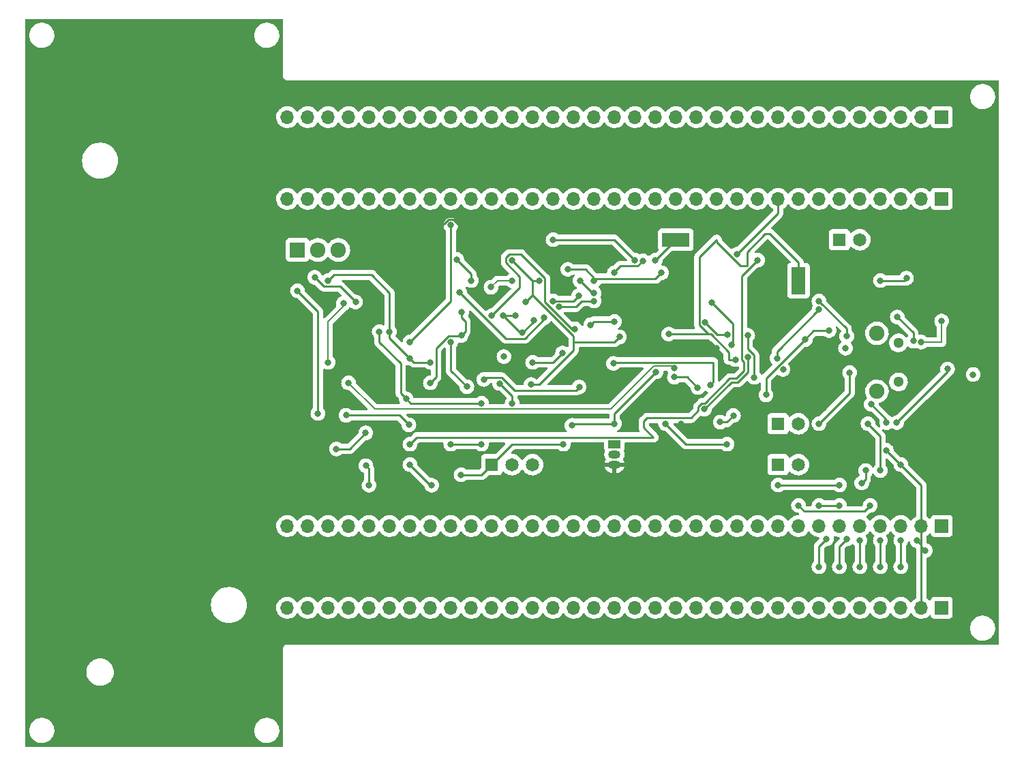
<source format=gbr>
%TF.GenerationSoftware,KiCad,Pcbnew,(6.0.1)*%
%TF.CreationDate,2022-04-08T17:51:27+02:00*%
%TF.ProjectId,main,6d61696e-2e6b-4696-9361-645f70636258,rev?*%
%TF.SameCoordinates,Original*%
%TF.FileFunction,Copper,L2,Bot*%
%TF.FilePolarity,Positive*%
%FSLAX46Y46*%
G04 Gerber Fmt 4.6, Leading zero omitted, Abs format (unit mm)*
G04 Created by KiCad (PCBNEW (6.0.1)) date 2022-04-08 17:51:27*
%MOMM*%
%LPD*%
G01*
G04 APERTURE LIST*
%TA.AperFunction,SMDPad,CuDef*%
%ADD10R,1.800000X3.400000*%
%TD*%
%TA.AperFunction,SMDPad,CuDef*%
%ADD11R,3.400000X1.800000*%
%TD*%
%TA.AperFunction,ComponentPad*%
%ADD12C,1.650000*%
%TD*%
%TA.AperFunction,ComponentPad*%
%ADD13R,1.650000X1.650000*%
%TD*%
%TA.AperFunction,ComponentPad*%
%ADD14C,1.920000*%
%TD*%
%TA.AperFunction,ComponentPad*%
%ADD15R,1.920000X1.920000*%
%TD*%
%TA.AperFunction,ComponentPad*%
%ADD16R,1.700000X1.700000*%
%TD*%
%TA.AperFunction,ComponentPad*%
%ADD17O,1.700000X1.700000*%
%TD*%
%TA.AperFunction,ComponentPad*%
%ADD18C,1.300000*%
%TD*%
%TA.AperFunction,ComponentPad*%
%ADD19C,1.900000*%
%TD*%
%TA.AperFunction,ComponentPad*%
%ADD20R,1.500000X1.050000*%
%TD*%
%TA.AperFunction,ComponentPad*%
%ADD21O,1.500000X1.050000*%
%TD*%
%TA.AperFunction,ViaPad*%
%ADD22C,0.800000*%
%TD*%
%TA.AperFunction,Conductor*%
%ADD23C,0.250000*%
%TD*%
%TA.AperFunction,Conductor*%
%ADD24C,0.200000*%
%TD*%
G04 APERTURE END LIST*
D10*
%TO.P,TP7,1,1*%
%TO.N,Vdiff*%
X162560000Y-86360000D03*
%TD*%
D11*
%TO.P,TP6,1,1*%
%TO.N,Vout2*%
X147320000Y-81280000D03*
%TD*%
D12*
%TO.P,J9,2,2*%
%TO.N,GND*%
X170180000Y-81280000D03*
D13*
%TO.P,J9,1,1*%
%TO.N,Net-(C13-Pad1)*%
X167640000Y-81280000D03*
%TD*%
%TO.P,J8,1,1*%
%TO.N,Net-(C7-Pad1)*%
X124460000Y-109220000D03*
D12*
%TO.P,J8,2,2*%
%TO.N,VCC*%
X127000000Y-109220000D03*
%TO.P,J8,3,3*%
%TO.N,Net-(D2-Pad1)*%
X129540000Y-109220000D03*
%TD*%
D14*
%TO.P,Q1,3,G*%
%TO.N,+5V*%
X105410000Y-82550000D03*
%TO.P,Q1,2,S*%
%TO.N,Net-(BT1-Pad1)*%
X102870000Y-82550000D03*
D15*
%TO.P,Q1,1,D*%
%TO.N,Net-(D2-Pad2)*%
X100330000Y-82550000D03*
%TD*%
D16*
%TO.P,J2,1,Pin_1*%
%TO.N,+3V0*%
X180340000Y-76200000D03*
D17*
%TO.P,J2,2,Pin_2*%
%TO.N,GND*%
X177800000Y-76200000D03*
%TO.P,J2,3,Pin_3*%
%TO.N,/VBAT*%
X175260000Y-76200000D03*
%TO.P,J2,4,Pin_4*%
%TO.N,/PC13*%
X172720000Y-76200000D03*
%TO.P,J2,5,Pin_5*%
%TO.N,/PC14*%
X170180000Y-76200000D03*
%TO.P,J2,6,Pin_6*%
%TO.N,/PC15*%
X167640000Y-76200000D03*
%TO.P,J2,7,Pin_7*%
%TO.N,/PF0*%
X165100000Y-76200000D03*
%TO.P,J2,8,Pin_8*%
%TO.N,/PF1*%
X162560000Y-76200000D03*
%TO.P,J2,9,Pin_9*%
%TO.N,GND*%
X160020000Y-76200000D03*
%TO.P,J2,10,Pin_10*%
%TO.N,/NRST*%
X157480000Y-76200000D03*
%TO.P,J2,11,Pin_11*%
%TO.N,/PC0*%
X154940000Y-76200000D03*
%TO.P,J2,12,Pin_12*%
%TO.N,/PC1*%
X152400000Y-76200000D03*
%TO.P,J2,13,Pin_13*%
%TO.N,/PC2*%
X149860000Y-76200000D03*
%TO.P,J2,14,Pin_14*%
%TO.N,/PC3*%
X147320000Y-76200000D03*
%TO.P,J2,15,Pin_15*%
%TO.N,/PA0*%
X144780000Y-76200000D03*
%TO.P,J2,16,Pin_16*%
%TO.N,/PA1*%
X142240000Y-76200000D03*
%TO.P,J2,17,Pin_17*%
%TO.N,/PA2*%
X139700000Y-76200000D03*
%TO.P,J2,18,Pin_18*%
%TO.N,/PA3*%
X137160000Y-76200000D03*
%TO.P,J2,19,Pin_19*%
%TO.N,/PF4*%
X134620000Y-76200000D03*
%TO.P,J2,20,Pin_20*%
%TO.N,/PF5*%
X132080000Y-76200000D03*
%TO.P,J2,21,Pin_21*%
%TO.N,/PA4*%
X129540000Y-76200000D03*
%TO.P,J2,22,Pin_22*%
%TO.N,/PA5*%
X127000000Y-76200000D03*
%TO.P,J2,23,Pin_23*%
%TO.N,/PA6*%
X124460000Y-76200000D03*
%TO.P,J2,24,Pin_24*%
%TO.N,/PA7*%
X121920000Y-76200000D03*
%TO.P,J2,25,Pin_25*%
%TO.N,/PC4*%
X119380000Y-76200000D03*
%TO.P,J2,26,Pin_26*%
%TO.N,/PC5*%
X116840000Y-76200000D03*
%TO.P,J2,27,Pin_27*%
%TO.N,/PB0*%
X114300000Y-76200000D03*
%TO.P,J2,28,Pin_28*%
%TO.N,/PB1*%
X111760000Y-76200000D03*
%TO.P,J2,29,Pin_29*%
%TO.N,/PB2*%
X109220000Y-76200000D03*
%TO.P,J2,30,Pin_30*%
%TO.N,/PB10*%
X106680000Y-76200000D03*
%TO.P,J2,31,Pin_31*%
%TO.N,/PB11*%
X104140000Y-76200000D03*
%TO.P,J2,32,Pin_32*%
%TO.N,/PB12*%
X101600000Y-76200000D03*
%TO.P,J2,33,Pin_33*%
%TO.N,GND*%
X99060000Y-76200000D03*
%TD*%
D18*
%TO.P,J5,MH1*%
%TO.N,N/C*%
X174972212Y-94095000D03*
%TO.P,J5,MH2*%
X174972212Y-98945000D03*
D19*
%TO.P,J5,MH3*%
X172302212Y-92920000D03*
%TO.P,J5,MH4*%
X172302212Y-100120000D03*
%TD*%
D13*
%TO.P,J7,1,1*%
%TO.N,USATR1_RX*%
X160020000Y-109220000D03*
D12*
%TO.P,J7,2,2*%
%TO.N,Net-(J7-Pad2)*%
X162560000Y-109220000D03*
%TD*%
D13*
%TO.P,J6,1,1*%
%TO.N,Net-(J6-Pad1)*%
X160020000Y-104140000D03*
D12*
%TO.P,J6,2,2*%
%TO.N,USART1_TX*%
X162560000Y-104140000D03*
%TD*%
D16*
%TO.P,J1,1,Pin_1*%
%TO.N,+3V0*%
X180340000Y-66040000D03*
D17*
%TO.P,J1,2,Pin_2*%
%TO.N,GND*%
X177800000Y-66040000D03*
%TO.P,J1,3,Pin_3*%
%TO.N,/VBAT*%
X175260000Y-66040000D03*
%TO.P,J1,4,Pin_4*%
%TO.N,/PC13*%
X172720000Y-66040000D03*
%TO.P,J1,5,Pin_5*%
%TO.N,/PC14*%
X170180000Y-66040000D03*
%TO.P,J1,6,Pin_6*%
%TO.N,/PC15*%
X167640000Y-66040000D03*
%TO.P,J1,7,Pin_7*%
%TO.N,/PF0*%
X165100000Y-66040000D03*
%TO.P,J1,8,Pin_8*%
%TO.N,/PF1*%
X162560000Y-66040000D03*
%TO.P,J1,9,Pin_9*%
%TO.N,GND*%
X160020000Y-66040000D03*
%TO.P,J1,10,Pin_10*%
%TO.N,/NRST*%
X157480000Y-66040000D03*
%TO.P,J1,11,Pin_11*%
%TO.N,/PC0*%
X154940000Y-66040000D03*
%TO.P,J1,12,Pin_12*%
%TO.N,/PC1*%
X152400000Y-66040000D03*
%TO.P,J1,13,Pin_13*%
%TO.N,/PC2*%
X149860000Y-66040000D03*
%TO.P,J1,14,Pin_14*%
%TO.N,/PC3*%
X147320000Y-66040000D03*
%TO.P,J1,15,Pin_15*%
%TO.N,/PA0*%
X144780000Y-66040000D03*
%TO.P,J1,16,Pin_16*%
%TO.N,/PA1*%
X142240000Y-66040000D03*
%TO.P,J1,17,Pin_17*%
%TO.N,/PA2*%
X139700000Y-66040000D03*
%TO.P,J1,18,Pin_18*%
%TO.N,/PA3*%
X137160000Y-66040000D03*
%TO.P,J1,19,Pin_19*%
%TO.N,/PF4*%
X134620000Y-66040000D03*
%TO.P,J1,20,Pin_20*%
%TO.N,/PF5*%
X132080000Y-66040000D03*
%TO.P,J1,21,Pin_21*%
%TO.N,/PA4*%
X129540000Y-66040000D03*
%TO.P,J1,22,Pin_22*%
%TO.N,/PA5*%
X127000000Y-66040000D03*
%TO.P,J1,23,Pin_23*%
%TO.N,/PA6*%
X124460000Y-66040000D03*
%TO.P,J1,24,Pin_24*%
%TO.N,/PA7*%
X121920000Y-66040000D03*
%TO.P,J1,25,Pin_25*%
%TO.N,/PC4*%
X119380000Y-66040000D03*
%TO.P,J1,26,Pin_26*%
%TO.N,/PC5*%
X116840000Y-66040000D03*
%TO.P,J1,27,Pin_27*%
%TO.N,/PB0*%
X114300000Y-66040000D03*
%TO.P,J1,28,Pin_28*%
%TO.N,/PB1*%
X111760000Y-66040000D03*
%TO.P,J1,29,Pin_29*%
%TO.N,/PB2*%
X109220000Y-66040000D03*
%TO.P,J1,30,Pin_30*%
%TO.N,/PB10*%
X106680000Y-66040000D03*
%TO.P,J1,31,Pin_31*%
%TO.N,/PB11*%
X104140000Y-66040000D03*
%TO.P,J1,32,Pin_32*%
%TO.N,/PB12*%
X101600000Y-66040000D03*
%TO.P,J1,33,Pin_33*%
%TO.N,GND*%
X99060000Y-66040000D03*
%TD*%
D16*
%TO.P,J4,1,Pin_1*%
%TO.N,+5V*%
X180340000Y-127000000D03*
D17*
%TO.P,J4,2,Pin_2*%
%TO.N,GND*%
X177800000Y-127000000D03*
%TO.P,J4,3,Pin_3*%
%TO.N,/PB9*%
X175260000Y-127000000D03*
%TO.P,J4,4,Pin_4*%
%TO.N,/PB8*%
X172720000Y-127000000D03*
%TO.P,J4,5,Pin_5*%
%TO.N,VDD*%
X170180000Y-127000000D03*
%TO.P,J4,6,Pin_6*%
%TO.N,/BOOT*%
X167640000Y-127000000D03*
%TO.P,J4,7,Pin_7*%
%TO.N,/PB7*%
X165100000Y-127000000D03*
%TO.P,J4,8,Pin_8*%
%TO.N,/PB6*%
X162560000Y-127000000D03*
%TO.P,J4,9,Pin_9*%
%TO.N,/PB5*%
X160020000Y-127000000D03*
%TO.P,J4,10,Pin_10*%
%TO.N,/PB4*%
X157480000Y-127000000D03*
%TO.P,J4,11,Pin_11*%
%TO.N,/PB3*%
X154940000Y-127000000D03*
%TO.P,J4,12,Pin_12*%
%TO.N,/PD2*%
X152400000Y-127000000D03*
%TO.P,J4,13,Pin_13*%
%TO.N,/PC12*%
X149860000Y-127000000D03*
%TO.P,J4,14,Pin_14*%
%TO.N,/PC11*%
X147320000Y-127000000D03*
%TO.P,J4,15,Pin_15*%
%TO.N,/PC10*%
X144780000Y-127000000D03*
%TO.P,J4,16,Pin_16*%
%TO.N,/PA15*%
X142240000Y-127000000D03*
%TO.P,J4,17,Pin_17*%
%TO.N,/PA14*%
X139700000Y-127000000D03*
%TO.P,J4,18,Pin_18*%
%TO.N,/PF7*%
X137160000Y-127000000D03*
%TO.P,J4,19,Pin_19*%
%TO.N,/PF6*%
X134620000Y-127000000D03*
%TO.P,J4,20,Pin_20*%
%TO.N,/PA13*%
X132080000Y-127000000D03*
%TO.P,J4,21,Pin_21*%
%TO.N,/PA12*%
X129540000Y-127000000D03*
%TO.P,J4,22,Pin_22*%
%TO.N,/PA11*%
X127000000Y-127000000D03*
%TO.P,J4,23,Pin_23*%
%TO.N,/PA10*%
X124460000Y-127000000D03*
%TO.P,J4,24,Pin_24*%
%TO.N,/PA9*%
X121920000Y-127000000D03*
%TO.P,J4,25,Pin_25*%
%TO.N,/PA8*%
X119380000Y-127000000D03*
%TO.P,J4,26,Pin_26*%
%TO.N,/PC9*%
X116840000Y-127000000D03*
%TO.P,J4,27,Pin_27*%
%TO.N,/PC8*%
X114300000Y-127000000D03*
%TO.P,J4,28,Pin_28*%
%TO.N,/PC7*%
X111760000Y-127000000D03*
%TO.P,J4,29,Pin_29*%
%TO.N,/PC6*%
X109220000Y-127000000D03*
%TO.P,J4,30,Pin_30*%
%TO.N,/PB15*%
X106680000Y-127000000D03*
%TO.P,J4,31,Pin_31*%
%TO.N,/PB14*%
X104140000Y-127000000D03*
%TO.P,J4,32,Pin_32*%
%TO.N,/PB13*%
X101600000Y-127000000D03*
%TO.P,J4,33,Pin_33*%
%TO.N,GND*%
X99060000Y-127000000D03*
%TD*%
D16*
%TO.P,J3,1,Pin_1*%
%TO.N,+5V*%
X180340000Y-116840000D03*
D17*
%TO.P,J3,2,Pin_2*%
%TO.N,GND*%
X177800000Y-116840000D03*
%TO.P,J3,3,Pin_3*%
%TO.N,/PB9*%
X175260000Y-116840000D03*
%TO.P,J3,4,Pin_4*%
%TO.N,/PB8*%
X172720000Y-116840000D03*
%TO.P,J3,5,Pin_5*%
%TO.N,VDD*%
X170180000Y-116840000D03*
%TO.P,J3,6,Pin_6*%
%TO.N,/BOOT*%
X167640000Y-116840000D03*
%TO.P,J3,7,Pin_7*%
%TO.N,/PB7*%
X165100000Y-116840000D03*
%TO.P,J3,8,Pin_8*%
%TO.N,/PB6*%
X162560000Y-116840000D03*
%TO.P,J3,9,Pin_9*%
%TO.N,/PB5*%
X160020000Y-116840000D03*
%TO.P,J3,10,Pin_10*%
%TO.N,/PB4*%
X157480000Y-116840000D03*
%TO.P,J3,11,Pin_11*%
%TO.N,/PB3*%
X154940000Y-116840000D03*
%TO.P,J3,12,Pin_12*%
%TO.N,/PD2*%
X152400000Y-116840000D03*
%TO.P,J3,13,Pin_13*%
%TO.N,/PC12*%
X149860000Y-116840000D03*
%TO.P,J3,14,Pin_14*%
%TO.N,/PC11*%
X147320000Y-116840000D03*
%TO.P,J3,15,Pin_15*%
%TO.N,/PC10*%
X144780000Y-116840000D03*
%TO.P,J3,16,Pin_16*%
%TO.N,/PA15*%
X142240000Y-116840000D03*
%TO.P,J3,17,Pin_17*%
%TO.N,/PA14*%
X139700000Y-116840000D03*
%TO.P,J3,18,Pin_18*%
%TO.N,/PF7*%
X137160000Y-116840000D03*
%TO.P,J3,19,Pin_19*%
%TO.N,/PF6*%
X134620000Y-116840000D03*
%TO.P,J3,20,Pin_20*%
%TO.N,/PA13*%
X132080000Y-116840000D03*
%TO.P,J3,21,Pin_21*%
%TO.N,/PA12*%
X129540000Y-116840000D03*
%TO.P,J3,22,Pin_22*%
%TO.N,/PA11*%
X127000000Y-116840000D03*
%TO.P,J3,23,Pin_23*%
%TO.N,/PA10*%
X124460000Y-116840000D03*
%TO.P,J3,24,Pin_24*%
%TO.N,/PA9*%
X121920000Y-116840000D03*
%TO.P,J3,25,Pin_25*%
%TO.N,/PA8*%
X119380000Y-116840000D03*
%TO.P,J3,26,Pin_26*%
%TO.N,/PC9*%
X116840000Y-116840000D03*
%TO.P,J3,27,Pin_27*%
%TO.N,/PC8*%
X114300000Y-116840000D03*
%TO.P,J3,28,Pin_28*%
%TO.N,/PC7*%
X111760000Y-116840000D03*
%TO.P,J3,29,Pin_29*%
%TO.N,/PC6*%
X109220000Y-116840000D03*
%TO.P,J3,30,Pin_30*%
%TO.N,/PB15*%
X106680000Y-116840000D03*
%TO.P,J3,31,Pin_31*%
%TO.N,/PB14*%
X104140000Y-116840000D03*
%TO.P,J3,32,Pin_32*%
%TO.N,/PB13*%
X101600000Y-116840000D03*
%TO.P,J3,33,Pin_33*%
%TO.N,GND*%
X99060000Y-116840000D03*
%TD*%
D20*
%TO.P,U3,1,GND*%
%TO.N,GND*%
X139700000Y-106680000D03*
D21*
%TO.P,U3,2,VI*%
%TO.N,Net-(C7-Pad1)*%
X139700000Y-107950000D03*
%TO.P,U3,3,VO*%
%TO.N,+3v3*%
X139700000Y-109220000D03*
%TD*%
D22*
%TO.N,+3v3*%
X165650000Y-102225000D03*
%TO.N,GND*%
X173444500Y-107425000D03*
X108835000Y-109350000D03*
X109220000Y-111773051D03*
%TO.N,+3v3*%
X114300000Y-92164500D03*
%TO.N,+5V*%
X175972299Y-86047701D03*
X172720000Y-86360000D03*
%TO.N,Net-(C13-Pad1)*%
X165100000Y-89932880D03*
%TO.N,Vout2*%
X139700000Y-85400500D03*
X144780000Y-83820000D03*
X143237047Y-83890011D03*
%TO.N,GND*%
X184250500Y-98025000D03*
X137160000Y-88900000D03*
X125425000Y-99125000D03*
X181074502Y-97344502D03*
X125975000Y-95795500D03*
X127376200Y-90715500D03*
X135420000Y-86360000D03*
X139700000Y-104140000D03*
X125850000Y-90715489D03*
X127000000Y-101600000D03*
X168400000Y-94750000D03*
X174755378Y-103994622D03*
X129651801Y-91273199D03*
X132786755Y-89624500D03*
X128245000Y-92850000D03*
X178312299Y-119892299D03*
X144858029Y-97700500D03*
X154940000Y-83079011D03*
X120750000Y-90275000D03*
X116840000Y-99060000D03*
X160637299Y-97387299D03*
X134415690Y-104344310D03*
X137160000Y-87928652D03*
X175260000Y-109220000D03*
X120675000Y-93175000D03*
X177287701Y-118655500D03*
%TO.N,+5V*%
X174830378Y-90880378D03*
X114300000Y-96005498D03*
X116840000Y-96520000D03*
X176807113Y-93872983D03*
X135325335Y-99575335D03*
X111760000Y-92710000D03*
X104140000Y-86360000D03*
X123490201Y-98640201D03*
%TO.N,/PB9*%
X175260000Y-118655500D03*
X175260000Y-121920000D03*
%TO.N,/PB8*%
X172720000Y-121920000D03*
X172720000Y-118655500D03*
%TO.N,VDD*%
X170180000Y-121920000D03*
X170180000Y-118655500D03*
%TO.N,/BOOT*%
X168591794Y-118428206D03*
X167640000Y-121920000D03*
%TO.N,/PB7*%
X166051794Y-118428206D03*
X165100000Y-121920000D03*
%TO.N,Vdiff*%
X146450000Y-93000000D03*
X139700000Y-91440000D03*
X139700000Y-91440000D03*
X154725511Y-96175000D03*
X136755690Y-91844310D03*
%TO.N,+3v3*%
X146650000Y-83775000D03*
X121920000Y-83820000D03*
X159925000Y-98850000D03*
X137160000Y-109220000D03*
X159200000Y-92950000D03*
X156210000Y-100330000D03*
X157480000Y-92710000D03*
X152394219Y-94758317D03*
X160020000Y-88900000D03*
X147975201Y-102075201D03*
X121920000Y-93980000D03*
X121920000Y-83820000D03*
X147955000Y-104139978D03*
%TO.N,Net-(C13-Pad1)*%
X159875000Y-96000000D03*
%TO.N,+3v3*%
X156210000Y-102870000D03*
X141550000Y-87600000D03*
%TO.N,Vout1*%
X140320288Y-93359712D03*
X128660498Y-88999989D03*
X126940498Y-83820000D03*
X129335690Y-99264310D03*
X130340000Y-86360000D03*
%TO.N,Vout2*%
X121920000Y-86360000D03*
X132080000Y-88900000D03*
X120104500Y-83725378D03*
X135240288Y-88279712D03*
%TO.N,Net-(BT1-Pad1)*%
X107559622Y-89009622D03*
X120500000Y-87825498D03*
X102475000Y-85950000D03*
X130975000Y-90975000D03*
%TO.N,Net-(C2-Pad2)*%
X160020000Y-111760000D03*
X114300000Y-109220000D03*
X167640000Y-111760000D03*
X117000000Y-111773051D03*
%TO.N,VCC*%
X171179503Y-104140000D03*
X171600000Y-101725000D03*
X173500000Y-103999989D03*
X170904500Y-109944500D03*
X172720000Y-109944500D03*
X170904500Y-109944500D03*
X121376279Y-99540878D03*
X119380000Y-106680000D03*
X123190000Y-106680000D03*
X114175000Y-104275000D03*
X119380000Y-93980000D03*
X106375000Y-103100000D03*
X168549650Y-93270046D03*
X170412165Y-111491559D03*
X165100000Y-88900000D03*
%TO.N,Net-(C7-Pad1)*%
X133350000Y-106680000D03*
X120650000Y-110490000D03*
%TO.N,/microcontroller_interfacing/OUT1*%
X150975000Y-91575000D03*
X156250000Y-93150000D03*
X153725000Y-93100000D03*
X157050000Y-98375000D03*
%TO.N,Net-(C11-Pad2)*%
X132080000Y-81280000D03*
X142240000Y-83820000D03*
%TO.N,Net-(C12-Pad2)*%
X137160000Y-86360000D03*
X133906848Y-84946447D03*
X145550000Y-85375000D03*
%TO.N,Net-(D2-Pad1)*%
X113837701Y-101037701D03*
X105175000Y-107275000D03*
X108800000Y-105275000D03*
X119380000Y-79464500D03*
X114300000Y-93980000D03*
X123190000Y-101600000D03*
X110490000Y-92710000D03*
%TO.N,Net-(D2-Pad2)*%
X157480000Y-83820000D03*
X100330000Y-87630000D03*
X114300000Y-106680000D03*
X102870000Y-102870000D03*
%TO.N,IN1-*%
X127000000Y-86360000D03*
X124369361Y-87179492D03*
%TO.N,IN1+*%
X147148000Y-97244500D03*
X106680000Y-99060000D03*
X106025000Y-89200000D03*
X104140000Y-96520000D03*
%TO.N,-3v3*%
X153670000Y-106680000D03*
X151765000Y-89072000D03*
X147148000Y-98350011D03*
X150049799Y-99649799D03*
X146050000Y-104140000D03*
X154225000Y-94325000D03*
%TO.N,IN2-*%
X151576215Y-99302250D03*
X124460000Y-90715500D03*
X134797056Y-92352944D03*
X139576439Y-96643562D03*
%TO.N,/microcontroller_interfacing/SDA_P43*%
X154475000Y-103125000D03*
X163387846Y-93694494D03*
X166350000Y-92570980D03*
X152835706Y-103939294D03*
X158525000Y-100550000D03*
%TO.N,/microcontroller_interfacing/SCL_P4*%
X150850000Y-102324500D03*
X156250000Y-95875000D03*
%TO.N,/Power/D-*%
X180332212Y-91370989D03*
X177800000Y-93987788D03*
%TO.N,USART1_TX*%
X168910000Y-97790000D03*
X165100000Y-104140000D03*
%TO.N,Net-(R1-Pad1)*%
X129540000Y-96520000D03*
X133251811Y-95348190D03*
%TO.N,Net-(J6-Pad1)*%
X165100000Y-114300000D03*
X167640000Y-114300000D03*
%TO.N,Net-(J7-Pad2)*%
X162560000Y-114300000D03*
X171450000Y-114300000D03*
%TD*%
D23*
%TO.N,Vout2*%
X144780000Y-83820000D02*
X147320000Y-81280000D01*
%TO.N,GND*%
X109220000Y-109735000D02*
X108835000Y-109350000D01*
X109220000Y-111773051D02*
X109220000Y-109735000D01*
%TO.N,Vdiff*%
X152400000Y-81563625D02*
X152400000Y-81280000D01*
X156166363Y-84497918D02*
X155334293Y-84497918D01*
X159020103Y-80555489D02*
X158419897Y-80555489D01*
X158419897Y-80555489D02*
X156166363Y-82809023D01*
X162560000Y-84095386D02*
X159020103Y-80555489D01*
X162560000Y-86360000D02*
X162560000Y-84095386D01*
X155334293Y-84497918D02*
X152400000Y-81563625D01*
X156166363Y-82809023D02*
X156166363Y-84497918D01*
X150250489Y-83429511D02*
X152400000Y-81280000D01*
%TO.N,GND*%
X127984511Y-92850000D02*
X128245000Y-92850000D01*
X125850000Y-90715489D02*
X127984511Y-92850000D01*
%TO.N,+3v3*%
X121920000Y-80979886D02*
X121920000Y-83820000D01*
X114300000Y-83519886D02*
X119079897Y-78739989D01*
X114300000Y-92164500D02*
X114300000Y-83519886D01*
X119079897Y-78739989D02*
X119680103Y-78739989D01*
X119680103Y-78739989D02*
X121920000Y-80979886D01*
%TO.N,+5V*%
X175660000Y-86360000D02*
X175972299Y-86047701D01*
X172720000Y-86360000D02*
X175660000Y-86360000D01*
%TO.N,Net-(C13-Pad1)*%
X159875000Y-95157880D02*
X159875000Y-96000000D01*
X165100000Y-89932880D02*
X159875000Y-95157880D01*
%TO.N,Vout2*%
X139700000Y-85269022D02*
X139700000Y-85400500D01*
X140424511Y-84544511D02*
X139700000Y-85269022D01*
X142582547Y-84544511D02*
X140424511Y-84544511D01*
X143237047Y-83890011D02*
X142582547Y-84544511D01*
%TO.N,Vdiff*%
X150250489Y-91875103D02*
X150250489Y-83429511D01*
X151375386Y-93000000D02*
X150250489Y-91875103D01*
X151660516Y-93000000D02*
X151375386Y-93000000D01*
%TO.N,GND*%
X125850000Y-90715489D02*
X125850011Y-90715500D01*
X126245500Y-95795500D02*
X125975000Y-95795500D01*
X132786755Y-89624500D02*
X134920114Y-89624500D01*
X177800000Y-119380000D02*
X177800000Y-116840000D01*
X177287701Y-118655500D02*
X177800000Y-119167799D01*
X120675000Y-93175000D02*
X120594511Y-93255489D01*
X173444500Y-107425000D02*
X175239500Y-109220000D01*
X144858029Y-97700500D02*
X139700000Y-102858529D01*
X127000000Y-100700000D02*
X127000000Y-101600000D01*
X177800000Y-119167799D02*
X177800000Y-127000000D01*
X120750000Y-90275000D02*
X120750000Y-90994522D01*
X117564511Y-98335489D02*
X116840000Y-99060000D01*
X121195489Y-92654511D02*
X120675000Y-93175000D01*
X154940000Y-83079011D02*
X160020000Y-77999011D01*
X139700000Y-102858529D02*
X139700000Y-104140000D01*
X181074502Y-97675498D02*
X181074502Y-97344502D01*
X117564511Y-94770875D02*
X117564511Y-98335489D01*
X177800000Y-111760000D02*
X177800000Y-116840000D01*
X125425000Y-99125000D02*
X127000000Y-100700000D01*
X134920114Y-89624500D02*
X135644614Y-88900000D01*
X120594511Y-93255489D02*
X119079897Y-93255489D01*
X175239500Y-109220000D02*
X175260000Y-109220000D01*
X175260000Y-109220000D02*
X177800000Y-111760000D01*
X121195489Y-91440011D02*
X121195489Y-92654511D01*
X137160000Y-87928652D02*
X136988652Y-87928652D01*
X160020000Y-77999011D02*
X160020000Y-76200000D01*
X174755378Y-103994622D02*
X181074502Y-97675498D01*
X136988652Y-87928652D02*
X135420000Y-86360000D01*
X134415690Y-104344310D02*
X134620000Y-104140000D01*
X119079897Y-93255489D02*
X117564511Y-94770875D01*
X129651801Y-91273199D02*
X129651801Y-91443199D01*
X129651801Y-91443199D02*
X128245000Y-92850000D01*
X125850011Y-90715500D02*
X127376200Y-90715500D01*
X120750000Y-90994522D02*
X121195489Y-91440011D01*
X134620000Y-104140000D02*
X139700000Y-104140000D01*
X135644614Y-88900000D02*
X137160000Y-88900000D01*
X178312299Y-119892299D02*
X177800000Y-119380000D01*
%TO.N,+5V*%
X104140000Y-86360000D02*
X104864511Y-85635489D01*
X123729913Y-98400489D02*
X125725103Y-98400489D01*
X114814502Y-96520000D02*
X116840000Y-96520000D01*
X114814502Y-96520000D02*
X111760000Y-93465498D01*
X111760000Y-87875386D02*
X111760000Y-92710000D01*
X174830378Y-90880378D02*
X176807113Y-92857113D01*
X104864511Y-85635489D02*
X109520103Y-85635489D01*
X176807113Y-92857113D02*
X176807113Y-93872983D01*
X114300000Y-96005498D02*
X114814502Y-96520000D01*
X127324614Y-100000000D02*
X134900670Y-100000000D01*
X111760000Y-93465498D02*
X111760000Y-90170000D01*
X125725103Y-98400489D02*
X127324614Y-100000000D01*
X109520103Y-85635489D02*
X111760000Y-87875386D01*
X134900670Y-100000000D02*
X135325335Y-99575335D01*
X123490201Y-98640201D02*
X123729913Y-98400489D01*
%TO.N,/PB9*%
X175260000Y-118655500D02*
X175260000Y-121920000D01*
%TO.N,/PB8*%
X172720000Y-118655500D02*
X172720000Y-121920000D01*
%TO.N,VDD*%
X170180000Y-118655500D02*
X170180000Y-121920000D01*
%TO.N,/BOOT*%
X167640000Y-119380000D02*
X167640000Y-121920000D01*
X168591794Y-118428206D02*
X167640000Y-119380000D01*
%TO.N,/PB7*%
X166051794Y-118428206D02*
X165100000Y-119380000D01*
X165100000Y-119380000D02*
X165100000Y-121920000D01*
%TO.N,Vdiff*%
X151660516Y-93000000D02*
X146450000Y-93000000D01*
X136755690Y-91844310D02*
X137160000Y-91440000D01*
X153900000Y-96175000D02*
X153900000Y-95239484D01*
X137160000Y-91440000D02*
X139700000Y-91440000D01*
X153900000Y-95239484D02*
X151660516Y-93000000D01*
X154725511Y-96175000D02*
X153900000Y-96175000D01*
%TO.N,+3v3*%
X149860000Y-93980000D02*
X149852758Y-93972758D01*
X122145000Y-93980000D02*
X121920000Y-93980000D01*
X156210000Y-102870000D02*
X156210000Y-100330000D01*
X160020000Y-88900000D02*
X160020000Y-90170000D01*
X160020000Y-90170000D02*
X157480000Y-92710000D01*
X152394219Y-94758317D02*
X151615902Y-93980000D01*
X151615902Y-93980000D02*
X149860000Y-93980000D01*
%TO.N,Vout1*%
X129335690Y-99264310D02*
X130360305Y-99264310D01*
X127000000Y-83820000D02*
X129540000Y-86360000D01*
X140320288Y-93359712D02*
X139700000Y-93980000D01*
X128660498Y-88999989D02*
X129540000Y-88120487D01*
X134620000Y-93200487D02*
X129540000Y-88120487D01*
X126940498Y-83820000D02*
X127000000Y-83820000D01*
X139700000Y-93980000D02*
X134620000Y-93980000D01*
X134620000Y-93980000D02*
X134620000Y-93200487D01*
X129540000Y-86360000D02*
X130340000Y-86360000D01*
X130360305Y-99264310D02*
X134620000Y-95004615D01*
X129540000Y-88120487D02*
X129540000Y-86360000D01*
X134620000Y-95004615D02*
X134620000Y-93980000D01*
%TO.N,Vout2*%
X134620000Y-88900000D02*
X132080000Y-88900000D01*
X121920000Y-85540878D02*
X121920000Y-86360000D01*
X120104500Y-83725378D02*
X121920000Y-85540878D01*
X135240288Y-88279712D02*
X134620000Y-88900000D01*
%TO.N,Net-(BT1-Pad1)*%
X130975000Y-91144614D02*
X128545103Y-93574511D01*
X105634511Y-87084511D02*
X103609511Y-87084511D01*
X128545103Y-93574511D02*
X126249013Y-93574511D01*
X130975000Y-90975000D02*
X130975000Y-91144614D01*
X107559622Y-89009622D02*
X105634511Y-87084511D01*
X103609511Y-87084511D02*
X102475000Y-85950000D01*
X126249013Y-93574511D02*
X120500000Y-87825498D01*
%TO.N,Net-(C2-Pad2)*%
X117000000Y-111773051D02*
X116853051Y-111773051D01*
X167640000Y-111760000D02*
X160020000Y-111760000D01*
X116853051Y-111773051D02*
X114300000Y-109220000D01*
%TO.N,VCC*%
X170904500Y-109944500D02*
X170904500Y-110999224D01*
X171179503Y-104140000D02*
X172720000Y-105680497D01*
X113000000Y-103100000D02*
X106375000Y-103100000D01*
X173500000Y-103625000D02*
X173500000Y-103999989D01*
X114175000Y-104275000D02*
X113000000Y-103100000D01*
X170904500Y-110999224D02*
X170412165Y-111491559D01*
X172720000Y-105680497D02*
X172720000Y-109944500D01*
X123190000Y-106680000D02*
X119380000Y-106680000D01*
X119380000Y-97544599D02*
X119380000Y-93980000D01*
X171600000Y-101725000D02*
X173500000Y-103625000D01*
X121376279Y-99540878D02*
X119380000Y-97544599D01*
X165100000Y-88900000D02*
X168549650Y-92349650D01*
X168549650Y-92349650D02*
X168549650Y-93270046D01*
%TO.N,Net-(C7-Pad1)*%
X123190000Y-110490000D02*
X120650000Y-110490000D01*
X127000000Y-106680000D02*
X123190000Y-110490000D01*
X133350000Y-106680000D02*
X127000000Y-106680000D01*
%TO.N,/microcontroller_interfacing/OUT1*%
X157050000Y-98375000D02*
X157050000Y-95625000D01*
X153725000Y-93100000D02*
X152500000Y-93100000D01*
X156250000Y-94825000D02*
X156250000Y-93150000D01*
X157050000Y-95625000D02*
X156250000Y-94825000D01*
X152500000Y-93100000D02*
X150975000Y-91575000D01*
%TO.N,Net-(C11-Pad2)*%
X132080000Y-81280000D02*
X139700000Y-81280000D01*
X139700000Y-81280000D02*
X142240000Y-83820000D01*
%TO.N,Net-(C12-Pad2)*%
X145550000Y-85375000D02*
X144800000Y-86125000D01*
X136096648Y-84946447D02*
X137160000Y-86009799D01*
X137160000Y-86009799D02*
X137160000Y-86360000D01*
X137395000Y-86125000D02*
X137160000Y-86360000D01*
X133906848Y-84946447D02*
X136096648Y-84946447D01*
X144800000Y-86125000D02*
X137395000Y-86125000D01*
%TO.N,Net-(D2-Pad1)*%
X114850000Y-101600000D02*
X114825000Y-101600000D01*
X113150000Y-96640000D02*
X113150000Y-100350000D01*
X106800000Y-107275000D02*
X105175000Y-107275000D01*
X114850000Y-101600000D02*
X114400000Y-101600000D01*
X110490000Y-92710000D02*
X110490000Y-93980000D01*
X113150000Y-100350000D02*
X113837701Y-101037701D01*
X119380000Y-88900000D02*
X114300000Y-93980000D01*
X108800000Y-105275000D02*
X106800000Y-107275000D01*
X123190000Y-101600000D02*
X114850000Y-101600000D01*
X110490000Y-93980000D02*
X113150000Y-96640000D01*
X114400000Y-101600000D02*
X113837701Y-101037701D01*
X119380000Y-79464500D02*
X119380000Y-88900000D01*
%TO.N,Net-(D2-Pad2)*%
X143755408Y-103415478D02*
X149209522Y-103415478D01*
X143330989Y-104616967D02*
X143330989Y-103839897D01*
X102870000Y-90170000D02*
X100330000Y-87630000D01*
X150549897Y-101599989D02*
X150938793Y-101599989D01*
X150125489Y-102024397D02*
X150549897Y-101599989D01*
X154013803Y-98524980D02*
X154839302Y-98524980D01*
X155800480Y-97563802D02*
X155800480Y-96450094D01*
X149209522Y-103415478D02*
X150125489Y-102499511D01*
X102870000Y-102870000D02*
X102870000Y-90170000D01*
X154839302Y-98524980D02*
X155800480Y-97563802D01*
X114300000Y-106680000D02*
X115149511Y-105830489D01*
X115149511Y-105830489D02*
X144544511Y-105830489D01*
X150125489Y-102499511D02*
X150125489Y-102024397D01*
X155525489Y-96175103D02*
X155525489Y-85774511D01*
X155800480Y-96450094D02*
X155525489Y-96175103D01*
X155525489Y-85774511D02*
X157480000Y-83820000D01*
X144544511Y-105830489D02*
X143330989Y-104616967D01*
X150938793Y-101599989D02*
X154013803Y-98524980D01*
X143330989Y-103839897D02*
X143755408Y-103415478D01*
D24*
%TO.N,IN1-*%
X127000000Y-86360000D02*
X125188853Y-86360000D01*
X125188853Y-86360000D02*
X124369361Y-87179492D01*
%TO.N,IN1+*%
X106680000Y-99060000D02*
X109919511Y-102299511D01*
X146848020Y-96944520D02*
X147148000Y-97244500D01*
X144568281Y-96944520D02*
X146848020Y-96944520D01*
X139213290Y-102299511D02*
X144568281Y-96944520D01*
X106025000Y-89555000D02*
X104140000Y-91440000D01*
X104140000Y-91440000D02*
X104140000Y-96520000D01*
X109919511Y-102299511D02*
X139213290Y-102299511D01*
X106025000Y-89200000D02*
X106025000Y-89555000D01*
D23*
%TO.N,-3v3*%
X148750011Y-98350011D02*
X147148000Y-98350011D01*
X154449511Y-94100489D02*
X154449511Y-91756511D01*
X148590000Y-106680000D02*
X146050000Y-104140000D01*
X150049799Y-99649799D02*
X148750011Y-98350011D01*
X154225000Y-94325000D02*
X154449511Y-94100489D01*
X153670000Y-106680000D02*
X148590000Y-106680000D01*
X154449511Y-91756511D02*
X151765000Y-89072000D01*
%TO.N,IN2-*%
X126215987Y-84120103D02*
X127935987Y-85840103D01*
X151944699Y-96520000D02*
X151944699Y-98933766D01*
X126215987Y-83519897D02*
X126215987Y-84120103D01*
X131064511Y-89009280D02*
X131064511Y-86059897D01*
X128100103Y-83095489D02*
X126640395Y-83095489D01*
X131064511Y-86059897D02*
X128100103Y-83095489D01*
X126640395Y-83095489D02*
X126215987Y-83519897D01*
X139576439Y-96643562D02*
X139700001Y-96520000D01*
X127935987Y-87239513D02*
X124460000Y-90715500D01*
X149860000Y-96520000D02*
X151944699Y-96520000D01*
X127935987Y-85840103D02*
X127935987Y-87239513D01*
X134408175Y-92352944D02*
X131064511Y-89009280D01*
X151944699Y-98933766D02*
X151576215Y-99302250D01*
X134797056Y-92352944D02*
X134408175Y-92352944D01*
X139700001Y-96520000D02*
X149860000Y-96520000D01*
%TO.N,/microcontroller_interfacing/SDA_P43*%
X158525000Y-98475000D02*
X163450000Y-93550000D01*
X164429020Y-92570980D02*
X166350000Y-92570980D01*
X153660706Y-103939294D02*
X154475000Y-103125000D01*
X152835706Y-103939294D02*
X153660706Y-103939294D01*
X163450000Y-93550000D02*
X164429020Y-92570980D01*
X158525000Y-100550000D02*
X158525000Y-98475000D01*
%TO.N,/microcontroller_interfacing/SCL_P4*%
X156250000Y-95875000D02*
X156250000Y-97750000D01*
X154200000Y-98974500D02*
X150850000Y-102324500D01*
X155025500Y-98974500D02*
X154200000Y-98974500D01*
X156250000Y-97750000D02*
X155025500Y-98974500D01*
D24*
%TO.N,/Power/D-*%
X180332212Y-93980000D02*
X180324424Y-93987788D01*
X180324424Y-93987788D02*
X177800000Y-93987788D01*
X180332212Y-91370989D02*
X180332212Y-93980000D01*
D23*
%TO.N,USART1_TX*%
X168910000Y-100330000D02*
X168910000Y-97790000D01*
X165100000Y-104140000D02*
X168910000Y-100330000D01*
%TO.N,Net-(R1-Pad1)*%
X132080001Y-96520000D02*
X129540000Y-96520000D01*
X133251811Y-95348190D02*
X132080001Y-96520000D01*
%TO.N,Net-(J6-Pad1)*%
X165100000Y-114300000D02*
X167640000Y-114300000D01*
%TO.N,Net-(J7-Pad2)*%
X162560000Y-114300000D02*
X163284511Y-115024511D01*
X163284511Y-115024511D02*
X170725489Y-115024511D01*
X170725489Y-115024511D02*
X171450000Y-114300000D01*
%TD*%
%TA.AperFunction,Conductor*%
%TO.N,+3v3*%
G36*
X98494121Y-53868002D02*
G01*
X98540614Y-53921658D01*
X98552000Y-53974000D01*
X98552000Y-60951298D01*
X98551998Y-60952068D01*
X98551524Y-61029652D01*
X98553990Y-61038281D01*
X98553991Y-61038286D01*
X98559639Y-61058048D01*
X98563217Y-61074809D01*
X98566130Y-61095152D01*
X98566133Y-61095162D01*
X98567405Y-61104045D01*
X98578021Y-61127395D01*
X98584464Y-61144907D01*
X98591512Y-61169565D01*
X98607274Y-61194548D01*
X98615404Y-61209614D01*
X98627633Y-61236510D01*
X98644374Y-61255939D01*
X98655479Y-61270947D01*
X98669160Y-61292631D01*
X98675888Y-61298573D01*
X98691296Y-61312181D01*
X98703340Y-61324373D01*
X98722619Y-61346747D01*
X98730147Y-61351626D01*
X98730150Y-61351629D01*
X98744139Y-61360696D01*
X98759013Y-61371986D01*
X98778228Y-61388956D01*
X98786354Y-61392771D01*
X98786355Y-61392772D01*
X98792021Y-61395432D01*
X98804966Y-61401510D01*
X98819935Y-61409824D01*
X98844727Y-61425893D01*
X98853327Y-61428465D01*
X98869290Y-61433239D01*
X98886736Y-61439901D01*
X98909948Y-61450799D01*
X98939130Y-61455343D01*
X98955849Y-61459126D01*
X98975536Y-61465014D01*
X98975539Y-61465015D01*
X98984141Y-61467587D01*
X98993116Y-61467642D01*
X98993117Y-61467642D01*
X98999810Y-61467683D01*
X99018556Y-61467797D01*
X99019328Y-61467830D01*
X99020423Y-61468000D01*
X99051298Y-61468000D01*
X99052068Y-61468002D01*
X99125716Y-61468452D01*
X99125717Y-61468452D01*
X99129652Y-61468476D01*
X99130996Y-61468092D01*
X99132341Y-61468000D01*
X187326000Y-61468000D01*
X187394121Y-61488002D01*
X187440614Y-61541658D01*
X187452000Y-61594000D01*
X187452000Y-131446000D01*
X187431998Y-131514121D01*
X187378342Y-131560614D01*
X187326000Y-131572000D01*
X99068702Y-131572000D01*
X99067932Y-131571998D01*
X99067078Y-131571993D01*
X98990348Y-131571524D01*
X98981719Y-131573990D01*
X98981714Y-131573991D01*
X98961952Y-131579639D01*
X98945191Y-131583217D01*
X98924848Y-131586130D01*
X98924838Y-131586133D01*
X98915955Y-131587405D01*
X98892605Y-131598021D01*
X98875093Y-131604464D01*
X98862200Y-131608149D01*
X98850435Y-131611512D01*
X98825452Y-131627274D01*
X98810386Y-131635404D01*
X98783490Y-131647633D01*
X98764061Y-131664374D01*
X98749053Y-131675479D01*
X98727369Y-131689160D01*
X98721427Y-131695888D01*
X98707819Y-131711296D01*
X98695627Y-131723340D01*
X98673253Y-131742619D01*
X98668374Y-131750147D01*
X98668371Y-131750150D01*
X98659304Y-131764139D01*
X98648014Y-131779013D01*
X98631044Y-131798228D01*
X98618490Y-131824966D01*
X98610176Y-131839935D01*
X98594107Y-131864727D01*
X98591535Y-131873327D01*
X98586761Y-131889290D01*
X98580099Y-131906736D01*
X98569201Y-131929948D01*
X98567820Y-131938821D01*
X98564658Y-131959128D01*
X98560874Y-131975849D01*
X98554986Y-131995536D01*
X98554985Y-131995539D01*
X98552413Y-132004141D01*
X98552358Y-132013116D01*
X98552358Y-132013117D01*
X98552203Y-132038546D01*
X98552170Y-132039328D01*
X98552000Y-132040423D01*
X98552000Y-132071298D01*
X98551998Y-132072068D01*
X98551524Y-132149652D01*
X98551908Y-132150996D01*
X98552000Y-132152341D01*
X98552000Y-144146000D01*
X98531998Y-144214121D01*
X98478342Y-144260614D01*
X98426000Y-144272000D01*
X66674000Y-144272000D01*
X66605879Y-144251998D01*
X66559386Y-144198342D01*
X66548000Y-144146000D01*
X66548000Y-142294568D01*
X67017382Y-142294568D01*
X67046208Y-142543699D01*
X67047587Y-142548573D01*
X67047588Y-142548577D01*
X67086526Y-142686181D01*
X67114494Y-142785017D01*
X67116628Y-142789592D01*
X67116630Y-142789599D01*
X67218347Y-143007731D01*
X67220484Y-143012313D01*
X67223326Y-143016494D01*
X67223326Y-143016495D01*
X67358605Y-143215552D01*
X67358608Y-143215556D01*
X67361451Y-143219739D01*
X67364928Y-143223416D01*
X67364929Y-143223417D01*
X67465238Y-143329491D01*
X67533767Y-143401959D01*
X67537793Y-143405037D01*
X67537794Y-143405038D01*
X67728981Y-143551212D01*
X67728985Y-143551215D01*
X67733001Y-143554285D01*
X67954026Y-143672797D01*
X67958807Y-143674443D01*
X67958811Y-143674445D01*
X68184538Y-143752169D01*
X68191156Y-143754448D01*
X68294689Y-143772331D01*
X68434380Y-143796460D01*
X68434386Y-143796461D01*
X68438290Y-143797135D01*
X68442251Y-143797315D01*
X68442252Y-143797315D01*
X68466931Y-143798436D01*
X68466950Y-143798436D01*
X68468350Y-143798500D01*
X68643015Y-143798500D01*
X68645523Y-143798298D01*
X68645528Y-143798298D01*
X68824944Y-143783863D01*
X68824949Y-143783862D01*
X68829985Y-143783457D01*
X68834893Y-143782252D01*
X68834896Y-143782251D01*
X69068625Y-143724841D01*
X69073539Y-143723634D01*
X69078191Y-143721659D01*
X69078195Y-143721658D01*
X69299741Y-143627617D01*
X69299742Y-143627617D01*
X69304396Y-143625641D01*
X69516615Y-143492000D01*
X69704738Y-143326147D01*
X69863924Y-143132351D01*
X69990078Y-142915596D01*
X70079955Y-142681461D01*
X70131241Y-142435967D01*
X70137662Y-142294568D01*
X94957382Y-142294568D01*
X94986208Y-142543699D01*
X94987587Y-142548573D01*
X94987588Y-142548577D01*
X95026526Y-142686181D01*
X95054494Y-142785017D01*
X95056628Y-142789592D01*
X95056630Y-142789599D01*
X95158347Y-143007731D01*
X95160484Y-143012313D01*
X95163326Y-143016494D01*
X95163326Y-143016495D01*
X95298605Y-143215552D01*
X95298608Y-143215556D01*
X95301451Y-143219739D01*
X95304928Y-143223416D01*
X95304929Y-143223417D01*
X95405238Y-143329491D01*
X95473767Y-143401959D01*
X95477793Y-143405037D01*
X95477794Y-143405038D01*
X95668981Y-143551212D01*
X95668985Y-143551215D01*
X95673001Y-143554285D01*
X95894026Y-143672797D01*
X95898807Y-143674443D01*
X95898811Y-143674445D01*
X96124538Y-143752169D01*
X96131156Y-143754448D01*
X96234689Y-143772331D01*
X96374380Y-143796460D01*
X96374386Y-143796461D01*
X96378290Y-143797135D01*
X96382251Y-143797315D01*
X96382252Y-143797315D01*
X96406931Y-143798436D01*
X96406950Y-143798436D01*
X96408350Y-143798500D01*
X96583015Y-143798500D01*
X96585523Y-143798298D01*
X96585528Y-143798298D01*
X96764944Y-143783863D01*
X96764949Y-143783862D01*
X96769985Y-143783457D01*
X96774893Y-143782252D01*
X96774896Y-143782251D01*
X97008625Y-143724841D01*
X97013539Y-143723634D01*
X97018191Y-143721659D01*
X97018195Y-143721658D01*
X97239741Y-143627617D01*
X97239742Y-143627617D01*
X97244396Y-143625641D01*
X97456615Y-143492000D01*
X97644738Y-143326147D01*
X97803924Y-143132351D01*
X97930078Y-142915596D01*
X98019955Y-142681461D01*
X98071241Y-142435967D01*
X98082618Y-142185432D01*
X98053792Y-141936301D01*
X98014810Y-141798539D01*
X97986884Y-141699852D01*
X97986883Y-141699850D01*
X97985506Y-141694983D01*
X97983372Y-141690408D01*
X97983370Y-141690401D01*
X97881653Y-141472269D01*
X97881651Y-141472265D01*
X97879516Y-141467687D01*
X97876674Y-141463505D01*
X97741395Y-141264448D01*
X97741392Y-141264444D01*
X97738549Y-141260261D01*
X97637925Y-141153853D01*
X97569713Y-141081721D01*
X97566233Y-141078041D01*
X97562206Y-141074962D01*
X97371019Y-140928788D01*
X97371015Y-140928785D01*
X97366999Y-140925715D01*
X97145974Y-140807203D01*
X97141193Y-140805557D01*
X97141189Y-140805555D01*
X96913633Y-140727201D01*
X96908844Y-140725552D01*
X96805311Y-140707669D01*
X96665620Y-140683540D01*
X96665614Y-140683539D01*
X96661710Y-140682865D01*
X96657749Y-140682685D01*
X96657748Y-140682685D01*
X96633069Y-140681564D01*
X96633050Y-140681564D01*
X96631650Y-140681500D01*
X96456985Y-140681500D01*
X96454477Y-140681702D01*
X96454472Y-140681702D01*
X96275056Y-140696137D01*
X96275051Y-140696138D01*
X96270015Y-140696543D01*
X96265107Y-140697748D01*
X96265104Y-140697749D01*
X96033326Y-140754680D01*
X96026461Y-140756366D01*
X96021809Y-140758341D01*
X96021805Y-140758342D01*
X95901061Y-140809595D01*
X95795604Y-140854359D01*
X95583385Y-140988000D01*
X95395262Y-141153853D01*
X95236076Y-141347649D01*
X95109922Y-141564404D01*
X95020045Y-141798539D01*
X94968759Y-142044033D01*
X94957382Y-142294568D01*
X70137662Y-142294568D01*
X70142618Y-142185432D01*
X70113792Y-141936301D01*
X70074810Y-141798539D01*
X70046884Y-141699852D01*
X70046883Y-141699850D01*
X70045506Y-141694983D01*
X70043372Y-141690408D01*
X70043370Y-141690401D01*
X69941653Y-141472269D01*
X69941651Y-141472265D01*
X69939516Y-141467687D01*
X69936674Y-141463505D01*
X69801395Y-141264448D01*
X69801392Y-141264444D01*
X69798549Y-141260261D01*
X69697925Y-141153853D01*
X69629713Y-141081721D01*
X69626233Y-141078041D01*
X69622206Y-141074962D01*
X69431019Y-140928788D01*
X69431015Y-140928785D01*
X69426999Y-140925715D01*
X69205974Y-140807203D01*
X69201193Y-140805557D01*
X69201189Y-140805555D01*
X68973633Y-140727201D01*
X68968844Y-140725552D01*
X68865311Y-140707669D01*
X68725620Y-140683540D01*
X68725614Y-140683539D01*
X68721710Y-140682865D01*
X68717749Y-140682685D01*
X68717748Y-140682685D01*
X68693069Y-140681564D01*
X68693050Y-140681564D01*
X68691650Y-140681500D01*
X68516985Y-140681500D01*
X68514477Y-140681702D01*
X68514472Y-140681702D01*
X68335056Y-140696137D01*
X68335051Y-140696138D01*
X68330015Y-140696543D01*
X68325107Y-140697748D01*
X68325104Y-140697749D01*
X68093326Y-140754680D01*
X68086461Y-140756366D01*
X68081809Y-140758341D01*
X68081805Y-140758342D01*
X67961061Y-140809595D01*
X67855604Y-140854359D01*
X67643385Y-140988000D01*
X67455262Y-141153853D01*
X67296076Y-141347649D01*
X67169922Y-141564404D01*
X67080045Y-141798539D01*
X67028759Y-142044033D01*
X67017382Y-142294568D01*
X66548000Y-142294568D01*
X66548000Y-134900583D01*
X74113828Y-134900583D01*
X74119935Y-135159689D01*
X74165163Y-135414890D01*
X74248473Y-135660313D01*
X74250674Y-135664549D01*
X74250676Y-135664555D01*
X74308210Y-135775312D01*
X74367947Y-135890311D01*
X74520837Y-136099590D01*
X74524209Y-136102980D01*
X74524211Y-136102982D01*
X74700248Y-136279945D01*
X74700253Y-136279949D01*
X74703622Y-136283336D01*
X74912099Y-136437319D01*
X74916337Y-136439549D01*
X74916339Y-136439550D01*
X75137232Y-136555768D01*
X75137239Y-136555771D01*
X75141468Y-136557996D01*
X75145984Y-136559555D01*
X75145990Y-136559558D01*
X75272565Y-136603264D01*
X75386451Y-136642590D01*
X75504193Y-136664093D01*
X75637441Y-136688429D01*
X75637445Y-136688429D01*
X75641412Y-136689154D01*
X75724342Y-136693500D01*
X75885903Y-136693500D01*
X75888282Y-136693319D01*
X75888283Y-136693319D01*
X76073664Y-136679218D01*
X76073669Y-136679217D01*
X76078431Y-136678855D01*
X76083084Y-136677776D01*
X76083087Y-136677776D01*
X76326251Y-136621413D01*
X76326250Y-136621413D01*
X76330915Y-136620332D01*
X76571642Y-136524292D01*
X76795072Y-136392944D01*
X76798783Y-136389923D01*
X76798787Y-136389920D01*
X76992351Y-136232334D01*
X76996063Y-136229312D01*
X76999272Y-136225767D01*
X76999277Y-136225762D01*
X77166774Y-136040713D01*
X77169990Y-136037160D01*
X77312851Y-135820910D01*
X77386888Y-135660313D01*
X77419352Y-135589892D01*
X77419353Y-135589889D01*
X77421358Y-135585540D01*
X77493015Y-135336465D01*
X77526172Y-135079417D01*
X77520065Y-134820311D01*
X77474837Y-134565110D01*
X77391527Y-134319687D01*
X77389326Y-134315451D01*
X77389324Y-134315445D01*
X77308104Y-134159090D01*
X77272053Y-134089689D01*
X77119163Y-133880410D01*
X76993651Y-133754238D01*
X76939752Y-133700055D01*
X76939747Y-133700051D01*
X76936378Y-133696664D01*
X76727901Y-133542681D01*
X76723661Y-133540450D01*
X76502768Y-133424232D01*
X76502761Y-133424229D01*
X76498532Y-133422004D01*
X76494016Y-133420445D01*
X76494010Y-133420442D01*
X76323148Y-133361443D01*
X76253549Y-133337410D01*
X76135807Y-133315907D01*
X76002559Y-133291571D01*
X76002555Y-133291571D01*
X75998588Y-133290846D01*
X75915658Y-133286500D01*
X75754097Y-133286500D01*
X75751718Y-133286681D01*
X75751717Y-133286681D01*
X75566336Y-133300782D01*
X75566331Y-133300783D01*
X75561569Y-133301145D01*
X75556916Y-133302224D01*
X75556913Y-133302224D01*
X75408822Y-133336550D01*
X75309085Y-133359668D01*
X75068358Y-133455708D01*
X74844928Y-133587056D01*
X74841217Y-133590077D01*
X74841213Y-133590080D01*
X74713791Y-133693818D01*
X74643937Y-133750688D01*
X74640728Y-133754233D01*
X74640723Y-133754238D01*
X74523021Y-133884274D01*
X74470010Y-133942840D01*
X74327149Y-134159090D01*
X74325148Y-134163430D01*
X74325146Y-134163434D01*
X74251025Y-134324215D01*
X74218642Y-134394460D01*
X74146985Y-134643535D01*
X74113828Y-134900583D01*
X66548000Y-134900583D01*
X66548000Y-129594568D01*
X183857382Y-129594568D01*
X183886208Y-129843699D01*
X183887587Y-129848573D01*
X183887588Y-129848577D01*
X183926526Y-129986181D01*
X183954494Y-130085017D01*
X183956628Y-130089592D01*
X183956630Y-130089599D01*
X184058347Y-130307731D01*
X184060484Y-130312313D01*
X184063326Y-130316494D01*
X184063326Y-130316495D01*
X184198605Y-130515552D01*
X184198608Y-130515556D01*
X184201451Y-130519739D01*
X184204928Y-130523416D01*
X184204929Y-130523417D01*
X184305238Y-130629491D01*
X184373767Y-130701959D01*
X184377793Y-130705037D01*
X184377794Y-130705038D01*
X184568981Y-130851212D01*
X184568985Y-130851215D01*
X184573001Y-130854285D01*
X184794026Y-130972797D01*
X184798807Y-130974443D01*
X184798811Y-130974445D01*
X185024538Y-131052169D01*
X185031156Y-131054448D01*
X185134689Y-131072331D01*
X185274380Y-131096460D01*
X185274386Y-131096461D01*
X185278290Y-131097135D01*
X185282251Y-131097315D01*
X185282252Y-131097315D01*
X185306931Y-131098436D01*
X185306950Y-131098436D01*
X185308350Y-131098500D01*
X185483015Y-131098500D01*
X185485523Y-131098298D01*
X185485528Y-131098298D01*
X185664944Y-131083863D01*
X185664949Y-131083862D01*
X185669985Y-131083457D01*
X185674893Y-131082252D01*
X185674896Y-131082251D01*
X185908625Y-131024841D01*
X185913539Y-131023634D01*
X185918191Y-131021659D01*
X185918195Y-131021658D01*
X186139741Y-130927617D01*
X186139742Y-130927617D01*
X186144396Y-130925641D01*
X186356615Y-130792000D01*
X186544738Y-130626147D01*
X186703924Y-130432351D01*
X186830078Y-130215596D01*
X186919955Y-129981461D01*
X186971241Y-129735967D01*
X186982618Y-129485432D01*
X186953792Y-129236301D01*
X186914810Y-129098539D01*
X186886884Y-128999852D01*
X186886883Y-128999850D01*
X186885506Y-128994983D01*
X186883372Y-128990408D01*
X186883370Y-128990401D01*
X186781653Y-128772269D01*
X186781651Y-128772265D01*
X186779516Y-128767687D01*
X186748273Y-128721714D01*
X186641395Y-128564448D01*
X186641392Y-128564444D01*
X186638549Y-128560261D01*
X186537925Y-128453853D01*
X186469713Y-128381721D01*
X186466233Y-128378041D01*
X186444071Y-128361097D01*
X186271019Y-128228788D01*
X186271015Y-128228785D01*
X186266999Y-128225715D01*
X186045974Y-128107203D01*
X186041193Y-128105557D01*
X186041189Y-128105555D01*
X185813633Y-128027201D01*
X185808844Y-128025552D01*
X185666204Y-128000914D01*
X185565620Y-127983540D01*
X185565614Y-127983539D01*
X185561710Y-127982865D01*
X185557749Y-127982685D01*
X185557748Y-127982685D01*
X185533069Y-127981564D01*
X185533050Y-127981564D01*
X185531650Y-127981500D01*
X185356985Y-127981500D01*
X185354477Y-127981702D01*
X185354472Y-127981702D01*
X185175056Y-127996137D01*
X185175051Y-127996138D01*
X185170015Y-127996543D01*
X185165107Y-127997748D01*
X185165104Y-127997749D01*
X185003151Y-128037529D01*
X184926461Y-128056366D01*
X184921809Y-128058341D01*
X184921805Y-128058342D01*
X184801061Y-128109595D01*
X184695604Y-128154359D01*
X184483385Y-128288000D01*
X184295262Y-128453853D01*
X184136076Y-128647649D01*
X184009922Y-128864404D01*
X184008109Y-128869127D01*
X184008108Y-128869129D01*
X183998753Y-128893500D01*
X183920045Y-129098539D01*
X183868759Y-129344033D01*
X183857382Y-129594568D01*
X66548000Y-129594568D01*
X66548000Y-126706880D01*
X89581992Y-126706880D01*
X89582355Y-126711028D01*
X89582355Y-126711032D01*
X89607487Y-126998293D01*
X89607488Y-126998301D01*
X89607852Y-127002459D01*
X89672577Y-127292021D01*
X89674019Y-127295941D01*
X89674021Y-127295947D01*
X89744619Y-127487827D01*
X89775029Y-127570480D01*
X89913410Y-127832942D01*
X90085288Y-128074797D01*
X90287642Y-128291796D01*
X90516918Y-128480125D01*
X90769088Y-128636477D01*
X91039722Y-128758105D01*
X91212390Y-128809580D01*
X91320065Y-128841679D01*
X91320067Y-128841679D01*
X91324064Y-128842871D01*
X91328184Y-128843524D01*
X91328186Y-128843524D01*
X91432402Y-128860030D01*
X91617119Y-128889286D01*
X91662146Y-128891331D01*
X91708497Y-128893436D01*
X91708516Y-128893436D01*
X91709916Y-128893500D01*
X91895264Y-128893500D01*
X92116056Y-128878835D01*
X92406910Y-128820188D01*
X92687453Y-128723590D01*
X92691196Y-128721716D01*
X92691200Y-128721714D01*
X92949012Y-128592611D01*
X92949014Y-128592610D01*
X92952756Y-128590736D01*
X93148423Y-128457761D01*
X93194699Y-128426312D01*
X93194702Y-128426310D01*
X93198158Y-128423961D01*
X93419346Y-128226196D01*
X93612436Y-128000914D01*
X93624274Y-127982685D01*
X93771763Y-127755572D01*
X93771765Y-127755569D01*
X93774035Y-127752073D01*
X93797324Y-127703028D01*
X93837213Y-127619020D01*
X93901304Y-127484046D01*
X93961696Y-127295947D01*
X93990726Y-127205530D01*
X93990727Y-127205524D01*
X93992006Y-127201542D01*
X94027091Y-127006548D01*
X94034262Y-126966695D01*
X97697251Y-126966695D01*
X97710110Y-127189715D01*
X97711247Y-127194761D01*
X97711248Y-127194767D01*
X97711847Y-127197423D01*
X97759222Y-127407639D01*
X97843266Y-127614616D01*
X97880685Y-127675678D01*
X97957291Y-127800688D01*
X97959987Y-127805088D01*
X98106250Y-127973938D01*
X98278126Y-128116632D01*
X98471000Y-128229338D01*
X98679692Y-128309030D01*
X98684760Y-128310061D01*
X98684763Y-128310062D01*
X98792017Y-128331883D01*
X98898597Y-128353567D01*
X98903772Y-128353757D01*
X98903774Y-128353757D01*
X99116673Y-128361564D01*
X99116677Y-128361564D01*
X99121837Y-128361753D01*
X99126957Y-128361097D01*
X99126959Y-128361097D01*
X99338288Y-128334025D01*
X99338289Y-128334025D01*
X99343416Y-128333368D01*
X99348366Y-128331883D01*
X99552429Y-128270661D01*
X99552434Y-128270659D01*
X99557384Y-128269174D01*
X99757994Y-128170896D01*
X99939860Y-128041173D01*
X100098096Y-127883489D01*
X100134418Y-127832942D01*
X100228453Y-127702077D01*
X100229776Y-127703028D01*
X100276645Y-127659857D01*
X100346580Y-127647625D01*
X100412026Y-127675144D01*
X100439875Y-127706994D01*
X100499987Y-127805088D01*
X100646250Y-127973938D01*
X100818126Y-128116632D01*
X101011000Y-128229338D01*
X101219692Y-128309030D01*
X101224760Y-128310061D01*
X101224763Y-128310062D01*
X101332017Y-128331883D01*
X101438597Y-128353567D01*
X101443772Y-128353757D01*
X101443774Y-128353757D01*
X101656673Y-128361564D01*
X101656677Y-128361564D01*
X101661837Y-128361753D01*
X101666957Y-128361097D01*
X101666959Y-128361097D01*
X101878288Y-128334025D01*
X101878289Y-128334025D01*
X101883416Y-128333368D01*
X101888366Y-128331883D01*
X102092429Y-128270661D01*
X102092434Y-128270659D01*
X102097384Y-128269174D01*
X102297994Y-128170896D01*
X102479860Y-128041173D01*
X102638096Y-127883489D01*
X102674418Y-127832942D01*
X102768453Y-127702077D01*
X102769776Y-127703028D01*
X102816645Y-127659857D01*
X102886580Y-127647625D01*
X102952026Y-127675144D01*
X102979875Y-127706994D01*
X103039987Y-127805088D01*
X103186250Y-127973938D01*
X103358126Y-128116632D01*
X103551000Y-128229338D01*
X103759692Y-128309030D01*
X103764760Y-128310061D01*
X103764763Y-128310062D01*
X103872017Y-128331883D01*
X103978597Y-128353567D01*
X103983772Y-128353757D01*
X103983774Y-128353757D01*
X104196673Y-128361564D01*
X104196677Y-128361564D01*
X104201837Y-128361753D01*
X104206957Y-128361097D01*
X104206959Y-128361097D01*
X104418288Y-128334025D01*
X104418289Y-128334025D01*
X104423416Y-128333368D01*
X104428366Y-128331883D01*
X104632429Y-128270661D01*
X104632434Y-128270659D01*
X104637384Y-128269174D01*
X104837994Y-128170896D01*
X105019860Y-128041173D01*
X105178096Y-127883489D01*
X105214418Y-127832942D01*
X105308453Y-127702077D01*
X105309776Y-127703028D01*
X105356645Y-127659857D01*
X105426580Y-127647625D01*
X105492026Y-127675144D01*
X105519875Y-127706994D01*
X105579987Y-127805088D01*
X105726250Y-127973938D01*
X105898126Y-128116632D01*
X106091000Y-128229338D01*
X106299692Y-128309030D01*
X106304760Y-128310061D01*
X106304763Y-128310062D01*
X106412017Y-128331883D01*
X106518597Y-128353567D01*
X106523772Y-128353757D01*
X106523774Y-128353757D01*
X106736673Y-128361564D01*
X106736677Y-128361564D01*
X106741837Y-128361753D01*
X106746957Y-128361097D01*
X106746959Y-128361097D01*
X106958288Y-128334025D01*
X106958289Y-128334025D01*
X106963416Y-128333368D01*
X106968366Y-128331883D01*
X107172429Y-128270661D01*
X107172434Y-128270659D01*
X107177384Y-128269174D01*
X107377994Y-128170896D01*
X107559860Y-128041173D01*
X107718096Y-127883489D01*
X107754418Y-127832942D01*
X107848453Y-127702077D01*
X107849776Y-127703028D01*
X107896645Y-127659857D01*
X107966580Y-127647625D01*
X108032026Y-127675144D01*
X108059875Y-127706994D01*
X108119987Y-127805088D01*
X108266250Y-127973938D01*
X108438126Y-128116632D01*
X108631000Y-128229338D01*
X108839692Y-128309030D01*
X108844760Y-128310061D01*
X108844763Y-128310062D01*
X108952017Y-128331883D01*
X109058597Y-128353567D01*
X109063772Y-128353757D01*
X109063774Y-128353757D01*
X109276673Y-128361564D01*
X109276677Y-128361564D01*
X109281837Y-128361753D01*
X109286957Y-128361097D01*
X109286959Y-128361097D01*
X109498288Y-128334025D01*
X109498289Y-128334025D01*
X109503416Y-128333368D01*
X109508366Y-128331883D01*
X109712429Y-128270661D01*
X109712434Y-128270659D01*
X109717384Y-128269174D01*
X109917994Y-128170896D01*
X110099860Y-128041173D01*
X110258096Y-127883489D01*
X110294418Y-127832942D01*
X110388453Y-127702077D01*
X110389776Y-127703028D01*
X110436645Y-127659857D01*
X110506580Y-127647625D01*
X110572026Y-127675144D01*
X110599875Y-127706994D01*
X110659987Y-127805088D01*
X110806250Y-127973938D01*
X110978126Y-128116632D01*
X111171000Y-128229338D01*
X111379692Y-128309030D01*
X111384760Y-128310061D01*
X111384763Y-128310062D01*
X111492017Y-128331883D01*
X111598597Y-128353567D01*
X111603772Y-128353757D01*
X111603774Y-128353757D01*
X111816673Y-128361564D01*
X111816677Y-128361564D01*
X111821837Y-128361753D01*
X111826957Y-128361097D01*
X111826959Y-128361097D01*
X112038288Y-128334025D01*
X112038289Y-128334025D01*
X112043416Y-128333368D01*
X112048366Y-128331883D01*
X112252429Y-128270661D01*
X112252434Y-128270659D01*
X112257384Y-128269174D01*
X112457994Y-128170896D01*
X112639860Y-128041173D01*
X112798096Y-127883489D01*
X112834418Y-127832942D01*
X112928453Y-127702077D01*
X112929776Y-127703028D01*
X112976645Y-127659857D01*
X113046580Y-127647625D01*
X113112026Y-127675144D01*
X113139875Y-127706994D01*
X113199987Y-127805088D01*
X113346250Y-127973938D01*
X113518126Y-128116632D01*
X113711000Y-128229338D01*
X113919692Y-128309030D01*
X113924760Y-128310061D01*
X113924763Y-128310062D01*
X114032017Y-128331883D01*
X114138597Y-128353567D01*
X114143772Y-128353757D01*
X114143774Y-128353757D01*
X114356673Y-128361564D01*
X114356677Y-128361564D01*
X114361837Y-128361753D01*
X114366957Y-128361097D01*
X114366959Y-128361097D01*
X114578288Y-128334025D01*
X114578289Y-128334025D01*
X114583416Y-128333368D01*
X114588366Y-128331883D01*
X114792429Y-128270661D01*
X114792434Y-128270659D01*
X114797384Y-128269174D01*
X114997994Y-128170896D01*
X115179860Y-128041173D01*
X115338096Y-127883489D01*
X115374418Y-127832942D01*
X115468453Y-127702077D01*
X115469776Y-127703028D01*
X115516645Y-127659857D01*
X115586580Y-127647625D01*
X115652026Y-127675144D01*
X115679875Y-127706994D01*
X115739987Y-127805088D01*
X115886250Y-127973938D01*
X116058126Y-128116632D01*
X116251000Y-128229338D01*
X116459692Y-128309030D01*
X116464760Y-128310061D01*
X116464763Y-128310062D01*
X116572017Y-128331883D01*
X116678597Y-128353567D01*
X116683772Y-128353757D01*
X116683774Y-128353757D01*
X116896673Y-128361564D01*
X116896677Y-128361564D01*
X116901837Y-128361753D01*
X116906957Y-128361097D01*
X116906959Y-128361097D01*
X117118288Y-128334025D01*
X117118289Y-128334025D01*
X117123416Y-128333368D01*
X117128366Y-128331883D01*
X117332429Y-128270661D01*
X117332434Y-128270659D01*
X117337384Y-128269174D01*
X117537994Y-128170896D01*
X117719860Y-128041173D01*
X117878096Y-127883489D01*
X117914418Y-127832942D01*
X118008453Y-127702077D01*
X118009776Y-127703028D01*
X118056645Y-127659857D01*
X118126580Y-127647625D01*
X118192026Y-127675144D01*
X118219875Y-127706994D01*
X118279987Y-127805088D01*
X118426250Y-127973938D01*
X118598126Y-128116632D01*
X118791000Y-128229338D01*
X118999692Y-128309030D01*
X119004760Y-128310061D01*
X119004763Y-128310062D01*
X119112017Y-128331883D01*
X119218597Y-128353567D01*
X119223772Y-128353757D01*
X119223774Y-128353757D01*
X119436673Y-128361564D01*
X119436677Y-128361564D01*
X119441837Y-128361753D01*
X119446957Y-128361097D01*
X119446959Y-128361097D01*
X119658288Y-128334025D01*
X119658289Y-128334025D01*
X119663416Y-128333368D01*
X119668366Y-128331883D01*
X119872429Y-128270661D01*
X119872434Y-128270659D01*
X119877384Y-128269174D01*
X120077994Y-128170896D01*
X120259860Y-128041173D01*
X120418096Y-127883489D01*
X120454418Y-127832942D01*
X120548453Y-127702077D01*
X120549776Y-127703028D01*
X120596645Y-127659857D01*
X120666580Y-127647625D01*
X120732026Y-127675144D01*
X120759875Y-127706994D01*
X120819987Y-127805088D01*
X120966250Y-127973938D01*
X121138126Y-128116632D01*
X121331000Y-128229338D01*
X121539692Y-128309030D01*
X121544760Y-128310061D01*
X121544763Y-128310062D01*
X121652017Y-128331883D01*
X121758597Y-128353567D01*
X121763772Y-128353757D01*
X121763774Y-128353757D01*
X121976673Y-128361564D01*
X121976677Y-128361564D01*
X121981837Y-128361753D01*
X121986957Y-128361097D01*
X121986959Y-128361097D01*
X122198288Y-128334025D01*
X122198289Y-128334025D01*
X122203416Y-128333368D01*
X122208366Y-128331883D01*
X122412429Y-128270661D01*
X122412434Y-128270659D01*
X122417384Y-128269174D01*
X122617994Y-128170896D01*
X122799860Y-128041173D01*
X122958096Y-127883489D01*
X122994418Y-127832942D01*
X123088453Y-127702077D01*
X123089776Y-127703028D01*
X123136645Y-127659857D01*
X123206580Y-127647625D01*
X123272026Y-127675144D01*
X123299875Y-127706994D01*
X123359987Y-127805088D01*
X123506250Y-127973938D01*
X123678126Y-128116632D01*
X123871000Y-128229338D01*
X124079692Y-128309030D01*
X124084760Y-128310061D01*
X124084763Y-128310062D01*
X124192017Y-128331883D01*
X124298597Y-128353567D01*
X124303772Y-128353757D01*
X124303774Y-128353757D01*
X124516673Y-128361564D01*
X124516677Y-128361564D01*
X124521837Y-128361753D01*
X124526957Y-128361097D01*
X124526959Y-128361097D01*
X124738288Y-128334025D01*
X124738289Y-128334025D01*
X124743416Y-128333368D01*
X124748366Y-128331883D01*
X124952429Y-128270661D01*
X124952434Y-128270659D01*
X124957384Y-128269174D01*
X125157994Y-128170896D01*
X125339860Y-128041173D01*
X125498096Y-127883489D01*
X125534418Y-127832942D01*
X125628453Y-127702077D01*
X125629776Y-127703028D01*
X125676645Y-127659857D01*
X125746580Y-127647625D01*
X125812026Y-127675144D01*
X125839875Y-127706994D01*
X125899987Y-127805088D01*
X126046250Y-127973938D01*
X126218126Y-128116632D01*
X126411000Y-128229338D01*
X126619692Y-128309030D01*
X126624760Y-128310061D01*
X126624763Y-128310062D01*
X126732017Y-128331883D01*
X126838597Y-128353567D01*
X126843772Y-128353757D01*
X126843774Y-128353757D01*
X127056673Y-128361564D01*
X127056677Y-128361564D01*
X127061837Y-128361753D01*
X127066957Y-128361097D01*
X127066959Y-128361097D01*
X127278288Y-128334025D01*
X127278289Y-128334025D01*
X127283416Y-128333368D01*
X127288366Y-128331883D01*
X127492429Y-128270661D01*
X127492434Y-128270659D01*
X127497384Y-128269174D01*
X127697994Y-128170896D01*
X127879860Y-128041173D01*
X128038096Y-127883489D01*
X128074418Y-127832942D01*
X128168453Y-127702077D01*
X128169776Y-127703028D01*
X128216645Y-127659857D01*
X128286580Y-127647625D01*
X128352026Y-127675144D01*
X128379875Y-127706994D01*
X128439987Y-127805088D01*
X128586250Y-127973938D01*
X128758126Y-128116632D01*
X128951000Y-128229338D01*
X129159692Y-128309030D01*
X129164760Y-128310061D01*
X129164763Y-128310062D01*
X129272017Y-128331883D01*
X129378597Y-128353567D01*
X129383772Y-128353757D01*
X129383774Y-128353757D01*
X129596673Y-128361564D01*
X129596677Y-128361564D01*
X129601837Y-128361753D01*
X129606957Y-128361097D01*
X129606959Y-128361097D01*
X129818288Y-128334025D01*
X129818289Y-128334025D01*
X129823416Y-128333368D01*
X129828366Y-128331883D01*
X130032429Y-128270661D01*
X130032434Y-128270659D01*
X130037384Y-128269174D01*
X130237994Y-128170896D01*
X130419860Y-128041173D01*
X130578096Y-127883489D01*
X130614418Y-127832942D01*
X130708453Y-127702077D01*
X130709776Y-127703028D01*
X130756645Y-127659857D01*
X130826580Y-127647625D01*
X130892026Y-127675144D01*
X130919875Y-127706994D01*
X130979987Y-127805088D01*
X131126250Y-127973938D01*
X131298126Y-128116632D01*
X131491000Y-128229338D01*
X131699692Y-128309030D01*
X131704760Y-128310061D01*
X131704763Y-128310062D01*
X131812017Y-128331883D01*
X131918597Y-128353567D01*
X131923772Y-128353757D01*
X131923774Y-128353757D01*
X132136673Y-128361564D01*
X132136677Y-128361564D01*
X132141837Y-128361753D01*
X132146957Y-128361097D01*
X132146959Y-128361097D01*
X132358288Y-128334025D01*
X132358289Y-128334025D01*
X132363416Y-128333368D01*
X132368366Y-128331883D01*
X132572429Y-128270661D01*
X132572434Y-128270659D01*
X132577384Y-128269174D01*
X132777994Y-128170896D01*
X132959860Y-128041173D01*
X133118096Y-127883489D01*
X133154418Y-127832942D01*
X133248453Y-127702077D01*
X133249776Y-127703028D01*
X133296645Y-127659857D01*
X133366580Y-127647625D01*
X133432026Y-127675144D01*
X133459875Y-127706994D01*
X133519987Y-127805088D01*
X133666250Y-127973938D01*
X133838126Y-128116632D01*
X134031000Y-128229338D01*
X134239692Y-128309030D01*
X134244760Y-128310061D01*
X134244763Y-128310062D01*
X134352017Y-128331883D01*
X134458597Y-128353567D01*
X134463772Y-128353757D01*
X134463774Y-128353757D01*
X134676673Y-128361564D01*
X134676677Y-128361564D01*
X134681837Y-128361753D01*
X134686957Y-128361097D01*
X134686959Y-128361097D01*
X134898288Y-128334025D01*
X134898289Y-128334025D01*
X134903416Y-128333368D01*
X134908366Y-128331883D01*
X135112429Y-128270661D01*
X135112434Y-128270659D01*
X135117384Y-128269174D01*
X135317994Y-128170896D01*
X135499860Y-128041173D01*
X135658096Y-127883489D01*
X135694418Y-127832942D01*
X135788453Y-127702077D01*
X135789776Y-127703028D01*
X135836645Y-127659857D01*
X135906580Y-127647625D01*
X135972026Y-127675144D01*
X135999875Y-127706994D01*
X136059987Y-127805088D01*
X136206250Y-127973938D01*
X136378126Y-128116632D01*
X136571000Y-128229338D01*
X136779692Y-128309030D01*
X136784760Y-128310061D01*
X136784763Y-128310062D01*
X136892017Y-128331883D01*
X136998597Y-128353567D01*
X137003772Y-128353757D01*
X137003774Y-128353757D01*
X137216673Y-128361564D01*
X137216677Y-128361564D01*
X137221837Y-128361753D01*
X137226957Y-128361097D01*
X137226959Y-128361097D01*
X137438288Y-128334025D01*
X137438289Y-128334025D01*
X137443416Y-128333368D01*
X137448366Y-128331883D01*
X137652429Y-128270661D01*
X137652434Y-128270659D01*
X137657384Y-128269174D01*
X137857994Y-128170896D01*
X138039860Y-128041173D01*
X138198096Y-127883489D01*
X138234418Y-127832942D01*
X138328453Y-127702077D01*
X138329776Y-127703028D01*
X138376645Y-127659857D01*
X138446580Y-127647625D01*
X138512026Y-127675144D01*
X138539875Y-127706994D01*
X138599987Y-127805088D01*
X138746250Y-127973938D01*
X138918126Y-128116632D01*
X139111000Y-128229338D01*
X139319692Y-128309030D01*
X139324760Y-128310061D01*
X139324763Y-128310062D01*
X139432017Y-128331883D01*
X139538597Y-128353567D01*
X139543772Y-128353757D01*
X139543774Y-128353757D01*
X139756673Y-128361564D01*
X139756677Y-128361564D01*
X139761837Y-128361753D01*
X139766957Y-128361097D01*
X139766959Y-128361097D01*
X139978288Y-128334025D01*
X139978289Y-128334025D01*
X139983416Y-128333368D01*
X139988366Y-128331883D01*
X140192429Y-128270661D01*
X140192434Y-128270659D01*
X140197384Y-128269174D01*
X140397994Y-128170896D01*
X140579860Y-128041173D01*
X140738096Y-127883489D01*
X140774418Y-127832942D01*
X140868453Y-127702077D01*
X140869776Y-127703028D01*
X140916645Y-127659857D01*
X140986580Y-127647625D01*
X141052026Y-127675144D01*
X141079875Y-127706994D01*
X141139987Y-127805088D01*
X141286250Y-127973938D01*
X141458126Y-128116632D01*
X141651000Y-128229338D01*
X141859692Y-128309030D01*
X141864760Y-128310061D01*
X141864763Y-128310062D01*
X141972017Y-128331883D01*
X142078597Y-128353567D01*
X142083772Y-128353757D01*
X142083774Y-128353757D01*
X142296673Y-128361564D01*
X142296677Y-128361564D01*
X142301837Y-128361753D01*
X142306957Y-128361097D01*
X142306959Y-128361097D01*
X142518288Y-128334025D01*
X142518289Y-128334025D01*
X142523416Y-128333368D01*
X142528366Y-128331883D01*
X142732429Y-128270661D01*
X142732434Y-128270659D01*
X142737384Y-128269174D01*
X142937994Y-128170896D01*
X143119860Y-128041173D01*
X143278096Y-127883489D01*
X143314418Y-127832942D01*
X143408453Y-127702077D01*
X143409776Y-127703028D01*
X143456645Y-127659857D01*
X143526580Y-127647625D01*
X143592026Y-127675144D01*
X143619875Y-127706994D01*
X143679987Y-127805088D01*
X143826250Y-127973938D01*
X143998126Y-128116632D01*
X144191000Y-128229338D01*
X144399692Y-128309030D01*
X144404760Y-128310061D01*
X144404763Y-128310062D01*
X144512017Y-128331883D01*
X144618597Y-128353567D01*
X144623772Y-128353757D01*
X144623774Y-128353757D01*
X144836673Y-128361564D01*
X144836677Y-128361564D01*
X144841837Y-128361753D01*
X144846957Y-128361097D01*
X144846959Y-128361097D01*
X145058288Y-128334025D01*
X145058289Y-128334025D01*
X145063416Y-128333368D01*
X145068366Y-128331883D01*
X145272429Y-128270661D01*
X145272434Y-128270659D01*
X145277384Y-128269174D01*
X145477994Y-128170896D01*
X145659860Y-128041173D01*
X145818096Y-127883489D01*
X145854418Y-127832942D01*
X145948453Y-127702077D01*
X145949776Y-127703028D01*
X145996645Y-127659857D01*
X146066580Y-127647625D01*
X146132026Y-127675144D01*
X146159875Y-127706994D01*
X146219987Y-127805088D01*
X146366250Y-127973938D01*
X146538126Y-128116632D01*
X146731000Y-128229338D01*
X146939692Y-128309030D01*
X146944760Y-128310061D01*
X146944763Y-128310062D01*
X147052017Y-128331883D01*
X147158597Y-128353567D01*
X147163772Y-128353757D01*
X147163774Y-128353757D01*
X147376673Y-128361564D01*
X147376677Y-128361564D01*
X147381837Y-128361753D01*
X147386957Y-128361097D01*
X147386959Y-128361097D01*
X147598288Y-128334025D01*
X147598289Y-128334025D01*
X147603416Y-128333368D01*
X147608366Y-128331883D01*
X147812429Y-128270661D01*
X147812434Y-128270659D01*
X147817384Y-128269174D01*
X148017994Y-128170896D01*
X148199860Y-128041173D01*
X148358096Y-127883489D01*
X148394418Y-127832942D01*
X148488453Y-127702077D01*
X148489776Y-127703028D01*
X148536645Y-127659857D01*
X148606580Y-127647625D01*
X148672026Y-127675144D01*
X148699875Y-127706994D01*
X148759987Y-127805088D01*
X148906250Y-127973938D01*
X149078126Y-128116632D01*
X149271000Y-128229338D01*
X149479692Y-128309030D01*
X149484760Y-128310061D01*
X149484763Y-128310062D01*
X149592017Y-128331883D01*
X149698597Y-128353567D01*
X149703772Y-128353757D01*
X149703774Y-128353757D01*
X149916673Y-128361564D01*
X149916677Y-128361564D01*
X149921837Y-128361753D01*
X149926957Y-128361097D01*
X149926959Y-128361097D01*
X150138288Y-128334025D01*
X150138289Y-128334025D01*
X150143416Y-128333368D01*
X150148366Y-128331883D01*
X150352429Y-128270661D01*
X150352434Y-128270659D01*
X150357384Y-128269174D01*
X150557994Y-128170896D01*
X150739860Y-128041173D01*
X150898096Y-127883489D01*
X150934418Y-127832942D01*
X151028453Y-127702077D01*
X151029776Y-127703028D01*
X151076645Y-127659857D01*
X151146580Y-127647625D01*
X151212026Y-127675144D01*
X151239875Y-127706994D01*
X151299987Y-127805088D01*
X151446250Y-127973938D01*
X151618126Y-128116632D01*
X151811000Y-128229338D01*
X152019692Y-128309030D01*
X152024760Y-128310061D01*
X152024763Y-128310062D01*
X152132017Y-128331883D01*
X152238597Y-128353567D01*
X152243772Y-128353757D01*
X152243774Y-128353757D01*
X152456673Y-128361564D01*
X152456677Y-128361564D01*
X152461837Y-128361753D01*
X152466957Y-128361097D01*
X152466959Y-128361097D01*
X152678288Y-128334025D01*
X152678289Y-128334025D01*
X152683416Y-128333368D01*
X152688366Y-128331883D01*
X152892429Y-128270661D01*
X152892434Y-128270659D01*
X152897384Y-128269174D01*
X153097994Y-128170896D01*
X153279860Y-128041173D01*
X153438096Y-127883489D01*
X153474418Y-127832942D01*
X153568453Y-127702077D01*
X153569776Y-127703028D01*
X153616645Y-127659857D01*
X153686580Y-127647625D01*
X153752026Y-127675144D01*
X153779875Y-127706994D01*
X153839987Y-127805088D01*
X153986250Y-127973938D01*
X154158126Y-128116632D01*
X154351000Y-128229338D01*
X154559692Y-128309030D01*
X154564760Y-128310061D01*
X154564763Y-128310062D01*
X154672017Y-128331883D01*
X154778597Y-128353567D01*
X154783772Y-128353757D01*
X154783774Y-128353757D01*
X154996673Y-128361564D01*
X154996677Y-128361564D01*
X155001837Y-128361753D01*
X155006957Y-128361097D01*
X155006959Y-128361097D01*
X155218288Y-128334025D01*
X155218289Y-128334025D01*
X155223416Y-128333368D01*
X155228366Y-128331883D01*
X155432429Y-128270661D01*
X155432434Y-128270659D01*
X155437384Y-128269174D01*
X155637994Y-128170896D01*
X155819860Y-128041173D01*
X155978096Y-127883489D01*
X156014418Y-127832942D01*
X156108453Y-127702077D01*
X156109776Y-127703028D01*
X156156645Y-127659857D01*
X156226580Y-127647625D01*
X156292026Y-127675144D01*
X156319875Y-127706994D01*
X156379987Y-127805088D01*
X156526250Y-127973938D01*
X156698126Y-128116632D01*
X156891000Y-128229338D01*
X157099692Y-128309030D01*
X157104760Y-128310061D01*
X157104763Y-128310062D01*
X157212017Y-128331883D01*
X157318597Y-128353567D01*
X157323772Y-128353757D01*
X157323774Y-128353757D01*
X157536673Y-128361564D01*
X157536677Y-128361564D01*
X157541837Y-128361753D01*
X157546957Y-128361097D01*
X157546959Y-128361097D01*
X157758288Y-128334025D01*
X157758289Y-128334025D01*
X157763416Y-128333368D01*
X157768366Y-128331883D01*
X157972429Y-128270661D01*
X157972434Y-128270659D01*
X157977384Y-128269174D01*
X158177994Y-128170896D01*
X158359860Y-128041173D01*
X158518096Y-127883489D01*
X158554418Y-127832942D01*
X158648453Y-127702077D01*
X158649776Y-127703028D01*
X158696645Y-127659857D01*
X158766580Y-127647625D01*
X158832026Y-127675144D01*
X158859875Y-127706994D01*
X158919987Y-127805088D01*
X159066250Y-127973938D01*
X159238126Y-128116632D01*
X159431000Y-128229338D01*
X159639692Y-128309030D01*
X159644760Y-128310061D01*
X159644763Y-128310062D01*
X159752017Y-128331883D01*
X159858597Y-128353567D01*
X159863772Y-128353757D01*
X159863774Y-128353757D01*
X160076673Y-128361564D01*
X160076677Y-128361564D01*
X160081837Y-128361753D01*
X160086957Y-128361097D01*
X160086959Y-128361097D01*
X160298288Y-128334025D01*
X160298289Y-128334025D01*
X160303416Y-128333368D01*
X160308366Y-128331883D01*
X160512429Y-128270661D01*
X160512434Y-128270659D01*
X160517384Y-128269174D01*
X160717994Y-128170896D01*
X160899860Y-128041173D01*
X161058096Y-127883489D01*
X161094418Y-127832942D01*
X161188453Y-127702077D01*
X161189776Y-127703028D01*
X161236645Y-127659857D01*
X161306580Y-127647625D01*
X161372026Y-127675144D01*
X161399875Y-127706994D01*
X161459987Y-127805088D01*
X161606250Y-127973938D01*
X161778126Y-128116632D01*
X161971000Y-128229338D01*
X162179692Y-128309030D01*
X162184760Y-128310061D01*
X162184763Y-128310062D01*
X162292017Y-128331883D01*
X162398597Y-128353567D01*
X162403772Y-128353757D01*
X162403774Y-128353757D01*
X162616673Y-128361564D01*
X162616677Y-128361564D01*
X162621837Y-128361753D01*
X162626957Y-128361097D01*
X162626959Y-128361097D01*
X162838288Y-128334025D01*
X162838289Y-128334025D01*
X162843416Y-128333368D01*
X162848366Y-128331883D01*
X163052429Y-128270661D01*
X163052434Y-128270659D01*
X163057384Y-128269174D01*
X163257994Y-128170896D01*
X163439860Y-128041173D01*
X163598096Y-127883489D01*
X163634418Y-127832942D01*
X163728453Y-127702077D01*
X163729776Y-127703028D01*
X163776645Y-127659857D01*
X163846580Y-127647625D01*
X163912026Y-127675144D01*
X163939875Y-127706994D01*
X163999987Y-127805088D01*
X164146250Y-127973938D01*
X164318126Y-128116632D01*
X164511000Y-128229338D01*
X164719692Y-128309030D01*
X164724760Y-128310061D01*
X164724763Y-128310062D01*
X164832017Y-128331883D01*
X164938597Y-128353567D01*
X164943772Y-128353757D01*
X164943774Y-128353757D01*
X165156673Y-128361564D01*
X165156677Y-128361564D01*
X165161837Y-128361753D01*
X165166957Y-128361097D01*
X165166959Y-128361097D01*
X165378288Y-128334025D01*
X165378289Y-128334025D01*
X165383416Y-128333368D01*
X165388366Y-128331883D01*
X165592429Y-128270661D01*
X165592434Y-128270659D01*
X165597384Y-128269174D01*
X165797994Y-128170896D01*
X165979860Y-128041173D01*
X166138096Y-127883489D01*
X166174418Y-127832942D01*
X166268453Y-127702077D01*
X166269776Y-127703028D01*
X166316645Y-127659857D01*
X166386580Y-127647625D01*
X166452026Y-127675144D01*
X166479875Y-127706994D01*
X166539987Y-127805088D01*
X166686250Y-127973938D01*
X166858126Y-128116632D01*
X167051000Y-128229338D01*
X167259692Y-128309030D01*
X167264760Y-128310061D01*
X167264763Y-128310062D01*
X167372017Y-128331883D01*
X167478597Y-128353567D01*
X167483772Y-128353757D01*
X167483774Y-128353757D01*
X167696673Y-128361564D01*
X167696677Y-128361564D01*
X167701837Y-128361753D01*
X167706957Y-128361097D01*
X167706959Y-128361097D01*
X167918288Y-128334025D01*
X167918289Y-128334025D01*
X167923416Y-128333368D01*
X167928366Y-128331883D01*
X168132429Y-128270661D01*
X168132434Y-128270659D01*
X168137384Y-128269174D01*
X168337994Y-128170896D01*
X168519860Y-128041173D01*
X168678096Y-127883489D01*
X168714418Y-127832942D01*
X168808453Y-127702077D01*
X168809776Y-127703028D01*
X168856645Y-127659857D01*
X168926580Y-127647625D01*
X168992026Y-127675144D01*
X169019875Y-127706994D01*
X169079987Y-127805088D01*
X169226250Y-127973938D01*
X169398126Y-128116632D01*
X169591000Y-128229338D01*
X169799692Y-128309030D01*
X169804760Y-128310061D01*
X169804763Y-128310062D01*
X169912017Y-128331883D01*
X170018597Y-128353567D01*
X170023772Y-128353757D01*
X170023774Y-128353757D01*
X170236673Y-128361564D01*
X170236677Y-128361564D01*
X170241837Y-128361753D01*
X170246957Y-128361097D01*
X170246959Y-128361097D01*
X170458288Y-128334025D01*
X170458289Y-128334025D01*
X170463416Y-128333368D01*
X170468366Y-128331883D01*
X170672429Y-128270661D01*
X170672434Y-128270659D01*
X170677384Y-128269174D01*
X170877994Y-128170896D01*
X171059860Y-128041173D01*
X171218096Y-127883489D01*
X171254418Y-127832942D01*
X171348453Y-127702077D01*
X171349776Y-127703028D01*
X171396645Y-127659857D01*
X171466580Y-127647625D01*
X171532026Y-127675144D01*
X171559875Y-127706994D01*
X171619987Y-127805088D01*
X171766250Y-127973938D01*
X171938126Y-128116632D01*
X172131000Y-128229338D01*
X172339692Y-128309030D01*
X172344760Y-128310061D01*
X172344763Y-128310062D01*
X172452017Y-128331883D01*
X172558597Y-128353567D01*
X172563772Y-128353757D01*
X172563774Y-128353757D01*
X172776673Y-128361564D01*
X172776677Y-128361564D01*
X172781837Y-128361753D01*
X172786957Y-128361097D01*
X172786959Y-128361097D01*
X172998288Y-128334025D01*
X172998289Y-128334025D01*
X173003416Y-128333368D01*
X173008366Y-128331883D01*
X173212429Y-128270661D01*
X173212434Y-128270659D01*
X173217384Y-128269174D01*
X173417994Y-128170896D01*
X173599860Y-128041173D01*
X173758096Y-127883489D01*
X173794418Y-127832942D01*
X173888453Y-127702077D01*
X173889776Y-127703028D01*
X173936645Y-127659857D01*
X174006580Y-127647625D01*
X174072026Y-127675144D01*
X174099875Y-127706994D01*
X174159987Y-127805088D01*
X174306250Y-127973938D01*
X174478126Y-128116632D01*
X174671000Y-128229338D01*
X174879692Y-128309030D01*
X174884760Y-128310061D01*
X174884763Y-128310062D01*
X174992017Y-128331883D01*
X175098597Y-128353567D01*
X175103772Y-128353757D01*
X175103774Y-128353757D01*
X175316673Y-128361564D01*
X175316677Y-128361564D01*
X175321837Y-128361753D01*
X175326957Y-128361097D01*
X175326959Y-128361097D01*
X175538288Y-128334025D01*
X175538289Y-128334025D01*
X175543416Y-128333368D01*
X175548366Y-128331883D01*
X175752429Y-128270661D01*
X175752434Y-128270659D01*
X175757384Y-128269174D01*
X175957994Y-128170896D01*
X176139860Y-128041173D01*
X176298096Y-127883489D01*
X176334418Y-127832942D01*
X176428453Y-127702077D01*
X176429776Y-127703028D01*
X176476645Y-127659857D01*
X176546580Y-127647625D01*
X176612026Y-127675144D01*
X176639875Y-127706994D01*
X176699987Y-127805088D01*
X176846250Y-127973938D01*
X177018126Y-128116632D01*
X177211000Y-128229338D01*
X177419692Y-128309030D01*
X177424760Y-128310061D01*
X177424763Y-128310062D01*
X177532017Y-128331883D01*
X177638597Y-128353567D01*
X177643772Y-128353757D01*
X177643774Y-128353757D01*
X177856673Y-128361564D01*
X177856677Y-128361564D01*
X177861837Y-128361753D01*
X177866957Y-128361097D01*
X177866959Y-128361097D01*
X178078288Y-128334025D01*
X178078289Y-128334025D01*
X178083416Y-128333368D01*
X178088366Y-128331883D01*
X178292429Y-128270661D01*
X178292434Y-128270659D01*
X178297384Y-128269174D01*
X178497994Y-128170896D01*
X178679860Y-128041173D01*
X178788091Y-127933319D01*
X178850462Y-127899404D01*
X178921268Y-127904592D01*
X178978030Y-127947238D01*
X178995012Y-127978341D01*
X179004663Y-128004085D01*
X179039385Y-128096705D01*
X179126739Y-128213261D01*
X179243295Y-128300615D01*
X179379684Y-128351745D01*
X179441866Y-128358500D01*
X181238134Y-128358500D01*
X181300316Y-128351745D01*
X181436705Y-128300615D01*
X181553261Y-128213261D01*
X181640615Y-128096705D01*
X181691745Y-127960316D01*
X181698500Y-127898134D01*
X181698500Y-126101866D01*
X181691745Y-126039684D01*
X181640615Y-125903295D01*
X181553261Y-125786739D01*
X181436705Y-125699385D01*
X181300316Y-125648255D01*
X181238134Y-125641500D01*
X179441866Y-125641500D01*
X179379684Y-125648255D01*
X179243295Y-125699385D01*
X179126739Y-125786739D01*
X179039385Y-125903295D01*
X179036233Y-125911703D01*
X178994919Y-126021907D01*
X178952277Y-126078671D01*
X178885716Y-126103371D01*
X178816367Y-126088163D01*
X178783743Y-126062476D01*
X178733151Y-126006875D01*
X178733142Y-126006866D01*
X178729670Y-126003051D01*
X178725619Y-125999852D01*
X178725615Y-125999848D01*
X178558414Y-125867800D01*
X178558410Y-125867798D01*
X178554359Y-125864598D01*
X178549835Y-125862101D01*
X178549831Y-125862098D01*
X178498608Y-125833822D01*
X178448636Y-125783390D01*
X178433500Y-125723513D01*
X178433500Y-120897366D01*
X178453502Y-120829245D01*
X178507158Y-120782752D01*
X178533304Y-120774119D01*
X178588129Y-120762466D01*
X178588132Y-120762465D01*
X178594587Y-120761093D01*
X178600618Y-120758408D01*
X178763021Y-120686102D01*
X178763023Y-120686101D01*
X178769051Y-120683417D01*
X178923552Y-120571165D01*
X179051339Y-120429243D01*
X179146826Y-120263855D01*
X179205841Y-120082227D01*
X179225803Y-119892299D01*
X179205841Y-119702371D01*
X179146826Y-119520743D01*
X179051339Y-119355355D01*
X179034548Y-119336706D01*
X178927974Y-119218344D01*
X178927973Y-119218343D01*
X178923552Y-119213433D01*
X178819726Y-119137999D01*
X178774393Y-119105062D01*
X178774392Y-119105061D01*
X178769051Y-119101181D01*
X178763023Y-119098497D01*
X178763021Y-119098496D01*
X178600618Y-119026190D01*
X178600617Y-119026190D01*
X178594587Y-119023505D01*
X178588132Y-119022133D01*
X178588129Y-119022132D01*
X178533304Y-119010479D01*
X178470830Y-118976751D01*
X178436509Y-118914602D01*
X178433500Y-118887232D01*
X178433500Y-118120427D01*
X178453502Y-118052306D01*
X178494618Y-118012550D01*
X178497994Y-118010896D01*
X178679860Y-117881173D01*
X178788091Y-117773319D01*
X178850462Y-117739404D01*
X178921268Y-117744592D01*
X178978030Y-117787238D01*
X178995012Y-117818341D01*
X179039385Y-117936705D01*
X179126739Y-118053261D01*
X179243295Y-118140615D01*
X179379684Y-118191745D01*
X179441866Y-118198500D01*
X181238134Y-118198500D01*
X181300316Y-118191745D01*
X181436705Y-118140615D01*
X181553261Y-118053261D01*
X181640615Y-117936705D01*
X181691745Y-117800316D01*
X181698500Y-117738134D01*
X181698500Y-115941866D01*
X181691745Y-115879684D01*
X181640615Y-115743295D01*
X181553261Y-115626739D01*
X181436705Y-115539385D01*
X181300316Y-115488255D01*
X181238134Y-115481500D01*
X179441866Y-115481500D01*
X179379684Y-115488255D01*
X179243295Y-115539385D01*
X179126739Y-115626739D01*
X179039385Y-115743295D01*
X179036233Y-115751703D01*
X178994919Y-115861907D01*
X178952277Y-115918671D01*
X178885716Y-115943371D01*
X178816367Y-115928163D01*
X178783743Y-115902476D01*
X178733151Y-115846875D01*
X178733142Y-115846866D01*
X178729670Y-115843051D01*
X178725619Y-115839852D01*
X178725615Y-115839848D01*
X178558414Y-115707800D01*
X178558410Y-115707798D01*
X178554359Y-115704598D01*
X178549835Y-115702101D01*
X178549831Y-115702098D01*
X178498608Y-115673822D01*
X178448636Y-115623390D01*
X178433500Y-115563513D01*
X178433500Y-111838763D01*
X178434027Y-111827579D01*
X178435701Y-111820091D01*
X178433562Y-111752032D01*
X178433500Y-111748075D01*
X178433500Y-111720144D01*
X178432994Y-111716138D01*
X178432061Y-111704292D01*
X178430922Y-111668037D01*
X178430673Y-111660110D01*
X178425022Y-111640658D01*
X178421014Y-111621306D01*
X178419468Y-111609068D01*
X178419467Y-111609066D01*
X178418474Y-111601203D01*
X178402194Y-111560086D01*
X178398359Y-111548885D01*
X178386018Y-111506406D01*
X178381985Y-111499587D01*
X178381983Y-111499582D01*
X178375707Y-111488971D01*
X178367010Y-111471221D01*
X178359552Y-111452383D01*
X178352968Y-111443320D01*
X178341316Y-111427284D01*
X178333571Y-111416623D01*
X178327053Y-111406701D01*
X178308578Y-111375460D01*
X178308574Y-111375455D01*
X178304542Y-111368637D01*
X178290218Y-111354313D01*
X178277376Y-111339278D01*
X178265472Y-111322893D01*
X178231406Y-111294711D01*
X178222627Y-111286722D01*
X176207122Y-109271217D01*
X176173096Y-109208905D01*
X176170907Y-109195292D01*
X176170529Y-109191690D01*
X176164977Y-109138866D01*
X176154232Y-109036635D01*
X176154232Y-109036633D01*
X176153542Y-109030072D01*
X176094527Y-108848444D01*
X176080211Y-108823647D01*
X176044719Y-108762174D01*
X175999040Y-108683056D01*
X175988306Y-108671134D01*
X175875675Y-108546045D01*
X175875674Y-108546044D01*
X175871253Y-108541134D01*
X175716752Y-108428882D01*
X175710724Y-108426198D01*
X175710722Y-108426197D01*
X175548319Y-108353891D01*
X175548318Y-108353891D01*
X175542288Y-108351206D01*
X175448888Y-108331353D01*
X175361944Y-108312872D01*
X175361939Y-108312872D01*
X175355487Y-108311500D01*
X175279095Y-108311500D01*
X175210974Y-108291498D01*
X175190000Y-108274595D01*
X174391622Y-107476217D01*
X174357596Y-107413905D01*
X174355407Y-107400292D01*
X174338732Y-107241635D01*
X174338732Y-107241633D01*
X174338042Y-107235072D01*
X174279027Y-107053444D01*
X174183540Y-106888056D01*
X174167218Y-106869928D01*
X174060175Y-106751045D01*
X174060174Y-106751044D01*
X174055753Y-106746134D01*
X173911737Y-106641500D01*
X173906594Y-106637763D01*
X173906593Y-106637762D01*
X173901252Y-106633882D01*
X173895224Y-106631198D01*
X173895222Y-106631197D01*
X173732819Y-106558891D01*
X173732818Y-106558891D01*
X173726788Y-106556206D01*
X173633388Y-106536353D01*
X173546444Y-106517872D01*
X173546439Y-106517872D01*
X173539987Y-106516500D01*
X173479500Y-106516500D01*
X173411379Y-106496498D01*
X173364886Y-106442842D01*
X173353500Y-106390500D01*
X173353500Y-105759265D01*
X173354027Y-105748082D01*
X173355702Y-105740589D01*
X173353562Y-105672498D01*
X173353500Y-105668541D01*
X173353500Y-105640641D01*
X173352996Y-105636650D01*
X173352063Y-105624808D01*
X173350923Y-105588533D01*
X173350674Y-105580608D01*
X173348462Y-105572994D01*
X173348461Y-105572989D01*
X173345023Y-105561156D01*
X173341012Y-105541792D01*
X173339467Y-105529561D01*
X173338474Y-105521700D01*
X173335557Y-105514333D01*
X173335556Y-105514328D01*
X173322198Y-105480589D01*
X173318354Y-105469362D01*
X173308230Y-105434519D01*
X173306018Y-105426904D01*
X173295707Y-105409469D01*
X173287012Y-105391721D01*
X173279552Y-105372880D01*
X173270455Y-105360358D01*
X173253564Y-105337110D01*
X173247048Y-105327190D01*
X173228580Y-105295962D01*
X173228578Y-105295959D01*
X173224542Y-105289135D01*
X173210221Y-105274814D01*
X173197380Y-105259780D01*
X173190131Y-105249803D01*
X173185472Y-105243390D01*
X173151395Y-105215199D01*
X173142626Y-105207219D01*
X172953036Y-105017629D01*
X172919011Y-104955317D01*
X172924076Y-104884501D01*
X172966623Y-104827666D01*
X173033144Y-104802855D01*
X173093379Y-104813427D01*
X173217712Y-104868783D01*
X173308097Y-104887995D01*
X173398056Y-104907117D01*
X173398061Y-104907117D01*
X173404513Y-104908489D01*
X173595487Y-104908489D01*
X173601939Y-104907117D01*
X173601944Y-104907117D01*
X173691903Y-104887995D01*
X173782288Y-104868783D01*
X173794343Y-104863416D01*
X173950722Y-104793792D01*
X173950724Y-104793791D01*
X173956752Y-104791107D01*
X174005531Y-104755667D01*
X174057322Y-104718039D01*
X174124190Y-104694180D01*
X174193342Y-104710261D01*
X174205444Y-104718039D01*
X174298626Y-104785740D01*
X174304654Y-104788424D01*
X174304656Y-104788425D01*
X174438002Y-104847794D01*
X174473090Y-104863416D01*
X174557011Y-104881254D01*
X174653434Y-104901750D01*
X174653439Y-104901750D01*
X174659891Y-104903122D01*
X174850865Y-104903122D01*
X174857317Y-104901750D01*
X174857322Y-104901750D01*
X174953745Y-104881254D01*
X175037666Y-104863416D01*
X175072754Y-104847794D01*
X175206100Y-104788425D01*
X175206102Y-104788424D01*
X175212130Y-104785740D01*
X175366631Y-104673488D01*
X175381636Y-104656823D01*
X175489999Y-104536474D01*
X175490000Y-104536473D01*
X175494418Y-104531566D01*
X175567626Y-104404766D01*
X175586601Y-104371901D01*
X175586602Y-104371900D01*
X175589905Y-104366178D01*
X175648920Y-104184550D01*
X175654769Y-104128905D01*
X175658686Y-104091635D01*
X175666285Y-104019328D01*
X175693298Y-103953672D01*
X175702500Y-103943404D01*
X178572963Y-101072942D01*
X181466757Y-98179148D01*
X181475040Y-98171610D01*
X181481520Y-98167498D01*
X181486946Y-98161719D01*
X181490324Y-98158925D01*
X181519391Y-98140902D01*
X181525220Y-98138307D01*
X181525224Y-98138305D01*
X181531254Y-98135620D01*
X181683509Y-98025000D01*
X183336996Y-98025000D01*
X183337686Y-98031565D01*
X183354321Y-98189834D01*
X183356958Y-98214928D01*
X183415973Y-98396556D01*
X183419276Y-98402278D01*
X183419277Y-98402279D01*
X183435158Y-98429785D01*
X183511460Y-98561944D01*
X183515878Y-98566851D01*
X183515879Y-98566852D01*
X183631020Y-98694729D01*
X183639247Y-98703866D01*
X183705594Y-98752070D01*
X183754519Y-98787616D01*
X183793748Y-98816118D01*
X183799776Y-98818802D01*
X183799778Y-98818803D01*
X183907858Y-98866923D01*
X183968212Y-98893794D01*
X184053601Y-98911944D01*
X184148556Y-98932128D01*
X184148561Y-98932128D01*
X184155013Y-98933500D01*
X184345987Y-98933500D01*
X184352439Y-98932128D01*
X184352444Y-98932128D01*
X184447399Y-98911944D01*
X184532788Y-98893794D01*
X184593142Y-98866923D01*
X184701222Y-98818803D01*
X184701224Y-98818802D01*
X184707252Y-98816118D01*
X184746482Y-98787616D01*
X184795406Y-98752070D01*
X184861753Y-98703866D01*
X184869980Y-98694729D01*
X184985121Y-98566852D01*
X184985122Y-98566851D01*
X184989540Y-98561944D01*
X185065842Y-98429785D01*
X185081723Y-98402279D01*
X185081724Y-98402278D01*
X185085027Y-98396556D01*
X185144042Y-98214928D01*
X185146680Y-98189834D01*
X185163314Y-98031565D01*
X185164004Y-98025000D01*
X185156888Y-97957296D01*
X185144732Y-97841635D01*
X185144732Y-97841633D01*
X185144042Y-97835072D01*
X185085027Y-97653444D01*
X184989540Y-97488056D01*
X184977476Y-97474657D01*
X184866175Y-97351045D01*
X184866174Y-97351044D01*
X184861753Y-97346134D01*
X184728345Y-97249207D01*
X184712594Y-97237763D01*
X184712593Y-97237762D01*
X184707252Y-97233882D01*
X184701224Y-97231198D01*
X184701222Y-97231197D01*
X184538819Y-97158891D01*
X184538818Y-97158891D01*
X184532788Y-97156206D01*
X184430308Y-97134423D01*
X184352444Y-97117872D01*
X184352439Y-97117872D01*
X184345987Y-97116500D01*
X184155013Y-97116500D01*
X184148561Y-97117872D01*
X184148556Y-97117872D01*
X184070692Y-97134423D01*
X183968212Y-97156206D01*
X183962182Y-97158891D01*
X183962181Y-97158891D01*
X183799778Y-97231197D01*
X183799776Y-97231198D01*
X183793748Y-97233882D01*
X183788407Y-97237762D01*
X183788406Y-97237763D01*
X183772655Y-97249207D01*
X183639247Y-97346134D01*
X183634826Y-97351044D01*
X183634825Y-97351045D01*
X183523525Y-97474657D01*
X183511460Y-97488056D01*
X183415973Y-97653444D01*
X183356958Y-97835072D01*
X183356268Y-97841633D01*
X183356268Y-97841635D01*
X183344112Y-97957296D01*
X183336996Y-98025000D01*
X181683509Y-98025000D01*
X181685755Y-98023368D01*
X181699380Y-98008236D01*
X181809123Y-97886354D01*
X181809124Y-97886353D01*
X181813542Y-97881446D01*
X181880519Y-97765438D01*
X181905725Y-97721781D01*
X181905726Y-97721780D01*
X181909029Y-97716058D01*
X181968044Y-97534430D01*
X181980235Y-97418444D01*
X181987316Y-97351067D01*
X181988006Y-97344502D01*
X181977879Y-97248148D01*
X181968734Y-97161137D01*
X181968734Y-97161135D01*
X181968044Y-97154574D01*
X181909029Y-96972946D01*
X181886544Y-96934000D01*
X181857025Y-96882872D01*
X181813542Y-96807558D01*
X181801814Y-96794532D01*
X181690177Y-96670547D01*
X181690176Y-96670546D01*
X181685755Y-96665636D01*
X181578135Y-96587445D01*
X181536596Y-96557265D01*
X181536595Y-96557264D01*
X181531254Y-96553384D01*
X181525226Y-96550700D01*
X181525224Y-96550699D01*
X181362821Y-96478393D01*
X181362820Y-96478393D01*
X181356790Y-96475708D01*
X181263389Y-96455855D01*
X181176446Y-96437374D01*
X181176441Y-96437374D01*
X181169989Y-96436002D01*
X180979015Y-96436002D01*
X180972563Y-96437374D01*
X180972558Y-96437374D01*
X180885615Y-96455855D01*
X180792214Y-96475708D01*
X180786184Y-96478393D01*
X180786183Y-96478393D01*
X180623780Y-96550699D01*
X180623778Y-96550700D01*
X180617750Y-96553384D01*
X180612409Y-96557264D01*
X180612408Y-96557265D01*
X180570869Y-96587445D01*
X180463249Y-96665636D01*
X180458828Y-96670546D01*
X180458827Y-96670547D01*
X180347191Y-96794532D01*
X180335462Y-96807558D01*
X180291979Y-96882872D01*
X180262461Y-96934000D01*
X180239975Y-96972946D01*
X180180960Y-97154574D01*
X180180270Y-97161135D01*
X180180270Y-97161137D01*
X180171125Y-97248148D01*
X180160998Y-97344502D01*
X180161688Y-97351067D01*
X180168770Y-97418444D01*
X180180960Y-97534430D01*
X180186689Y-97552062D01*
X180191116Y-97565687D01*
X180193143Y-97636655D01*
X180160378Y-97693718D01*
X177474237Y-100379858D01*
X174804878Y-103049217D01*
X174742566Y-103083243D01*
X174715783Y-103086122D01*
X174659891Y-103086122D01*
X174653439Y-103087494D01*
X174653434Y-103087494D01*
X174571068Y-103105002D01*
X174473090Y-103125828D01*
X174467060Y-103128513D01*
X174467059Y-103128513D01*
X174304656Y-103200819D01*
X174304654Y-103200820D01*
X174298626Y-103203504D01*
X174293285Y-103207384D01*
X174293284Y-103207385D01*
X174198056Y-103276572D01*
X174131188Y-103300431D01*
X174062036Y-103284350D01*
X174049932Y-103276570D01*
X174033858Y-103264891D01*
X174008482Y-103240300D01*
X174004542Y-103233638D01*
X173990221Y-103219317D01*
X173977380Y-103204283D01*
X173973039Y-103198308D01*
X173965472Y-103187893D01*
X173931395Y-103159702D01*
X173922616Y-103151712D01*
X172547122Y-101776217D01*
X172513096Y-101713905D01*
X172510907Y-101700293D01*
X172510151Y-101693096D01*
X172509515Y-101687048D01*
X172522287Y-101617210D01*
X172570789Y-101565363D01*
X172606277Y-101551545D01*
X172606491Y-101551518D01*
X172639433Y-101541635D01*
X172831254Y-101484086D01*
X172831259Y-101484084D01*
X172836209Y-101482599D01*
X173051586Y-101377087D01*
X173055791Y-101374087D01*
X173055797Y-101374084D01*
X173148728Y-101307796D01*
X173246839Y-101237815D01*
X173416723Y-101068523D01*
X173420652Y-101063056D01*
X173553657Y-100877958D01*
X173556675Y-100873758D01*
X173582256Y-100822000D01*
X173660645Y-100663392D01*
X173660646Y-100663390D01*
X173662939Y-100658750D01*
X173732659Y-100429274D01*
X173763964Y-100191492D01*
X173764516Y-100168907D01*
X173765629Y-100123365D01*
X173765629Y-100123361D01*
X173765711Y-100120000D01*
X173758071Y-100027078D01*
X173746483Y-99886124D01*
X173746482Y-99886118D01*
X173746059Y-99880973D01*
X173706691Y-99724243D01*
X173688891Y-99653375D01*
X173688890Y-99653371D01*
X173687632Y-99648364D01*
X173685576Y-99643634D01*
X173685573Y-99643627D01*
X173594059Y-99433159D01*
X173594057Y-99433156D01*
X173591999Y-99428422D01*
X173588659Y-99423258D01*
X173464537Y-99231396D01*
X173464535Y-99231393D01*
X173461727Y-99227053D01*
X173457198Y-99222075D01*
X173303794Y-99053487D01*
X173303792Y-99053486D01*
X173300316Y-99049665D01*
X173296265Y-99046466D01*
X173296261Y-99046462D01*
X173151488Y-98932128D01*
X173129223Y-98914544D01*
X173809148Y-98914544D01*
X173823073Y-99127006D01*
X173824494Y-99132602D01*
X173824495Y-99132607D01*
X173869133Y-99308366D01*
X173875484Y-99333372D01*
X173877901Y-99338615D01*
X173914601Y-99418223D01*
X173964623Y-99526731D01*
X174087508Y-99700609D01*
X174091642Y-99704636D01*
X174231413Y-99840795D01*
X174240021Y-99849181D01*
X174244817Y-99852386D01*
X174244820Y-99852388D01*
X174361224Y-99930166D01*
X174417055Y-99967471D01*
X174422358Y-99969749D01*
X174422361Y-99969751D01*
X174571875Y-100033987D01*
X174612682Y-100051519D01*
X174683733Y-100067596D01*
X174814713Y-100097234D01*
X174814718Y-100097235D01*
X174820350Y-100098509D01*
X174826121Y-100098736D01*
X174826123Y-100098736D01*
X174887464Y-100101146D01*
X175033103Y-100106869D01*
X175038812Y-100106041D01*
X175038816Y-100106041D01*
X175238102Y-100077145D01*
X175238106Y-100077144D01*
X175243817Y-100076316D01*
X175445435Y-100007876D01*
X175631205Y-99903840D01*
X175794905Y-99767693D01*
X175931052Y-99603993D01*
X176035088Y-99418223D01*
X176103528Y-99216605D01*
X176104477Y-99210064D01*
X176133549Y-99009561D01*
X176133549Y-99009559D01*
X176134081Y-99005891D01*
X176135675Y-98945000D01*
X176121597Y-98791785D01*
X176116722Y-98738730D01*
X176116721Y-98738727D01*
X176116193Y-98732976D01*
X176111203Y-98715282D01*
X176059966Y-98533611D01*
X176059965Y-98533609D01*
X176058398Y-98528052D01*
X176030866Y-98472221D01*
X175966782Y-98342273D01*
X175964227Y-98337092D01*
X175960311Y-98331847D01*
X175846285Y-98179148D01*
X175836834Y-98166491D01*
X175680483Y-98021963D01*
X175500413Y-97908347D01*
X175302653Y-97829449D01*
X175296993Y-97828323D01*
X175296989Y-97828322D01*
X175099494Y-97789038D01*
X175099492Y-97789038D01*
X175093827Y-97787911D01*
X175088052Y-97787835D01*
X175088048Y-97787835D01*
X174981373Y-97786439D01*
X174880928Y-97785124D01*
X174875231Y-97786103D01*
X174875230Y-97786103D01*
X174676776Y-97820203D01*
X174676773Y-97820204D01*
X174671086Y-97821181D01*
X174471328Y-97894875D01*
X174397225Y-97938962D01*
X174298107Y-97997932D01*
X174288346Y-98003739D01*
X174128266Y-98144125D01*
X173996450Y-98311333D01*
X173993761Y-98316444D01*
X173993759Y-98316447D01*
X173960656Y-98379366D01*
X173897312Y-98499762D01*
X173895598Y-98505283D01*
X173895596Y-98505287D01*
X173847392Y-98660530D01*
X173834173Y-98703102D01*
X173809148Y-98914544D01*
X173129223Y-98914544D01*
X173112100Y-98901021D01*
X172902134Y-98785113D01*
X172739203Y-98727416D01*
X172680932Y-98706781D01*
X172680928Y-98706780D01*
X172676057Y-98705055D01*
X172670964Y-98704148D01*
X172670961Y-98704147D01*
X172445028Y-98663902D01*
X172445022Y-98663901D01*
X172439939Y-98662996D01*
X172352672Y-98661930D01*
X172205293Y-98660129D01*
X172205291Y-98660129D01*
X172200123Y-98660066D01*
X171963049Y-98696343D01*
X171735083Y-98770854D01*
X171730491Y-98773244D01*
X171730492Y-98773244D01*
X171567430Y-98858129D01*
X171522348Y-98881597D01*
X171518215Y-98884700D01*
X171518212Y-98884702D01*
X171336947Y-99020800D01*
X171330557Y-99025598D01*
X171326985Y-99029336D01*
X171185736Y-99177145D01*
X171164860Y-99198990D01*
X171161946Y-99203262D01*
X171161945Y-99203263D01*
X171082949Y-99319067D01*
X171029707Y-99397117D01*
X170989804Y-99483080D01*
X170931618Y-99608431D01*
X170928728Y-99614656D01*
X170864636Y-99845768D01*
X170839150Y-100084244D01*
X170839447Y-100089396D01*
X170839447Y-100089400D01*
X170843953Y-100167535D01*
X170852956Y-100323680D01*
X170854091Y-100328717D01*
X170854092Y-100328723D01*
X170902479Y-100543435D01*
X170905682Y-100557646D01*
X170995914Y-100779859D01*
X171017627Y-100815292D01*
X171045754Y-100861191D01*
X171064292Y-100929725D01*
X171042835Y-100997402D01*
X171012382Y-101028962D01*
X170988747Y-101046134D01*
X170984326Y-101051044D01*
X170984325Y-101051045D01*
X170874372Y-101173161D01*
X170860960Y-101188056D01*
X170765473Y-101353444D01*
X170706458Y-101535072D01*
X170705768Y-101541633D01*
X170705768Y-101541635D01*
X170690756Y-101684468D01*
X170686496Y-101725000D01*
X170706458Y-101914928D01*
X170765473Y-102096556D01*
X170860960Y-102261944D01*
X170865378Y-102266851D01*
X170865379Y-102266852D01*
X170984325Y-102398955D01*
X170988747Y-102403866D01*
X171143248Y-102516118D01*
X171149276Y-102518802D01*
X171149278Y-102518803D01*
X171304824Y-102588056D01*
X171317712Y-102593794D01*
X171411112Y-102613647D01*
X171498056Y-102632128D01*
X171498061Y-102632128D01*
X171504513Y-102633500D01*
X171560406Y-102633500D01*
X171628527Y-102653502D01*
X171649501Y-102670405D01*
X172596665Y-103617569D01*
X172630691Y-103679881D01*
X172627403Y-103745599D01*
X172624047Y-103755929D01*
X172609782Y-103799832D01*
X172606458Y-103810061D01*
X172605768Y-103816627D01*
X172605767Y-103816631D01*
X172592185Y-103945859D01*
X172586496Y-103999989D01*
X172587186Y-104006554D01*
X172603504Y-104161808D01*
X172606458Y-104189917D01*
X172665473Y-104371545D01*
X172676691Y-104390974D01*
X172693428Y-104459967D01*
X172670208Y-104527059D01*
X172614402Y-104570947D01*
X172543726Y-104577696D01*
X172478476Y-104543068D01*
X172126625Y-104191217D01*
X172092599Y-104128905D01*
X172090410Y-104115292D01*
X172089524Y-104106857D01*
X172080150Y-104017674D01*
X172073735Y-103956635D01*
X172073735Y-103956633D01*
X172073045Y-103950072D01*
X172014030Y-103768444D01*
X172006805Y-103755929D01*
X171962898Y-103679881D01*
X171918543Y-103603056D01*
X171912311Y-103596134D01*
X171795178Y-103466045D01*
X171795177Y-103466044D01*
X171790756Y-103461134D01*
X171679773Y-103380500D01*
X171641597Y-103352763D01*
X171641596Y-103352762D01*
X171636255Y-103348882D01*
X171630227Y-103346198D01*
X171630225Y-103346197D01*
X171467822Y-103273891D01*
X171467821Y-103273891D01*
X171461791Y-103271206D01*
X171349224Y-103247279D01*
X171281447Y-103232872D01*
X171281442Y-103232872D01*
X171274990Y-103231500D01*
X171084016Y-103231500D01*
X171077564Y-103232872D01*
X171077559Y-103232872D01*
X171009782Y-103247279D01*
X170897215Y-103271206D01*
X170891185Y-103273891D01*
X170891184Y-103273891D01*
X170728781Y-103346197D01*
X170728779Y-103346198D01*
X170722751Y-103348882D01*
X170717410Y-103352762D01*
X170717409Y-103352763D01*
X170679233Y-103380500D01*
X170568250Y-103461134D01*
X170563829Y-103466044D01*
X170563828Y-103466045D01*
X170446696Y-103596134D01*
X170440463Y-103603056D01*
X170396108Y-103679881D01*
X170352202Y-103755929D01*
X170344976Y-103768444D01*
X170285961Y-103950072D01*
X170285271Y-103956633D01*
X170285271Y-103956635D01*
X170278856Y-104017674D01*
X170265999Y-104140000D01*
X170285961Y-104329928D01*
X170344976Y-104511556D01*
X170348279Y-104517278D01*
X170348280Y-104517279D01*
X170360359Y-104538200D01*
X170440463Y-104676944D01*
X170444881Y-104681851D01*
X170444882Y-104681852D01*
X170469849Y-104709581D01*
X170568250Y-104818866D01*
X170660875Y-104886162D01*
X170713758Y-104924584D01*
X170722751Y-104931118D01*
X170728779Y-104933802D01*
X170728781Y-104933803D01*
X170881645Y-105001862D01*
X170897215Y-105008794D01*
X170964877Y-105023176D01*
X171077559Y-105047128D01*
X171077564Y-105047128D01*
X171084016Y-105048500D01*
X171139908Y-105048500D01*
X171208029Y-105068502D01*
X171229004Y-105085405D01*
X172049596Y-105905998D01*
X172083621Y-105968310D01*
X172086500Y-105995093D01*
X172086500Y-109241976D01*
X172066498Y-109310097D01*
X172054142Y-109326279D01*
X171980960Y-109407556D01*
X171958208Y-109446964D01*
X171921369Y-109510770D01*
X171869986Y-109559763D01*
X171800273Y-109573199D01*
X171734362Y-109546812D01*
X171703131Y-109510770D01*
X171666292Y-109446964D01*
X171643540Y-109407556D01*
X171591717Y-109350000D01*
X171520175Y-109270545D01*
X171520174Y-109270544D01*
X171515753Y-109265634D01*
X171361252Y-109153382D01*
X171355224Y-109150698D01*
X171355222Y-109150697D01*
X171192819Y-109078391D01*
X171192818Y-109078391D01*
X171186788Y-109075706D01*
X171093388Y-109055853D01*
X171006444Y-109037372D01*
X171006439Y-109037372D01*
X170999987Y-109036000D01*
X170809013Y-109036000D01*
X170802561Y-109037372D01*
X170802556Y-109037372D01*
X170715612Y-109055853D01*
X170622212Y-109075706D01*
X170616182Y-109078391D01*
X170616181Y-109078391D01*
X170453778Y-109150697D01*
X170453776Y-109150698D01*
X170447748Y-109153382D01*
X170293247Y-109265634D01*
X170288826Y-109270544D01*
X170288825Y-109270545D01*
X170217284Y-109350000D01*
X170165460Y-109407556D01*
X170069973Y-109572944D01*
X170010958Y-109754572D01*
X170010268Y-109761133D01*
X170010268Y-109761135D01*
X169997045Y-109886944D01*
X169990996Y-109944500D01*
X169991686Y-109951065D01*
X170009939Y-110124729D01*
X170010958Y-110134428D01*
X170069973Y-110316056D01*
X170073276Y-110321778D01*
X170073277Y-110321779D01*
X170153122Y-110460074D01*
X170169860Y-110529069D01*
X170146640Y-110596161D01*
X170095252Y-110638181D01*
X169961443Y-110697756D01*
X169961441Y-110697757D01*
X169955413Y-110700441D01*
X169800912Y-110812693D01*
X169796491Y-110817603D01*
X169796490Y-110817604D01*
X169751763Y-110867279D01*
X169673125Y-110954615D01*
X169637079Y-111017048D01*
X169585980Y-111105555D01*
X169577638Y-111120003D01*
X169518623Y-111301631D01*
X169517933Y-111308192D01*
X169517933Y-111308194D01*
X169502004Y-111459753D01*
X169498661Y-111491559D01*
X169499351Y-111498124D01*
X169515576Y-111652493D01*
X169518623Y-111681487D01*
X169577638Y-111863115D01*
X169673125Y-112028503D01*
X169800912Y-112170425D01*
X169955413Y-112282677D01*
X169961441Y-112285361D01*
X169961443Y-112285362D01*
X170027794Y-112314903D01*
X170129877Y-112360353D01*
X170223278Y-112380206D01*
X170310221Y-112398687D01*
X170310226Y-112398687D01*
X170316678Y-112400059D01*
X170507652Y-112400059D01*
X170514104Y-112398687D01*
X170514109Y-112398687D01*
X170601052Y-112380206D01*
X170694453Y-112360353D01*
X170796536Y-112314903D01*
X170862887Y-112285362D01*
X170862889Y-112285361D01*
X170868917Y-112282677D01*
X171023418Y-112170425D01*
X171151205Y-112028503D01*
X171246692Y-111863115D01*
X171305707Y-111681487D01*
X171308755Y-111652493D01*
X171323060Y-111516384D01*
X171350073Y-111450728D01*
X171356503Y-111443320D01*
X171358126Y-111441591D01*
X171360898Y-111438731D01*
X171380635Y-111418994D01*
X171383115Y-111415797D01*
X171390820Y-111406775D01*
X171421086Y-111374545D01*
X171424905Y-111367599D01*
X171424907Y-111367596D01*
X171430848Y-111356790D01*
X171441699Y-111340271D01*
X171449258Y-111330525D01*
X171454114Y-111324265D01*
X171457259Y-111316996D01*
X171457262Y-111316992D01*
X171471674Y-111283687D01*
X171476891Y-111273037D01*
X171498195Y-111234284D01*
X171503233Y-111214661D01*
X171509637Y-111195958D01*
X171514533Y-111184644D01*
X171514533Y-111184643D01*
X171517681Y-111177369D01*
X171518920Y-111169546D01*
X171518923Y-111169536D01*
X171524599Y-111133700D01*
X171527005Y-111122080D01*
X171536028Y-111086935D01*
X171536028Y-111086934D01*
X171538000Y-111079254D01*
X171538000Y-111059000D01*
X171539551Y-111039289D01*
X171541480Y-111027110D01*
X171542720Y-111019281D01*
X171538559Y-110975262D01*
X171538000Y-110963405D01*
X171538000Y-110647024D01*
X171558002Y-110578903D01*
X171570358Y-110562721D01*
X171643540Y-110481444D01*
X171689938Y-110401081D01*
X171703131Y-110378230D01*
X171754514Y-110329237D01*
X171824227Y-110315801D01*
X171890138Y-110342188D01*
X171921369Y-110378230D01*
X171934562Y-110401081D01*
X171980960Y-110481444D01*
X171985375Y-110486347D01*
X171985379Y-110486352D01*
X172086500Y-110598658D01*
X172108747Y-110623366D01*
X172263248Y-110735618D01*
X172269276Y-110738302D01*
X172269278Y-110738303D01*
X172431681Y-110810609D01*
X172437712Y-110813294D01*
X172531113Y-110833147D01*
X172618056Y-110851628D01*
X172618061Y-110851628D01*
X172624513Y-110853000D01*
X172815487Y-110853000D01*
X172821939Y-110851628D01*
X172821944Y-110851628D01*
X172908887Y-110833147D01*
X173002288Y-110813294D01*
X173008319Y-110810609D01*
X173170722Y-110738303D01*
X173170724Y-110738302D01*
X173176752Y-110735618D01*
X173331253Y-110623366D01*
X173353500Y-110598658D01*
X173454621Y-110486352D01*
X173454625Y-110486347D01*
X173459040Y-110481444D01*
X173554527Y-110316056D01*
X173613542Y-110134428D01*
X173614562Y-110124729D01*
X173632814Y-109951065D01*
X173633504Y-109944500D01*
X173627455Y-109886944D01*
X173614232Y-109761135D01*
X173614232Y-109761133D01*
X173613542Y-109754572D01*
X173554527Y-109572944D01*
X173459040Y-109407556D01*
X173385863Y-109326285D01*
X173355147Y-109262279D01*
X173353500Y-109241976D01*
X173353500Y-108534094D01*
X173373502Y-108465973D01*
X173427158Y-108419480D01*
X173497432Y-108409376D01*
X173562012Y-108438870D01*
X173568595Y-108444999D01*
X174315286Y-109191690D01*
X174349312Y-109254002D01*
X174351500Y-109267611D01*
X174355966Y-109310097D01*
X174363208Y-109379001D01*
X174366458Y-109409928D01*
X174425473Y-109591556D01*
X174428776Y-109597278D01*
X174428777Y-109597279D01*
X174449138Y-109632545D01*
X174520960Y-109756944D01*
X174525378Y-109761851D01*
X174525379Y-109761852D01*
X174644186Y-109893801D01*
X174648747Y-109898866D01*
X174747843Y-109970864D01*
X174786908Y-109999246D01*
X174803248Y-110011118D01*
X174809276Y-110013802D01*
X174809278Y-110013803D01*
X174959483Y-110080678D01*
X174977712Y-110088794D01*
X175071113Y-110108647D01*
X175158056Y-110127128D01*
X175158061Y-110127128D01*
X175164513Y-110128500D01*
X175220406Y-110128500D01*
X175288527Y-110148502D01*
X175309501Y-110165405D01*
X177129595Y-111985499D01*
X177163621Y-112047811D01*
X177166500Y-112074594D01*
X177166500Y-115561692D01*
X177146498Y-115629813D01*
X177098683Y-115673453D01*
X177073607Y-115686507D01*
X177069474Y-115689610D01*
X177069471Y-115689612D01*
X176899100Y-115817530D01*
X176894965Y-115820635D01*
X176855525Y-115861907D01*
X176801280Y-115918671D01*
X176740629Y-115982138D01*
X176633201Y-116139621D01*
X176578293Y-116184621D01*
X176507768Y-116192792D01*
X176444021Y-116161538D01*
X176423324Y-116137054D01*
X176342822Y-116012617D01*
X176342820Y-116012614D01*
X176340014Y-116008277D01*
X176189670Y-115843051D01*
X176185619Y-115839852D01*
X176185615Y-115839848D01*
X176018414Y-115707800D01*
X176018410Y-115707798D01*
X176014359Y-115704598D01*
X176009831Y-115702098D01*
X175909598Y-115646767D01*
X175818789Y-115596638D01*
X175813920Y-115594914D01*
X175813916Y-115594912D01*
X175613087Y-115523795D01*
X175613083Y-115523794D01*
X175608212Y-115522069D01*
X175603119Y-115521162D01*
X175603116Y-115521161D01*
X175393373Y-115483800D01*
X175393367Y-115483799D01*
X175388284Y-115482894D01*
X175314452Y-115481992D01*
X175170081Y-115480228D01*
X175170079Y-115480228D01*
X175164911Y-115480165D01*
X174944091Y-115513955D01*
X174731756Y-115583357D01*
X174701443Y-115599137D01*
X174557975Y-115673822D01*
X174533607Y-115686507D01*
X174529474Y-115689610D01*
X174529471Y-115689612D01*
X174359100Y-115817530D01*
X174354965Y-115820635D01*
X174315525Y-115861907D01*
X174261280Y-115918671D01*
X174200629Y-115982138D01*
X174093201Y-116139621D01*
X174038293Y-116184621D01*
X173967768Y-116192792D01*
X173904021Y-116161538D01*
X173883324Y-116137054D01*
X173802822Y-116012617D01*
X173802820Y-116012614D01*
X173800014Y-116008277D01*
X173649670Y-115843051D01*
X173645619Y-115839852D01*
X173645615Y-115839848D01*
X173478414Y-115707800D01*
X173478410Y-115707798D01*
X173474359Y-115704598D01*
X173469831Y-115702098D01*
X173369598Y-115646767D01*
X173278789Y-115596638D01*
X173273920Y-115594914D01*
X173273916Y-115594912D01*
X173073087Y-115523795D01*
X173073083Y-115523794D01*
X173068212Y-115522069D01*
X173063119Y-115521162D01*
X173063116Y-115521161D01*
X172853373Y-115483800D01*
X172853367Y-115483799D01*
X172848284Y-115482894D01*
X172774452Y-115481992D01*
X172630081Y-115480228D01*
X172630079Y-115480228D01*
X172624911Y-115480165D01*
X172404091Y-115513955D01*
X172191756Y-115583357D01*
X172161443Y-115599137D01*
X172017975Y-115673822D01*
X171993607Y-115686507D01*
X171989474Y-115689610D01*
X171989471Y-115689612D01*
X171819100Y-115817530D01*
X171814965Y-115820635D01*
X171775525Y-115861907D01*
X171721280Y-115918671D01*
X171660629Y-115982138D01*
X171553201Y-116139621D01*
X171498293Y-116184621D01*
X171427768Y-116192792D01*
X171364021Y-116161538D01*
X171343324Y-116137054D01*
X171262822Y-116012617D01*
X171262820Y-116012614D01*
X171260014Y-116008277D01*
X171109670Y-115843051D01*
X171077355Y-115817530D01*
X171032689Y-115782254D01*
X170991627Y-115724337D01*
X170988395Y-115653414D01*
X171024021Y-115592003D01*
X171036722Y-115581436D01*
X171068876Y-115558075D01*
X171078796Y-115551559D01*
X171110024Y-115533091D01*
X171110027Y-115533089D01*
X171116851Y-115529053D01*
X171131172Y-115514732D01*
X171146206Y-115501891D01*
X171156183Y-115494642D01*
X171162596Y-115489983D01*
X171190787Y-115455906D01*
X171198777Y-115447127D01*
X171400499Y-115245405D01*
X171462811Y-115211379D01*
X171489594Y-115208500D01*
X171545487Y-115208500D01*
X171551939Y-115207128D01*
X171551944Y-115207128D01*
X171638888Y-115188647D01*
X171732288Y-115168794D01*
X171738319Y-115166109D01*
X171900722Y-115093803D01*
X171900724Y-115093802D01*
X171906752Y-115091118D01*
X172061253Y-114978866D01*
X172189040Y-114836944D01*
X172284527Y-114671556D01*
X172343542Y-114489928D01*
X172353939Y-114391011D01*
X172362814Y-114306565D01*
X172363504Y-114300000D01*
X172343542Y-114110072D01*
X172284527Y-113928444D01*
X172189040Y-113763056D01*
X172061253Y-113621134D01*
X171906752Y-113508882D01*
X171900724Y-113506198D01*
X171900722Y-113506197D01*
X171738319Y-113433891D01*
X171738318Y-113433891D01*
X171732288Y-113431206D01*
X171638887Y-113411353D01*
X171551944Y-113392872D01*
X171551939Y-113392872D01*
X171545487Y-113391500D01*
X171354513Y-113391500D01*
X171348061Y-113392872D01*
X171348056Y-113392872D01*
X171261113Y-113411353D01*
X171167712Y-113431206D01*
X171161682Y-113433891D01*
X171161681Y-113433891D01*
X170999278Y-113506197D01*
X170999276Y-113506198D01*
X170993248Y-113508882D01*
X170838747Y-113621134D01*
X170710960Y-113763056D01*
X170615473Y-113928444D01*
X170556458Y-114110072D01*
X170555768Y-114116633D01*
X170555768Y-114116635D01*
X170539093Y-114275292D01*
X170512080Y-114340949D01*
X170502878Y-114351217D01*
X170499989Y-114354106D01*
X170437677Y-114388132D01*
X170410894Y-114391011D01*
X168676521Y-114391011D01*
X168608400Y-114371009D01*
X168561907Y-114317353D01*
X168551211Y-114278182D01*
X168534232Y-114116634D01*
X168534231Y-114116631D01*
X168533542Y-114110072D01*
X168474527Y-113928444D01*
X168379040Y-113763056D01*
X168251253Y-113621134D01*
X168096752Y-113508882D01*
X168090724Y-113506198D01*
X168090722Y-113506197D01*
X167928319Y-113433891D01*
X167928318Y-113433891D01*
X167922288Y-113431206D01*
X167828887Y-113411353D01*
X167741944Y-113392872D01*
X167741939Y-113392872D01*
X167735487Y-113391500D01*
X167544513Y-113391500D01*
X167538061Y-113392872D01*
X167538056Y-113392872D01*
X167451113Y-113411353D01*
X167357712Y-113431206D01*
X167351682Y-113433891D01*
X167351681Y-113433891D01*
X167189278Y-113506197D01*
X167189276Y-113506198D01*
X167183248Y-113508882D01*
X167028747Y-113621134D01*
X167024332Y-113626037D01*
X167019420Y-113630460D01*
X167018295Y-113629211D01*
X166964986Y-113662051D01*
X166931800Y-113666500D01*
X165808200Y-113666500D01*
X165740079Y-113646498D01*
X165720853Y-113630157D01*
X165720580Y-113630460D01*
X165715668Y-113626037D01*
X165711253Y-113621134D01*
X165556752Y-113508882D01*
X165550724Y-113506198D01*
X165550722Y-113506197D01*
X165388319Y-113433891D01*
X165388318Y-113433891D01*
X165382288Y-113431206D01*
X165288887Y-113411353D01*
X165201944Y-113392872D01*
X165201939Y-113392872D01*
X165195487Y-113391500D01*
X165004513Y-113391500D01*
X164998061Y-113392872D01*
X164998056Y-113392872D01*
X164911113Y-113411353D01*
X164817712Y-113431206D01*
X164811682Y-113433891D01*
X164811681Y-113433891D01*
X164649278Y-113506197D01*
X164649276Y-113506198D01*
X164643248Y-113508882D01*
X164488747Y-113621134D01*
X164360960Y-113763056D01*
X164265473Y-113928444D01*
X164206458Y-114110072D01*
X164205769Y-114116631D01*
X164205768Y-114116634D01*
X164188789Y-114278182D01*
X164161776Y-114343838D01*
X164103554Y-114384468D01*
X164063479Y-114391011D01*
X163599106Y-114391011D01*
X163530985Y-114371009D01*
X163510011Y-114354106D01*
X163507122Y-114351217D01*
X163473096Y-114288905D01*
X163470907Y-114275292D01*
X163454232Y-114116635D01*
X163454232Y-114116633D01*
X163453542Y-114110072D01*
X163394527Y-113928444D01*
X163299040Y-113763056D01*
X163171253Y-113621134D01*
X163016752Y-113508882D01*
X163010724Y-113506198D01*
X163010722Y-113506197D01*
X162848319Y-113433891D01*
X162848318Y-113433891D01*
X162842288Y-113431206D01*
X162748887Y-113411353D01*
X162661944Y-113392872D01*
X162661939Y-113392872D01*
X162655487Y-113391500D01*
X162464513Y-113391500D01*
X162458061Y-113392872D01*
X162458056Y-113392872D01*
X162371113Y-113411353D01*
X162277712Y-113431206D01*
X162271682Y-113433891D01*
X162271681Y-113433891D01*
X162109278Y-113506197D01*
X162109276Y-113506198D01*
X162103248Y-113508882D01*
X161948747Y-113621134D01*
X161820960Y-113763056D01*
X161725473Y-113928444D01*
X161666458Y-114110072D01*
X161646496Y-114300000D01*
X161647186Y-114306565D01*
X161656062Y-114391011D01*
X161666458Y-114489928D01*
X161725473Y-114671556D01*
X161820960Y-114836944D01*
X161948747Y-114978866D01*
X162103248Y-115091118D01*
X162109276Y-115093802D01*
X162109278Y-115093803D01*
X162271681Y-115166109D01*
X162277712Y-115168794D01*
X162371112Y-115188647D01*
X162458056Y-115207128D01*
X162458061Y-115207128D01*
X162464513Y-115208500D01*
X162520406Y-115208500D01*
X162588527Y-115228502D01*
X162609501Y-115245405D01*
X162630086Y-115265990D01*
X162664112Y-115328302D01*
X162659047Y-115399117D01*
X162616500Y-115455953D01*
X162549980Y-115480764D01*
X162539459Y-115481076D01*
X162491962Y-115480495D01*
X162470080Y-115480228D01*
X162470078Y-115480228D01*
X162464911Y-115480165D01*
X162244091Y-115513955D01*
X162031756Y-115583357D01*
X162001443Y-115599137D01*
X161857975Y-115673822D01*
X161833607Y-115686507D01*
X161829474Y-115689610D01*
X161829471Y-115689612D01*
X161659100Y-115817530D01*
X161654965Y-115820635D01*
X161615525Y-115861907D01*
X161561280Y-115918671D01*
X161500629Y-115982138D01*
X161393201Y-116139621D01*
X161338293Y-116184621D01*
X161267768Y-116192792D01*
X161204021Y-116161538D01*
X161183324Y-116137054D01*
X161102822Y-116012617D01*
X161102820Y-116012614D01*
X161100014Y-116008277D01*
X160949670Y-115843051D01*
X160945619Y-115839852D01*
X160945615Y-115839848D01*
X160778414Y-115707800D01*
X160778410Y-115707798D01*
X160774359Y-115704598D01*
X160769831Y-115702098D01*
X160669598Y-115646767D01*
X160578789Y-115596638D01*
X160573920Y-115594914D01*
X160573916Y-115594912D01*
X160373087Y-115523795D01*
X160373083Y-115523794D01*
X160368212Y-115522069D01*
X160363119Y-115521162D01*
X160363116Y-115521161D01*
X160153373Y-115483800D01*
X160153367Y-115483799D01*
X160148284Y-115482894D01*
X160074452Y-115481992D01*
X159930081Y-115480228D01*
X159930079Y-115480228D01*
X159924911Y-115480165D01*
X159704091Y-115513955D01*
X159491756Y-115583357D01*
X159461443Y-115599137D01*
X159317975Y-115673822D01*
X159293607Y-115686507D01*
X159289474Y-115689610D01*
X159289471Y-115689612D01*
X159119100Y-115817530D01*
X159114965Y-115820635D01*
X159075525Y-115861907D01*
X159021280Y-115918671D01*
X158960629Y-115982138D01*
X158853201Y-116139621D01*
X158798293Y-116184621D01*
X158727768Y-116192792D01*
X158664021Y-116161538D01*
X158643324Y-116137054D01*
X158562822Y-116012617D01*
X158562820Y-116012614D01*
X158560014Y-116008277D01*
X158409670Y-115843051D01*
X158405619Y-115839852D01*
X158405615Y-115839848D01*
X158238414Y-115707800D01*
X158238410Y-115707798D01*
X158234359Y-115704598D01*
X158229831Y-115702098D01*
X158129598Y-115646767D01*
X158038789Y-115596638D01*
X158033920Y-115594914D01*
X158033916Y-115594912D01*
X157833087Y-115523795D01*
X157833083Y-115523794D01*
X157828212Y-115522069D01*
X157823119Y-115521162D01*
X157823116Y-115521161D01*
X157613373Y-115483800D01*
X157613367Y-115483799D01*
X157608284Y-115482894D01*
X157534452Y-115481992D01*
X157390081Y-115480228D01*
X157390079Y-115480228D01*
X157384911Y-115480165D01*
X157164091Y-115513955D01*
X156951756Y-115583357D01*
X156921443Y-115599137D01*
X156777975Y-115673822D01*
X156753607Y-115686507D01*
X156749474Y-115689610D01*
X156749471Y-115689612D01*
X156579100Y-115817530D01*
X156574965Y-115820635D01*
X156535525Y-115861907D01*
X156481280Y-115918671D01*
X156420629Y-115982138D01*
X156313201Y-116139621D01*
X156258293Y-116184621D01*
X156187768Y-116192792D01*
X156124021Y-116161538D01*
X156103324Y-116137054D01*
X156022822Y-116012617D01*
X156022820Y-116012614D01*
X156020014Y-116008277D01*
X155869670Y-115843051D01*
X155865619Y-115839852D01*
X155865615Y-115839848D01*
X155698414Y-115707800D01*
X155698410Y-115707798D01*
X155694359Y-115704598D01*
X155689831Y-115702098D01*
X155589598Y-115646767D01*
X155498789Y-115596638D01*
X155493920Y-115594914D01*
X155493916Y-115594912D01*
X155293087Y-115523795D01*
X155293083Y-115523794D01*
X155288212Y-115522069D01*
X155283119Y-115521162D01*
X155283116Y-115521161D01*
X155073373Y-115483800D01*
X155073367Y-115483799D01*
X155068284Y-115482894D01*
X154994452Y-115481992D01*
X154850081Y-115480228D01*
X154850079Y-115480228D01*
X154844911Y-115480165D01*
X154624091Y-115513955D01*
X154411756Y-115583357D01*
X154381443Y-115599137D01*
X154237975Y-115673822D01*
X154213607Y-115686507D01*
X154209474Y-115689610D01*
X154209471Y-115689612D01*
X154039100Y-115817530D01*
X154034965Y-115820635D01*
X153995525Y-115861907D01*
X153941280Y-115918671D01*
X153880629Y-115982138D01*
X153773201Y-116139621D01*
X153718293Y-116184621D01*
X153647768Y-116192792D01*
X153584021Y-116161538D01*
X153563324Y-116137054D01*
X153482822Y-116012617D01*
X153482820Y-116012614D01*
X153480014Y-116008277D01*
X153329670Y-115843051D01*
X153325619Y-115839852D01*
X153325615Y-115839848D01*
X153158414Y-115707800D01*
X153158410Y-115707798D01*
X153154359Y-115704598D01*
X153149831Y-115702098D01*
X153049598Y-115646767D01*
X152958789Y-115596638D01*
X152953920Y-115594914D01*
X152953916Y-115594912D01*
X152753087Y-115523795D01*
X152753083Y-115523794D01*
X152748212Y-115522069D01*
X152743119Y-115521162D01*
X152743116Y-115521161D01*
X152533373Y-115483800D01*
X152533367Y-115483799D01*
X152528284Y-115482894D01*
X152454452Y-115481992D01*
X152310081Y-115480228D01*
X152310079Y-115480228D01*
X152304911Y-115480165D01*
X152084091Y-115513955D01*
X151871756Y-115583357D01*
X151841443Y-115599137D01*
X151697975Y-115673822D01*
X151673607Y-115686507D01*
X151669474Y-115689610D01*
X151669471Y-115689612D01*
X151499100Y-115817530D01*
X151494965Y-115820635D01*
X151455525Y-115861907D01*
X151401280Y-115918671D01*
X151340629Y-115982138D01*
X151233201Y-116139621D01*
X151178293Y-116184621D01*
X151107768Y-116192792D01*
X151044021Y-116161538D01*
X151023324Y-116137054D01*
X150942822Y-116012617D01*
X150942820Y-116012614D01*
X150940014Y-116008277D01*
X150789670Y-115843051D01*
X150785619Y-115839852D01*
X150785615Y-115839848D01*
X150618414Y-115707800D01*
X150618410Y-115707798D01*
X150614359Y-115704598D01*
X150609831Y-115702098D01*
X150509598Y-115646767D01*
X150418789Y-115596638D01*
X150413920Y-115594914D01*
X150413916Y-115594912D01*
X150213087Y-115523795D01*
X150213083Y-115523794D01*
X150208212Y-115522069D01*
X150203119Y-115521162D01*
X150203116Y-115521161D01*
X149993373Y-115483800D01*
X149993367Y-115483799D01*
X149988284Y-115482894D01*
X149914452Y-115481992D01*
X149770081Y-115480228D01*
X149770079Y-115480228D01*
X149764911Y-115480165D01*
X149544091Y-115513955D01*
X149331756Y-115583357D01*
X149301443Y-115599137D01*
X149157975Y-115673822D01*
X149133607Y-115686507D01*
X149129474Y-115689610D01*
X149129471Y-115689612D01*
X148959100Y-115817530D01*
X148954965Y-115820635D01*
X148915525Y-115861907D01*
X148861280Y-115918671D01*
X148800629Y-115982138D01*
X148693201Y-116139621D01*
X148638293Y-116184621D01*
X148567768Y-116192792D01*
X148504021Y-116161538D01*
X148483324Y-116137054D01*
X148402822Y-116012617D01*
X148402820Y-116012614D01*
X148400014Y-116008277D01*
X148249670Y-115843051D01*
X148245619Y-115839852D01*
X148245615Y-115839848D01*
X148078414Y-115707800D01*
X148078410Y-115707798D01*
X148074359Y-115704598D01*
X148069831Y-115702098D01*
X147969598Y-115646767D01*
X147878789Y-115596638D01*
X147873920Y-115594914D01*
X147873916Y-115594912D01*
X147673087Y-115523795D01*
X147673083Y-115523794D01*
X147668212Y-115522069D01*
X147663119Y-115521162D01*
X147663116Y-115521161D01*
X147453373Y-115483800D01*
X147453367Y-115483799D01*
X147448284Y-115482894D01*
X147374452Y-115481992D01*
X147230081Y-115480228D01*
X147230079Y-115480228D01*
X147224911Y-115480165D01*
X147004091Y-115513955D01*
X146791756Y-115583357D01*
X146761443Y-115599137D01*
X146617975Y-115673822D01*
X146593607Y-115686507D01*
X146589474Y-115689610D01*
X146589471Y-115689612D01*
X146419100Y-115817530D01*
X146414965Y-115820635D01*
X146375525Y-115861907D01*
X146321280Y-115918671D01*
X146260629Y-115982138D01*
X146153201Y-116139621D01*
X146098293Y-116184621D01*
X146027768Y-116192792D01*
X145964021Y-116161538D01*
X145943324Y-116137054D01*
X145862822Y-116012617D01*
X145862820Y-116012614D01*
X145860014Y-116008277D01*
X145709670Y-115843051D01*
X145705619Y-115839852D01*
X145705615Y-115839848D01*
X145538414Y-115707800D01*
X145538410Y-115707798D01*
X145534359Y-115704598D01*
X145529831Y-115702098D01*
X145429598Y-115646767D01*
X145338789Y-115596638D01*
X145333920Y-115594914D01*
X145333916Y-115594912D01*
X145133087Y-115523795D01*
X145133083Y-115523794D01*
X145128212Y-115522069D01*
X145123119Y-115521162D01*
X145123116Y-115521161D01*
X144913373Y-115483800D01*
X144913367Y-115483799D01*
X144908284Y-115482894D01*
X144834452Y-115481992D01*
X144690081Y-115480228D01*
X144690079Y-115480228D01*
X144684911Y-115480165D01*
X144464091Y-115513955D01*
X144251756Y-115583357D01*
X144221443Y-115599137D01*
X144077975Y-115673822D01*
X144053607Y-115686507D01*
X144049474Y-115689610D01*
X144049471Y-115689612D01*
X143879100Y-115817530D01*
X143874965Y-115820635D01*
X143835525Y-115861907D01*
X143781280Y-115918671D01*
X143720629Y-115982138D01*
X143613201Y-116139621D01*
X143558293Y-116184621D01*
X143487768Y-116192792D01*
X143424021Y-116161538D01*
X143403324Y-116137054D01*
X143322822Y-116012617D01*
X143322820Y-116012614D01*
X143320014Y-116008277D01*
X143169670Y-115843051D01*
X143165619Y-115839852D01*
X143165615Y-115839848D01*
X142998414Y-115707800D01*
X142998410Y-115707798D01*
X142994359Y-115704598D01*
X142989831Y-115702098D01*
X142889598Y-115646767D01*
X142798789Y-115596638D01*
X142793920Y-115594914D01*
X142793916Y-115594912D01*
X142593087Y-115523795D01*
X142593083Y-115523794D01*
X142588212Y-115522069D01*
X142583119Y-115521162D01*
X142583116Y-115521161D01*
X142373373Y-115483800D01*
X142373367Y-115483799D01*
X142368284Y-115482894D01*
X142294452Y-115481992D01*
X142150081Y-115480228D01*
X142150079Y-115480228D01*
X142144911Y-115480165D01*
X141924091Y-115513955D01*
X141711756Y-115583357D01*
X141681443Y-115599137D01*
X141537975Y-115673822D01*
X141513607Y-115686507D01*
X141509474Y-115689610D01*
X141509471Y-115689612D01*
X141339100Y-115817530D01*
X141334965Y-115820635D01*
X141295525Y-115861907D01*
X141241280Y-115918671D01*
X141180629Y-115982138D01*
X141073201Y-116139621D01*
X141018293Y-116184621D01*
X140947768Y-116192792D01*
X140884021Y-116161538D01*
X140863324Y-116137054D01*
X140782822Y-116012617D01*
X140782820Y-116012614D01*
X140780014Y-116008277D01*
X140629670Y-115843051D01*
X140625619Y-115839852D01*
X140625615Y-115839848D01*
X140458414Y-115707800D01*
X140458410Y-115707798D01*
X140454359Y-115704598D01*
X140449831Y-115702098D01*
X140349598Y-115646767D01*
X140258789Y-115596638D01*
X140253920Y-115594914D01*
X140253916Y-115594912D01*
X140053087Y-115523795D01*
X140053083Y-115523794D01*
X140048212Y-115522069D01*
X140043119Y-115521162D01*
X140043116Y-115521161D01*
X139833373Y-115483800D01*
X139833367Y-115483799D01*
X139828284Y-115482894D01*
X139754452Y-115481992D01*
X139610081Y-115480228D01*
X139610079Y-115480228D01*
X139604911Y-115480165D01*
X139384091Y-115513955D01*
X139171756Y-115583357D01*
X139141443Y-115599137D01*
X138997975Y-115673822D01*
X138973607Y-115686507D01*
X138969474Y-115689610D01*
X138969471Y-115689612D01*
X138799100Y-115817530D01*
X138794965Y-115820635D01*
X138755525Y-115861907D01*
X138701280Y-115918671D01*
X138640629Y-115982138D01*
X138533201Y-116139621D01*
X138478293Y-116184621D01*
X138407768Y-116192792D01*
X138344021Y-116161538D01*
X138323324Y-116137054D01*
X138242822Y-116012617D01*
X138242820Y-116012614D01*
X138240014Y-116008277D01*
X138089670Y-115843051D01*
X138085619Y-115839852D01*
X138085615Y-115839848D01*
X137918414Y-115707800D01*
X137918410Y-115707798D01*
X137914359Y-115704598D01*
X137909831Y-115702098D01*
X137809598Y-115646767D01*
X137718789Y-115596638D01*
X137713920Y-115594914D01*
X137713916Y-115594912D01*
X137513087Y-115523795D01*
X137513083Y-115523794D01*
X137508212Y-115522069D01*
X137503119Y-115521162D01*
X137503116Y-115521161D01*
X137293373Y-115483800D01*
X137293367Y-115483799D01*
X137288284Y-115482894D01*
X137214452Y-115481992D01*
X137070081Y-115480228D01*
X137070079Y-115480228D01*
X137064911Y-115480165D01*
X136844091Y-115513955D01*
X136631756Y-115583357D01*
X136601443Y-115599137D01*
X136457975Y-115673822D01*
X136433607Y-115686507D01*
X136429474Y-115689610D01*
X136429471Y-115689612D01*
X136259100Y-115817530D01*
X136254965Y-115820635D01*
X136215525Y-115861907D01*
X136161280Y-115918671D01*
X136100629Y-115982138D01*
X135993201Y-116139621D01*
X135938293Y-116184621D01*
X135867768Y-116192792D01*
X135804021Y-116161538D01*
X135783324Y-116137054D01*
X135702822Y-116012617D01*
X135702820Y-116012614D01*
X135700014Y-116008277D01*
X135549670Y-115843051D01*
X135545619Y-115839852D01*
X135545615Y-115839848D01*
X135378414Y-115707800D01*
X135378410Y-115707798D01*
X135374359Y-115704598D01*
X135369831Y-115702098D01*
X135269598Y-115646767D01*
X135178789Y-115596638D01*
X135173920Y-115594914D01*
X135173916Y-115594912D01*
X134973087Y-115523795D01*
X134973083Y-115523794D01*
X134968212Y-115522069D01*
X134963119Y-115521162D01*
X134963116Y-115521161D01*
X134753373Y-115483800D01*
X134753367Y-115483799D01*
X134748284Y-115482894D01*
X134674452Y-115481992D01*
X134530081Y-115480228D01*
X134530079Y-115480228D01*
X134524911Y-115480165D01*
X134304091Y-115513955D01*
X134091756Y-115583357D01*
X134061443Y-115599137D01*
X133917975Y-115673822D01*
X133893607Y-115686507D01*
X133889474Y-115689610D01*
X133889471Y-115689612D01*
X133719100Y-115817530D01*
X133714965Y-115820635D01*
X133675525Y-115861907D01*
X133621280Y-115918671D01*
X133560629Y-115982138D01*
X133453201Y-116139621D01*
X133398293Y-116184621D01*
X133327768Y-116192792D01*
X133264021Y-116161538D01*
X133243324Y-116137054D01*
X133162822Y-116012617D01*
X133162820Y-116012614D01*
X133160014Y-116008277D01*
X133009670Y-115843051D01*
X133005619Y-115839852D01*
X133005615Y-115839848D01*
X132838414Y-115707800D01*
X132838410Y-115707798D01*
X132834359Y-115704598D01*
X132829831Y-115702098D01*
X132729598Y-115646767D01*
X132638789Y-115596638D01*
X132633920Y-115594914D01*
X132633916Y-115594912D01*
X132433087Y-115523795D01*
X132433083Y-115523794D01*
X132428212Y-115522069D01*
X132423119Y-115521162D01*
X132423116Y-115521161D01*
X132213373Y-115483800D01*
X132213367Y-115483799D01*
X132208284Y-115482894D01*
X132134452Y-115481992D01*
X131990081Y-115480228D01*
X131990079Y-115480228D01*
X131984911Y-115480165D01*
X131764091Y-115513955D01*
X131551756Y-115583357D01*
X131521443Y-115599137D01*
X131377975Y-115673822D01*
X131353607Y-115686507D01*
X131349474Y-115689610D01*
X131349471Y-115689612D01*
X131179100Y-115817530D01*
X131174965Y-115820635D01*
X131135525Y-115861907D01*
X131081280Y-115918671D01*
X131020629Y-115982138D01*
X130913201Y-116139621D01*
X130858293Y-116184621D01*
X130787768Y-116192792D01*
X130724021Y-116161538D01*
X130703324Y-116137054D01*
X130622822Y-116012617D01*
X130622820Y-116012614D01*
X130620014Y-116008277D01*
X130469670Y-115843051D01*
X130465619Y-115839852D01*
X130465615Y-115839848D01*
X130298414Y-115707800D01*
X130298410Y-115707798D01*
X130294359Y-115704598D01*
X130289831Y-115702098D01*
X130189598Y-115646767D01*
X130098789Y-115596638D01*
X130093920Y-115594914D01*
X130093916Y-115594912D01*
X129893087Y-115523795D01*
X129893083Y-115523794D01*
X129888212Y-115522069D01*
X129883119Y-115521162D01*
X129883116Y-115521161D01*
X129673373Y-115483800D01*
X129673367Y-115483799D01*
X129668284Y-115482894D01*
X129594452Y-115481992D01*
X129450081Y-115480228D01*
X129450079Y-115480228D01*
X129444911Y-115480165D01*
X129224091Y-115513955D01*
X129011756Y-115583357D01*
X128981443Y-115599137D01*
X128837975Y-115673822D01*
X128813607Y-115686507D01*
X128809474Y-115689610D01*
X128809471Y-115689612D01*
X128639100Y-115817530D01*
X128634965Y-115820635D01*
X128595525Y-115861907D01*
X128541280Y-115918671D01*
X128480629Y-115982138D01*
X128373201Y-116139621D01*
X128318293Y-116184621D01*
X128247768Y-116192792D01*
X128184021Y-116161538D01*
X128163324Y-116137054D01*
X128082822Y-116012617D01*
X128082820Y-116012614D01*
X128080014Y-116008277D01*
X127929670Y-115843051D01*
X127925619Y-115839852D01*
X127925615Y-115839848D01*
X127758414Y-115707800D01*
X127758410Y-115707798D01*
X127754359Y-115704598D01*
X127749831Y-115702098D01*
X127649598Y-115646767D01*
X127558789Y-115596638D01*
X127553920Y-115594914D01*
X127553916Y-115594912D01*
X127353087Y-115523795D01*
X127353083Y-115523794D01*
X127348212Y-115522069D01*
X127343119Y-115521162D01*
X127343116Y-115521161D01*
X127133373Y-115483800D01*
X127133367Y-115483799D01*
X127128284Y-115482894D01*
X127054452Y-115481992D01*
X126910081Y-115480228D01*
X126910079Y-115480228D01*
X126904911Y-115480165D01*
X126684091Y-115513955D01*
X126471756Y-115583357D01*
X126441443Y-115599137D01*
X126297975Y-115673822D01*
X126273607Y-115686507D01*
X126269474Y-115689610D01*
X126269471Y-115689612D01*
X126099100Y-115817530D01*
X126094965Y-115820635D01*
X126055525Y-115861907D01*
X126001280Y-115918671D01*
X125940629Y-115982138D01*
X125833201Y-116139621D01*
X125778293Y-116184621D01*
X125707768Y-116192792D01*
X125644021Y-116161538D01*
X125623324Y-116137054D01*
X125542822Y-116012617D01*
X125542820Y-116012614D01*
X125540014Y-116008277D01*
X125389670Y-115843051D01*
X125385619Y-115839852D01*
X125385615Y-115839848D01*
X125218414Y-115707800D01*
X125218410Y-115707798D01*
X125214359Y-115704598D01*
X125209831Y-115702098D01*
X125109598Y-115646767D01*
X125018789Y-115596638D01*
X125013920Y-115594914D01*
X125013916Y-115594912D01*
X124813087Y-115523795D01*
X124813083Y-115523794D01*
X124808212Y-115522069D01*
X124803119Y-115521162D01*
X124803116Y-115521161D01*
X124593373Y-115483800D01*
X124593367Y-115483799D01*
X124588284Y-115482894D01*
X124514452Y-115481992D01*
X124370081Y-115480228D01*
X124370079Y-115480228D01*
X124364911Y-115480165D01*
X124144091Y-115513955D01*
X123931756Y-115583357D01*
X123901443Y-115599137D01*
X123757975Y-115673822D01*
X123733607Y-115686507D01*
X123729474Y-115689610D01*
X123729471Y-115689612D01*
X123559100Y-115817530D01*
X123554965Y-115820635D01*
X123515525Y-115861907D01*
X123461280Y-115918671D01*
X123400629Y-115982138D01*
X123293201Y-116139621D01*
X123238293Y-116184621D01*
X123167768Y-116192792D01*
X123104021Y-116161538D01*
X123083324Y-116137054D01*
X123002822Y-116012617D01*
X123002820Y-116012614D01*
X123000014Y-116008277D01*
X122849670Y-115843051D01*
X122845619Y-115839852D01*
X122845615Y-115839848D01*
X122678414Y-115707800D01*
X122678410Y-115707798D01*
X122674359Y-115704598D01*
X122669831Y-115702098D01*
X122569598Y-115646767D01*
X122478789Y-115596638D01*
X122473920Y-115594914D01*
X122473916Y-115594912D01*
X122273087Y-115523795D01*
X122273083Y-115523794D01*
X122268212Y-115522069D01*
X122263119Y-115521162D01*
X122263116Y-115521161D01*
X122053373Y-115483800D01*
X122053367Y-115483799D01*
X122048284Y-115482894D01*
X121974452Y-115481992D01*
X121830081Y-115480228D01*
X121830079Y-115480228D01*
X121824911Y-115480165D01*
X121604091Y-115513955D01*
X121391756Y-115583357D01*
X121361443Y-115599137D01*
X121217975Y-115673822D01*
X121193607Y-115686507D01*
X121189474Y-115689610D01*
X121189471Y-115689612D01*
X121019100Y-115817530D01*
X121014965Y-115820635D01*
X120975525Y-115861907D01*
X120921280Y-115918671D01*
X120860629Y-115982138D01*
X120753201Y-116139621D01*
X120698293Y-116184621D01*
X120627768Y-116192792D01*
X120564021Y-116161538D01*
X120543324Y-116137054D01*
X120462822Y-116012617D01*
X120462820Y-116012614D01*
X120460014Y-116008277D01*
X120309670Y-115843051D01*
X120305619Y-115839852D01*
X120305615Y-115839848D01*
X120138414Y-115707800D01*
X120138410Y-115707798D01*
X120134359Y-115704598D01*
X120129831Y-115702098D01*
X120029598Y-115646767D01*
X119938789Y-115596638D01*
X119933920Y-115594914D01*
X119933916Y-115594912D01*
X119733087Y-115523795D01*
X119733083Y-115523794D01*
X119728212Y-115522069D01*
X119723119Y-115521162D01*
X119723116Y-115521161D01*
X119513373Y-115483800D01*
X119513367Y-115483799D01*
X119508284Y-115482894D01*
X119434452Y-115481992D01*
X119290081Y-115480228D01*
X119290079Y-115480228D01*
X119284911Y-115480165D01*
X119064091Y-115513955D01*
X118851756Y-115583357D01*
X118821443Y-115599137D01*
X118677975Y-115673822D01*
X118653607Y-115686507D01*
X118649474Y-115689610D01*
X118649471Y-115689612D01*
X118479100Y-115817530D01*
X118474965Y-115820635D01*
X118435525Y-115861907D01*
X118381280Y-115918671D01*
X118320629Y-115982138D01*
X118213201Y-116139621D01*
X118158293Y-116184621D01*
X118087768Y-116192792D01*
X118024021Y-116161538D01*
X118003324Y-116137054D01*
X117922822Y-116012617D01*
X117922820Y-116012614D01*
X117920014Y-116008277D01*
X117769670Y-115843051D01*
X117765619Y-115839852D01*
X117765615Y-115839848D01*
X117598414Y-115707800D01*
X117598410Y-115707798D01*
X117594359Y-115704598D01*
X117589831Y-115702098D01*
X117489598Y-115646767D01*
X117398789Y-115596638D01*
X117393920Y-115594914D01*
X117393916Y-115594912D01*
X117193087Y-115523795D01*
X117193083Y-115523794D01*
X117188212Y-115522069D01*
X117183119Y-115521162D01*
X117183116Y-115521161D01*
X116973373Y-115483800D01*
X116973367Y-115483799D01*
X116968284Y-115482894D01*
X116894452Y-115481992D01*
X116750081Y-115480228D01*
X116750079Y-115480228D01*
X116744911Y-115480165D01*
X116524091Y-115513955D01*
X116311756Y-115583357D01*
X116281443Y-115599137D01*
X116137975Y-115673822D01*
X116113607Y-115686507D01*
X116109474Y-115689610D01*
X116109471Y-115689612D01*
X115939100Y-115817530D01*
X115934965Y-115820635D01*
X115895525Y-115861907D01*
X115841280Y-115918671D01*
X115780629Y-115982138D01*
X115673201Y-116139621D01*
X115618293Y-116184621D01*
X115547768Y-116192792D01*
X115484021Y-116161538D01*
X115463324Y-116137054D01*
X115382822Y-116012617D01*
X115382820Y-116012614D01*
X115380014Y-116008277D01*
X115229670Y-115843051D01*
X115225619Y-115839852D01*
X115225615Y-115839848D01*
X115058414Y-115707800D01*
X115058410Y-115707798D01*
X115054359Y-115704598D01*
X115049831Y-115702098D01*
X114949598Y-115646767D01*
X114858789Y-115596638D01*
X114853920Y-115594914D01*
X114853916Y-115594912D01*
X114653087Y-115523795D01*
X114653083Y-115523794D01*
X114648212Y-115522069D01*
X114643119Y-115521162D01*
X114643116Y-115521161D01*
X114433373Y-115483800D01*
X114433367Y-115483799D01*
X114428284Y-115482894D01*
X114354452Y-115481992D01*
X114210081Y-115480228D01*
X114210079Y-115480228D01*
X114204911Y-115480165D01*
X113984091Y-115513955D01*
X113771756Y-115583357D01*
X113741443Y-115599137D01*
X113597975Y-115673822D01*
X113573607Y-115686507D01*
X113569474Y-115689610D01*
X113569471Y-115689612D01*
X113399100Y-115817530D01*
X113394965Y-115820635D01*
X113355525Y-115861907D01*
X113301280Y-115918671D01*
X113240629Y-115982138D01*
X113133201Y-116139621D01*
X113078293Y-116184621D01*
X113007768Y-116192792D01*
X112944021Y-116161538D01*
X112923324Y-116137054D01*
X112842822Y-116012617D01*
X112842820Y-116012614D01*
X112840014Y-116008277D01*
X112689670Y-115843051D01*
X112685619Y-115839852D01*
X112685615Y-115839848D01*
X112518414Y-115707800D01*
X112518410Y-115707798D01*
X112514359Y-115704598D01*
X112509831Y-115702098D01*
X112409598Y-115646767D01*
X112318789Y-115596638D01*
X112313920Y-115594914D01*
X112313916Y-115594912D01*
X112113087Y-115523795D01*
X112113083Y-115523794D01*
X112108212Y-115522069D01*
X112103119Y-115521162D01*
X112103116Y-115521161D01*
X111893373Y-115483800D01*
X111893367Y-115483799D01*
X111888284Y-115482894D01*
X111814452Y-115481992D01*
X111670081Y-115480228D01*
X111670079Y-115480228D01*
X111664911Y-115480165D01*
X111444091Y-115513955D01*
X111231756Y-115583357D01*
X111201443Y-115599137D01*
X111057975Y-115673822D01*
X111033607Y-115686507D01*
X111029474Y-115689610D01*
X111029471Y-115689612D01*
X110859100Y-115817530D01*
X110854965Y-115820635D01*
X110815525Y-115861907D01*
X110761280Y-115918671D01*
X110700629Y-115982138D01*
X110593201Y-116139621D01*
X110538293Y-116184621D01*
X110467768Y-116192792D01*
X110404021Y-116161538D01*
X110383324Y-116137054D01*
X110302822Y-116012617D01*
X110302820Y-116012614D01*
X110300014Y-116008277D01*
X110149670Y-115843051D01*
X110145619Y-115839852D01*
X110145615Y-115839848D01*
X109978414Y-115707800D01*
X109978410Y-115707798D01*
X109974359Y-115704598D01*
X109969831Y-115702098D01*
X109869598Y-115646767D01*
X109778789Y-115596638D01*
X109773920Y-115594914D01*
X109773916Y-115594912D01*
X109573087Y-115523795D01*
X109573083Y-115523794D01*
X109568212Y-115522069D01*
X109563119Y-115521162D01*
X109563116Y-115521161D01*
X109353373Y-115483800D01*
X109353367Y-115483799D01*
X109348284Y-115482894D01*
X109274452Y-115481992D01*
X109130081Y-115480228D01*
X109130079Y-115480228D01*
X109124911Y-115480165D01*
X108904091Y-115513955D01*
X108691756Y-115583357D01*
X108661443Y-115599137D01*
X108517975Y-115673822D01*
X108493607Y-115686507D01*
X108489474Y-115689610D01*
X108489471Y-115689612D01*
X108319100Y-115817530D01*
X108314965Y-115820635D01*
X108275525Y-115861907D01*
X108221280Y-115918671D01*
X108160629Y-115982138D01*
X108053201Y-116139621D01*
X107998293Y-116184621D01*
X107927768Y-116192792D01*
X107864021Y-116161538D01*
X107843324Y-116137054D01*
X107762822Y-116012617D01*
X107762820Y-116012614D01*
X107760014Y-116008277D01*
X107609670Y-115843051D01*
X107605619Y-115839852D01*
X107605615Y-115839848D01*
X107438414Y-115707800D01*
X107438410Y-115707798D01*
X107434359Y-115704598D01*
X107429831Y-115702098D01*
X107329598Y-115646767D01*
X107238789Y-115596638D01*
X107233920Y-115594914D01*
X107233916Y-115594912D01*
X107033087Y-115523795D01*
X107033083Y-115523794D01*
X107028212Y-115522069D01*
X107023119Y-115521162D01*
X107023116Y-115521161D01*
X106813373Y-115483800D01*
X106813367Y-115483799D01*
X106808284Y-115482894D01*
X106734452Y-115481992D01*
X106590081Y-115480228D01*
X106590079Y-115480228D01*
X106584911Y-115480165D01*
X106364091Y-115513955D01*
X106151756Y-115583357D01*
X106121443Y-115599137D01*
X105977975Y-115673822D01*
X105953607Y-115686507D01*
X105949474Y-115689610D01*
X105949471Y-115689612D01*
X105779100Y-115817530D01*
X105774965Y-115820635D01*
X105735525Y-115861907D01*
X105681280Y-115918671D01*
X105620629Y-115982138D01*
X105513201Y-116139621D01*
X105458293Y-116184621D01*
X105387768Y-116192792D01*
X105324021Y-116161538D01*
X105303324Y-116137054D01*
X105222822Y-116012617D01*
X105222820Y-116012614D01*
X105220014Y-116008277D01*
X105069670Y-115843051D01*
X105065619Y-115839852D01*
X105065615Y-115839848D01*
X104898414Y-115707800D01*
X104898410Y-115707798D01*
X104894359Y-115704598D01*
X104889831Y-115702098D01*
X104789598Y-115646767D01*
X104698789Y-115596638D01*
X104693920Y-115594914D01*
X104693916Y-115594912D01*
X104493087Y-115523795D01*
X104493083Y-115523794D01*
X104488212Y-115522069D01*
X104483119Y-115521162D01*
X104483116Y-115521161D01*
X104273373Y-115483800D01*
X104273367Y-115483799D01*
X104268284Y-115482894D01*
X104194452Y-115481992D01*
X104050081Y-115480228D01*
X104050079Y-115480228D01*
X104044911Y-115480165D01*
X103824091Y-115513955D01*
X103611756Y-115583357D01*
X103581443Y-115599137D01*
X103437975Y-115673822D01*
X103413607Y-115686507D01*
X103409474Y-115689610D01*
X103409471Y-115689612D01*
X103239100Y-115817530D01*
X103234965Y-115820635D01*
X103195525Y-115861907D01*
X103141280Y-115918671D01*
X103080629Y-115982138D01*
X102973201Y-116139621D01*
X102918293Y-116184621D01*
X102847768Y-116192792D01*
X102784021Y-116161538D01*
X102763324Y-116137054D01*
X102682822Y-116012617D01*
X102682820Y-116012614D01*
X102680014Y-116008277D01*
X102529670Y-115843051D01*
X102525619Y-115839852D01*
X102525615Y-115839848D01*
X102358414Y-115707800D01*
X102358410Y-115707798D01*
X102354359Y-115704598D01*
X102349831Y-115702098D01*
X102249598Y-115646767D01*
X102158789Y-115596638D01*
X102153920Y-115594914D01*
X102153916Y-115594912D01*
X101953087Y-115523795D01*
X101953083Y-115523794D01*
X101948212Y-115522069D01*
X101943119Y-115521162D01*
X101943116Y-115521161D01*
X101733373Y-115483800D01*
X101733367Y-115483799D01*
X101728284Y-115482894D01*
X101654452Y-115481992D01*
X101510081Y-115480228D01*
X101510079Y-115480228D01*
X101504911Y-115480165D01*
X101284091Y-115513955D01*
X101071756Y-115583357D01*
X101041443Y-115599137D01*
X100897975Y-115673822D01*
X100873607Y-115686507D01*
X100869474Y-115689610D01*
X100869471Y-115689612D01*
X100699100Y-115817530D01*
X100694965Y-115820635D01*
X100655525Y-115861907D01*
X100601280Y-115918671D01*
X100540629Y-115982138D01*
X100433201Y-116139621D01*
X100378293Y-116184621D01*
X100307768Y-116192792D01*
X100244021Y-116161538D01*
X100223324Y-116137054D01*
X100142822Y-116012617D01*
X100142820Y-116012614D01*
X100140014Y-116008277D01*
X99989670Y-115843051D01*
X99985619Y-115839852D01*
X99985615Y-115839848D01*
X99818414Y-115707800D01*
X99818410Y-115707798D01*
X99814359Y-115704598D01*
X99809831Y-115702098D01*
X99709598Y-115646767D01*
X99618789Y-115596638D01*
X99613920Y-115594914D01*
X99613916Y-115594912D01*
X99413087Y-115523795D01*
X99413083Y-115523794D01*
X99408212Y-115522069D01*
X99403119Y-115521162D01*
X99403116Y-115521161D01*
X99193373Y-115483800D01*
X99193367Y-115483799D01*
X99188284Y-115482894D01*
X99114452Y-115481992D01*
X98970081Y-115480228D01*
X98970079Y-115480228D01*
X98964911Y-115480165D01*
X98744091Y-115513955D01*
X98531756Y-115583357D01*
X98501443Y-115599137D01*
X98357975Y-115673822D01*
X98333607Y-115686507D01*
X98329474Y-115689610D01*
X98329471Y-115689612D01*
X98159100Y-115817530D01*
X98154965Y-115820635D01*
X98115525Y-115861907D01*
X98061280Y-115918671D01*
X98000629Y-115982138D01*
X97874743Y-116166680D01*
X97780688Y-116369305D01*
X97720989Y-116584570D01*
X97697251Y-116806695D01*
X97710110Y-117029715D01*
X97711247Y-117034761D01*
X97711248Y-117034767D01*
X97735304Y-117141508D01*
X97759222Y-117247639D01*
X97843266Y-117454616D01*
X97880685Y-117515678D01*
X97957291Y-117640688D01*
X97959987Y-117645088D01*
X98106250Y-117813938D01*
X98278126Y-117956632D01*
X98471000Y-118069338D01*
X98475825Y-118071180D01*
X98475826Y-118071181D01*
X98532496Y-118092821D01*
X98679692Y-118149030D01*
X98684760Y-118150061D01*
X98684763Y-118150062D01*
X98792017Y-118171883D01*
X98898597Y-118193567D01*
X98903772Y-118193757D01*
X98903774Y-118193757D01*
X99116673Y-118201564D01*
X99116677Y-118201564D01*
X99121837Y-118201753D01*
X99126957Y-118201097D01*
X99126959Y-118201097D01*
X99338288Y-118174025D01*
X99338289Y-118174025D01*
X99343416Y-118173368D01*
X99348366Y-118171883D01*
X99552429Y-118110661D01*
X99552434Y-118110659D01*
X99557384Y-118109174D01*
X99757994Y-118010896D01*
X99939860Y-117881173D01*
X100098096Y-117723489D01*
X100157594Y-117640689D01*
X100228453Y-117542077D01*
X100229776Y-117543028D01*
X100276645Y-117499857D01*
X100346580Y-117487625D01*
X100412026Y-117515144D01*
X100439875Y-117546994D01*
X100499987Y-117645088D01*
X100646250Y-117813938D01*
X100818126Y-117956632D01*
X101011000Y-118069338D01*
X101015825Y-118071180D01*
X101015826Y-118071181D01*
X101072496Y-118092821D01*
X101219692Y-118149030D01*
X101224760Y-118150061D01*
X101224763Y-118150062D01*
X101332017Y-118171883D01*
X101438597Y-118193567D01*
X101443772Y-118193757D01*
X101443774Y-118193757D01*
X101656673Y-118201564D01*
X101656677Y-118201564D01*
X101661837Y-118201753D01*
X101666957Y-118201097D01*
X101666959Y-118201097D01*
X101878288Y-118174025D01*
X101878289Y-118174025D01*
X101883416Y-118173368D01*
X101888366Y-118171883D01*
X102092429Y-118110661D01*
X102092434Y-118110659D01*
X102097384Y-118109174D01*
X102297994Y-118010896D01*
X102479860Y-117881173D01*
X102638096Y-117723489D01*
X102697594Y-117640689D01*
X102768453Y-117542077D01*
X102769776Y-117543028D01*
X102816645Y-117499857D01*
X102886580Y-117487625D01*
X102952026Y-117515144D01*
X102979875Y-117546994D01*
X103039987Y-117645088D01*
X103186250Y-117813938D01*
X103358126Y-117956632D01*
X103551000Y-118069338D01*
X103555825Y-118071180D01*
X103555826Y-118071181D01*
X103612496Y-118092821D01*
X103759692Y-118149030D01*
X103764760Y-118150061D01*
X103764763Y-118150062D01*
X103872017Y-118171883D01*
X103978597Y-118193567D01*
X103983772Y-118193757D01*
X103983774Y-118193757D01*
X104196673Y-118201564D01*
X104196677Y-118201564D01*
X104201837Y-118201753D01*
X104206957Y-118201097D01*
X104206959Y-118201097D01*
X104418288Y-118174025D01*
X104418289Y-118174025D01*
X104423416Y-118173368D01*
X104428366Y-118171883D01*
X104632429Y-118110661D01*
X104632434Y-118110659D01*
X104637384Y-118109174D01*
X104837994Y-118010896D01*
X105019860Y-117881173D01*
X105178096Y-117723489D01*
X105237594Y-117640689D01*
X105308453Y-117542077D01*
X105309776Y-117543028D01*
X105356645Y-117499857D01*
X105426580Y-117487625D01*
X105492026Y-117515144D01*
X105519875Y-117546994D01*
X105579987Y-117645088D01*
X105726250Y-117813938D01*
X105898126Y-117956632D01*
X106091000Y-118069338D01*
X106095825Y-118071180D01*
X106095826Y-118071181D01*
X106152496Y-118092821D01*
X106299692Y-118149030D01*
X106304760Y-118150061D01*
X106304763Y-118150062D01*
X106412017Y-118171883D01*
X106518597Y-118193567D01*
X106523772Y-118193757D01*
X106523774Y-118193757D01*
X106736673Y-118201564D01*
X106736677Y-118201564D01*
X106741837Y-118201753D01*
X106746957Y-118201097D01*
X106746959Y-118201097D01*
X106958288Y-118174025D01*
X106958289Y-118174025D01*
X106963416Y-118173368D01*
X106968366Y-118171883D01*
X107172429Y-118110661D01*
X107172434Y-118110659D01*
X107177384Y-118109174D01*
X107377994Y-118010896D01*
X107559860Y-117881173D01*
X107718096Y-117723489D01*
X107777594Y-117640689D01*
X107848453Y-117542077D01*
X107849776Y-117543028D01*
X107896645Y-117499857D01*
X107966580Y-117487625D01*
X108032026Y-117515144D01*
X108059875Y-117546994D01*
X108119987Y-117645088D01*
X108266250Y-117813938D01*
X108438126Y-117956632D01*
X108631000Y-118069338D01*
X108635825Y-118071180D01*
X108635826Y-118071181D01*
X108692496Y-118092821D01*
X108839692Y-118149030D01*
X108844760Y-118150061D01*
X108844763Y-118150062D01*
X108952017Y-118171883D01*
X109058597Y-118193567D01*
X109063772Y-118193757D01*
X109063774Y-118193757D01*
X109276673Y-118201564D01*
X109276677Y-118201564D01*
X109281837Y-118201753D01*
X109286957Y-118201097D01*
X109286959Y-118201097D01*
X109498288Y-118174025D01*
X109498289Y-118174025D01*
X109503416Y-118173368D01*
X109508366Y-118171883D01*
X109712429Y-118110661D01*
X109712434Y-118110659D01*
X109717384Y-118109174D01*
X109917994Y-118010896D01*
X110099860Y-117881173D01*
X110258096Y-117723489D01*
X110317594Y-117640689D01*
X110388453Y-117542077D01*
X110389776Y-117543028D01*
X110436645Y-117499857D01*
X110506580Y-117487625D01*
X110572026Y-117515144D01*
X110599875Y-117546994D01*
X110659987Y-117645088D01*
X110806250Y-117813938D01*
X110978126Y-117956632D01*
X111171000Y-118069338D01*
X111175825Y-118071180D01*
X111175826Y-118071181D01*
X111232496Y-118092821D01*
X111379692Y-118149030D01*
X111384760Y-118150061D01*
X111384763Y-118150062D01*
X111492017Y-118171883D01*
X111598597Y-118193567D01*
X111603772Y-118193757D01*
X111603774Y-118193757D01*
X111816673Y-118201564D01*
X111816677Y-118201564D01*
X111821837Y-118201753D01*
X111826957Y-118201097D01*
X111826959Y-118201097D01*
X112038288Y-118174025D01*
X112038289Y-118174025D01*
X112043416Y-118173368D01*
X112048366Y-118171883D01*
X112252429Y-118110661D01*
X112252434Y-118110659D01*
X112257384Y-118109174D01*
X112457994Y-118010896D01*
X112639860Y-117881173D01*
X112798096Y-117723489D01*
X112857594Y-117640689D01*
X112928453Y-117542077D01*
X112929776Y-117543028D01*
X112976645Y-117499857D01*
X113046580Y-117487625D01*
X113112026Y-117515144D01*
X113139875Y-117546994D01*
X113199987Y-117645088D01*
X113346250Y-117813938D01*
X113518126Y-117956632D01*
X113711000Y-118069338D01*
X113715825Y-118071180D01*
X113715826Y-118071181D01*
X113772496Y-118092821D01*
X113919692Y-118149030D01*
X113924760Y-118150061D01*
X113924763Y-118150062D01*
X114032017Y-118171883D01*
X114138597Y-118193567D01*
X114143772Y-118193757D01*
X114143774Y-118193757D01*
X114356673Y-118201564D01*
X114356677Y-118201564D01*
X114361837Y-118201753D01*
X114366957Y-118201097D01*
X114366959Y-118201097D01*
X114578288Y-118174025D01*
X114578289Y-118174025D01*
X114583416Y-118173368D01*
X114588366Y-118171883D01*
X114792429Y-118110661D01*
X114792434Y-118110659D01*
X114797384Y-118109174D01*
X114997994Y-118010896D01*
X115179860Y-117881173D01*
X115338096Y-117723489D01*
X115397594Y-117640689D01*
X115468453Y-117542077D01*
X115469776Y-117543028D01*
X115516645Y-117499857D01*
X115586580Y-117487625D01*
X115652026Y-117515144D01*
X115679875Y-117546994D01*
X115739987Y-117645088D01*
X115886250Y-117813938D01*
X116058126Y-117956632D01*
X116251000Y-118069338D01*
X116255825Y-118071180D01*
X116255826Y-118071181D01*
X116312496Y-118092821D01*
X116459692Y-118149030D01*
X116464760Y-118150061D01*
X116464763Y-118150062D01*
X116572017Y-118171883D01*
X116678597Y-118193567D01*
X116683772Y-118193757D01*
X116683774Y-118193757D01*
X116896673Y-118201564D01*
X116896677Y-118201564D01*
X116901837Y-118201753D01*
X116906957Y-118201097D01*
X116906959Y-118201097D01*
X117118288Y-118174025D01*
X117118289Y-118174025D01*
X117123416Y-118173368D01*
X117128366Y-118171883D01*
X117332429Y-118110661D01*
X117332434Y-118110659D01*
X117337384Y-118109174D01*
X117537994Y-118010896D01*
X117719860Y-117881173D01*
X117878096Y-117723489D01*
X117937594Y-117640689D01*
X118008453Y-117542077D01*
X118009776Y-117543028D01*
X118056645Y-117499857D01*
X118126580Y-117487625D01*
X118192026Y-117515144D01*
X118219875Y-117546994D01*
X118279987Y-117645088D01*
X118426250Y-117813938D01*
X118598126Y-117956632D01*
X118791000Y-118069338D01*
X118795825Y-118071180D01*
X118795826Y-118071181D01*
X118852496Y-118092821D01*
X118999692Y-118149030D01*
X119004760Y-118150061D01*
X119004763Y-118150062D01*
X119112017Y-118171883D01*
X119218597Y-118193567D01*
X119223772Y-118193757D01*
X119223774Y-118193757D01*
X119436673Y-118201564D01*
X119436677Y-118201564D01*
X119441837Y-118201753D01*
X119446957Y-118201097D01*
X119446959Y-118201097D01*
X119658288Y-118174025D01*
X119658289Y-118174025D01*
X119663416Y-118173368D01*
X119668366Y-118171883D01*
X119872429Y-118110661D01*
X119872434Y-118110659D01*
X119877384Y-118109174D01*
X120077994Y-118010896D01*
X120259860Y-117881173D01*
X120418096Y-117723489D01*
X120477594Y-117640689D01*
X120548453Y-117542077D01*
X120549776Y-117543028D01*
X120596645Y-117499857D01*
X120666580Y-117487625D01*
X120732026Y-117515144D01*
X120759875Y-117546994D01*
X120819987Y-117645088D01*
X120966250Y-117813938D01*
X121138126Y-117956632D01*
X121331000Y-118069338D01*
X121335825Y-118071180D01*
X121335826Y-118071181D01*
X121392496Y-118092821D01*
X121539692Y-118149030D01*
X121544760Y-118150061D01*
X121544763Y-118150062D01*
X121652017Y-118171883D01*
X121758597Y-118193567D01*
X121763772Y-118193757D01*
X121763774Y-118193757D01*
X121976673Y-118201564D01*
X121976677Y-118201564D01*
X121981837Y-118201753D01*
X121986957Y-118201097D01*
X121986959Y-118201097D01*
X122198288Y-118174025D01*
X122198289Y-118174025D01*
X122203416Y-118173368D01*
X122208366Y-118171883D01*
X122412429Y-118110661D01*
X122412434Y-118110659D01*
X122417384Y-118109174D01*
X122617994Y-118010896D01*
X122799860Y-117881173D01*
X122958096Y-117723489D01*
X123017594Y-117640689D01*
X123088453Y-117542077D01*
X123089776Y-117543028D01*
X123136645Y-117499857D01*
X123206580Y-117487625D01*
X123272026Y-117515144D01*
X123299875Y-117546994D01*
X123359987Y-117645088D01*
X123506250Y-117813938D01*
X123678126Y-117956632D01*
X123871000Y-118069338D01*
X123875825Y-118071180D01*
X123875826Y-118071181D01*
X123932496Y-118092821D01*
X124079692Y-118149030D01*
X124084760Y-118150061D01*
X124084763Y-118150062D01*
X124192017Y-118171883D01*
X124298597Y-118193567D01*
X124303772Y-118193757D01*
X124303774Y-118193757D01*
X124516673Y-118201564D01*
X124516677Y-118201564D01*
X124521837Y-118201753D01*
X124526957Y-118201097D01*
X124526959Y-118201097D01*
X124738288Y-118174025D01*
X124738289Y-118174025D01*
X124743416Y-118173368D01*
X124748366Y-118171883D01*
X124952429Y-118110661D01*
X124952434Y-118110659D01*
X124957384Y-118109174D01*
X125157994Y-118010896D01*
X125339860Y-117881173D01*
X125498096Y-117723489D01*
X125557594Y-117640689D01*
X125628453Y-117542077D01*
X125629776Y-117543028D01*
X125676645Y-117499857D01*
X125746580Y-117487625D01*
X125812026Y-117515144D01*
X125839875Y-117546994D01*
X125899987Y-117645088D01*
X126046250Y-117813938D01*
X126218126Y-117956632D01*
X126411000Y-118069338D01*
X126415825Y-118071180D01*
X126415826Y-118071181D01*
X126472496Y-118092821D01*
X126619692Y-118149030D01*
X126624760Y-118150061D01*
X126624763Y-118150062D01*
X126732017Y-118171883D01*
X126838597Y-118193567D01*
X126843772Y-118193757D01*
X126843774Y-118193757D01*
X127056673Y-118201564D01*
X127056677Y-118201564D01*
X127061837Y-118201753D01*
X127066957Y-118201097D01*
X127066959Y-118201097D01*
X127278288Y-118174025D01*
X127278289Y-118174025D01*
X127283416Y-118173368D01*
X127288366Y-118171883D01*
X127492429Y-118110661D01*
X127492434Y-118110659D01*
X127497384Y-118109174D01*
X127697994Y-118010896D01*
X127879860Y-117881173D01*
X128038096Y-117723489D01*
X128097594Y-117640689D01*
X128168453Y-117542077D01*
X128169776Y-117543028D01*
X128216645Y-117499857D01*
X128286580Y-117487625D01*
X128352026Y-117515144D01*
X128379875Y-117546994D01*
X128439987Y-117645088D01*
X128586250Y-117813938D01*
X128758126Y-117956632D01*
X128951000Y-118069338D01*
X128955825Y-118071180D01*
X128955826Y-118071181D01*
X129012496Y-118092821D01*
X129159692Y-118149030D01*
X129164760Y-118150061D01*
X129164763Y-118150062D01*
X129272017Y-118171883D01*
X129378597Y-118193567D01*
X129383772Y-118193757D01*
X129383774Y-118193757D01*
X129596673Y-118201564D01*
X129596677Y-118201564D01*
X129601837Y-118201753D01*
X129606957Y-118201097D01*
X129606959Y-118201097D01*
X129818288Y-118174025D01*
X129818289Y-118174025D01*
X129823416Y-118173368D01*
X129828366Y-118171883D01*
X130032429Y-118110661D01*
X130032434Y-118110659D01*
X130037384Y-118109174D01*
X130237994Y-118010896D01*
X130419860Y-117881173D01*
X130578096Y-117723489D01*
X130637594Y-117640689D01*
X130708453Y-117542077D01*
X130709776Y-117543028D01*
X130756645Y-117499857D01*
X130826580Y-117487625D01*
X130892026Y-117515144D01*
X130919875Y-117546994D01*
X130979987Y-117645088D01*
X131126250Y-117813938D01*
X131298126Y-117956632D01*
X131491000Y-118069338D01*
X131495825Y-118071180D01*
X131495826Y-118071181D01*
X131552496Y-118092821D01*
X131699692Y-118149030D01*
X131704760Y-118150061D01*
X131704763Y-118150062D01*
X131812017Y-118171883D01*
X131918597Y-118193567D01*
X131923772Y-118193757D01*
X131923774Y-118193757D01*
X132136673Y-118201564D01*
X132136677Y-118201564D01*
X132141837Y-118201753D01*
X132146957Y-118201097D01*
X132146959Y-118201097D01*
X132358288Y-118174025D01*
X132358289Y-118174025D01*
X132363416Y-118173368D01*
X132368366Y-118171883D01*
X132572429Y-118110661D01*
X132572434Y-118110659D01*
X132577384Y-118109174D01*
X132777994Y-118010896D01*
X132959860Y-117881173D01*
X133118096Y-117723489D01*
X133177594Y-117640689D01*
X133248453Y-117542077D01*
X133249776Y-117543028D01*
X133296645Y-117499857D01*
X133366580Y-117487625D01*
X133432026Y-117515144D01*
X133459875Y-117546994D01*
X133519987Y-117645088D01*
X133666250Y-117813938D01*
X133838126Y-117956632D01*
X134031000Y-118069338D01*
X134035825Y-118071180D01*
X134035826Y-118071181D01*
X134092496Y-118092821D01*
X134239692Y-118149030D01*
X134244760Y-118150061D01*
X134244763Y-118150062D01*
X134352017Y-118171883D01*
X134458597Y-118193567D01*
X134463772Y-118193757D01*
X134463774Y-118193757D01*
X134676673Y-118201564D01*
X134676677Y-118201564D01*
X134681837Y-118201753D01*
X134686957Y-118201097D01*
X134686959Y-118201097D01*
X134898288Y-118174025D01*
X134898289Y-118174025D01*
X134903416Y-118173368D01*
X134908366Y-118171883D01*
X135112429Y-118110661D01*
X135112434Y-118110659D01*
X135117384Y-118109174D01*
X135317994Y-118010896D01*
X135499860Y-117881173D01*
X135658096Y-117723489D01*
X135717594Y-117640689D01*
X135788453Y-117542077D01*
X135789776Y-117543028D01*
X135836645Y-117499857D01*
X135906580Y-117487625D01*
X135972026Y-117515144D01*
X135999875Y-117546994D01*
X136059987Y-117645088D01*
X136206250Y-117813938D01*
X136378126Y-117956632D01*
X136571000Y-118069338D01*
X136575825Y-118071180D01*
X136575826Y-118071181D01*
X136632496Y-118092821D01*
X136779692Y-118149030D01*
X136784760Y-118150061D01*
X136784763Y-118150062D01*
X136892017Y-118171883D01*
X136998597Y-118193567D01*
X137003772Y-118193757D01*
X137003774Y-118193757D01*
X137216673Y-118201564D01*
X137216677Y-118201564D01*
X137221837Y-118201753D01*
X137226957Y-118201097D01*
X137226959Y-118201097D01*
X137438288Y-118174025D01*
X137438289Y-118174025D01*
X137443416Y-118173368D01*
X137448366Y-118171883D01*
X137652429Y-118110661D01*
X137652434Y-118110659D01*
X137657384Y-118109174D01*
X137857994Y-118010896D01*
X138039860Y-117881173D01*
X138198096Y-117723489D01*
X138257594Y-117640689D01*
X138328453Y-117542077D01*
X138329776Y-117543028D01*
X138376645Y-117499857D01*
X138446580Y-117487625D01*
X138512026Y-117515144D01*
X138539875Y-117546994D01*
X138599987Y-117645088D01*
X138746250Y-117813938D01*
X138918126Y-117956632D01*
X139111000Y-118069338D01*
X139115825Y-118071180D01*
X139115826Y-118071181D01*
X139172496Y-118092821D01*
X139319692Y-118149030D01*
X139324760Y-118150061D01*
X139324763Y-118150062D01*
X139432017Y-118171883D01*
X139538597Y-118193567D01*
X139543772Y-118193757D01*
X139543774Y-118193757D01*
X139756673Y-118201564D01*
X139756677Y-118201564D01*
X139761837Y-118201753D01*
X139766957Y-118201097D01*
X139766959Y-118201097D01*
X139978288Y-118174025D01*
X139978289Y-118174025D01*
X139983416Y-118173368D01*
X139988366Y-118171883D01*
X140192429Y-118110661D01*
X140192434Y-118110659D01*
X140197384Y-118109174D01*
X140397994Y-118010896D01*
X140579860Y-117881173D01*
X140738096Y-117723489D01*
X140797594Y-117640689D01*
X140868453Y-117542077D01*
X140869776Y-117543028D01*
X140916645Y-117499857D01*
X140986580Y-117487625D01*
X141052026Y-117515144D01*
X141079875Y-117546994D01*
X141139987Y-117645088D01*
X141286250Y-117813938D01*
X141458126Y-117956632D01*
X141651000Y-118069338D01*
X141655825Y-118071180D01*
X141655826Y-118071181D01*
X141712496Y-118092821D01*
X141859692Y-118149030D01*
X141864760Y-118150061D01*
X141864763Y-118150062D01*
X141972017Y-118171883D01*
X142078597Y-118193567D01*
X142083772Y-118193757D01*
X142083774Y-118193757D01*
X142296673Y-118201564D01*
X142296677Y-118201564D01*
X142301837Y-118201753D01*
X142306957Y-118201097D01*
X142306959Y-118201097D01*
X142518288Y-118174025D01*
X142518289Y-118174025D01*
X142523416Y-118173368D01*
X142528366Y-118171883D01*
X142732429Y-118110661D01*
X142732434Y-118110659D01*
X142737384Y-118109174D01*
X142937994Y-118010896D01*
X143119860Y-117881173D01*
X143278096Y-117723489D01*
X143337594Y-117640689D01*
X143408453Y-117542077D01*
X143409776Y-117543028D01*
X143456645Y-117499857D01*
X143526580Y-117487625D01*
X143592026Y-117515144D01*
X143619875Y-117546994D01*
X143679987Y-117645088D01*
X143826250Y-117813938D01*
X143998126Y-117956632D01*
X144191000Y-118069338D01*
X144195825Y-118071180D01*
X144195826Y-118071181D01*
X144252496Y-118092821D01*
X144399692Y-118149030D01*
X144404760Y-118150061D01*
X144404763Y-118150062D01*
X144512017Y-118171883D01*
X144618597Y-118193567D01*
X144623772Y-118193757D01*
X144623774Y-118193757D01*
X144836673Y-118201564D01*
X144836677Y-118201564D01*
X144841837Y-118201753D01*
X144846957Y-118201097D01*
X144846959Y-118201097D01*
X145058288Y-118174025D01*
X145058289Y-118174025D01*
X145063416Y-118173368D01*
X145068366Y-118171883D01*
X145272429Y-118110661D01*
X145272434Y-118110659D01*
X145277384Y-118109174D01*
X145477994Y-118010896D01*
X145659860Y-117881173D01*
X145818096Y-117723489D01*
X145877594Y-117640689D01*
X145948453Y-117542077D01*
X145949776Y-117543028D01*
X145996645Y-117499857D01*
X146066580Y-117487625D01*
X146132026Y-117515144D01*
X146159875Y-117546994D01*
X146219987Y-117645088D01*
X146366250Y-117813938D01*
X146538126Y-117956632D01*
X146731000Y-118069338D01*
X146735825Y-118071180D01*
X146735826Y-118071181D01*
X146792496Y-118092821D01*
X146939692Y-118149030D01*
X146944760Y-118150061D01*
X146944763Y-118150062D01*
X147052017Y-118171883D01*
X147158597Y-118193567D01*
X147163772Y-118193757D01*
X147163774Y-118193757D01*
X147376673Y-118201564D01*
X147376677Y-118201564D01*
X147381837Y-118201753D01*
X147386957Y-118201097D01*
X147386959Y-118201097D01*
X147598288Y-118174025D01*
X147598289Y-118174025D01*
X147603416Y-118173368D01*
X147608366Y-118171883D01*
X147812429Y-118110661D01*
X147812434Y-118110659D01*
X147817384Y-118109174D01*
X148017994Y-118010896D01*
X148199860Y-117881173D01*
X148358096Y-117723489D01*
X148417594Y-117640689D01*
X148488453Y-117542077D01*
X148489776Y-117543028D01*
X148536645Y-117499857D01*
X148606580Y-117487625D01*
X148672026Y-117515144D01*
X148699875Y-117546994D01*
X148759987Y-117645088D01*
X148906250Y-117813938D01*
X149078126Y-117956632D01*
X149271000Y-118069338D01*
X149275825Y-118071180D01*
X149275826Y-118071181D01*
X149332496Y-118092821D01*
X149479692Y-118149030D01*
X149484760Y-118150061D01*
X149484763Y-118150062D01*
X149592017Y-118171883D01*
X149698597Y-118193567D01*
X149703772Y-118193757D01*
X149703774Y-118193757D01*
X149916673Y-118201564D01*
X149916677Y-118201564D01*
X149921837Y-118201753D01*
X149926957Y-118201097D01*
X149926959Y-118201097D01*
X150138288Y-118174025D01*
X150138289Y-118174025D01*
X150143416Y-118173368D01*
X150148366Y-118171883D01*
X150352429Y-118110661D01*
X150352434Y-118110659D01*
X150357384Y-118109174D01*
X150557994Y-118010896D01*
X150739860Y-117881173D01*
X150898096Y-117723489D01*
X150957594Y-117640689D01*
X151028453Y-117542077D01*
X151029776Y-117543028D01*
X151076645Y-117499857D01*
X151146580Y-117487625D01*
X151212026Y-117515144D01*
X151239875Y-117546994D01*
X151299987Y-117645088D01*
X151446250Y-117813938D01*
X151618126Y-117956632D01*
X151811000Y-118069338D01*
X151815825Y-118071180D01*
X151815826Y-118071181D01*
X151872496Y-118092821D01*
X152019692Y-118149030D01*
X152024760Y-118150061D01*
X152024763Y-118150062D01*
X152132017Y-118171883D01*
X152238597Y-118193567D01*
X152243772Y-118193757D01*
X152243774Y-118193757D01*
X152456673Y-118201564D01*
X152456677Y-118201564D01*
X152461837Y-118201753D01*
X152466957Y-118201097D01*
X152466959Y-118201097D01*
X152678288Y-118174025D01*
X152678289Y-118174025D01*
X152683416Y-118173368D01*
X152688366Y-118171883D01*
X152892429Y-118110661D01*
X152892434Y-118110659D01*
X152897384Y-118109174D01*
X153097994Y-118010896D01*
X153279860Y-117881173D01*
X153438096Y-117723489D01*
X153497594Y-117640689D01*
X153568453Y-117542077D01*
X153569776Y-117543028D01*
X153616645Y-117499857D01*
X153686580Y-117487625D01*
X153752026Y-117515144D01*
X153779875Y-117546994D01*
X153839987Y-117645088D01*
X153986250Y-117813938D01*
X154158126Y-117956632D01*
X154351000Y-118069338D01*
X154355825Y-118071180D01*
X154355826Y-118071181D01*
X154412496Y-118092821D01*
X154559692Y-118149030D01*
X154564760Y-118150061D01*
X154564763Y-118150062D01*
X154672017Y-118171883D01*
X154778597Y-118193567D01*
X154783772Y-118193757D01*
X154783774Y-118193757D01*
X154996673Y-118201564D01*
X154996677Y-118201564D01*
X155001837Y-118201753D01*
X155006957Y-118201097D01*
X155006959Y-118201097D01*
X155218288Y-118174025D01*
X155218289Y-118174025D01*
X155223416Y-118173368D01*
X155228366Y-118171883D01*
X155432429Y-118110661D01*
X155432434Y-118110659D01*
X155437384Y-118109174D01*
X155637994Y-118010896D01*
X155819860Y-117881173D01*
X155978096Y-117723489D01*
X156037594Y-117640689D01*
X156108453Y-117542077D01*
X156109776Y-117543028D01*
X156156645Y-117499857D01*
X156226580Y-117487625D01*
X156292026Y-117515144D01*
X156319875Y-117546994D01*
X156379987Y-117645088D01*
X156526250Y-117813938D01*
X156698126Y-117956632D01*
X156891000Y-118069338D01*
X156895825Y-118071180D01*
X156895826Y-118071181D01*
X156952496Y-118092821D01*
X157099692Y-118149030D01*
X157104760Y-118150061D01*
X157104763Y-118150062D01*
X157212017Y-118171883D01*
X157318597Y-118193567D01*
X157323772Y-118193757D01*
X157323774Y-118193757D01*
X157536673Y-118201564D01*
X157536677Y-118201564D01*
X157541837Y-118201753D01*
X157546957Y-118201097D01*
X157546959Y-118201097D01*
X157758288Y-118174025D01*
X157758289Y-118174025D01*
X157763416Y-118173368D01*
X157768366Y-118171883D01*
X157972429Y-118110661D01*
X157972434Y-118110659D01*
X157977384Y-118109174D01*
X158177994Y-118010896D01*
X158359860Y-117881173D01*
X158518096Y-117723489D01*
X158577594Y-117640689D01*
X158648453Y-117542077D01*
X158649776Y-117543028D01*
X158696645Y-117499857D01*
X158766580Y-117487625D01*
X158832026Y-117515144D01*
X158859875Y-117546994D01*
X158919987Y-117645088D01*
X159066250Y-117813938D01*
X159238126Y-117956632D01*
X159431000Y-118069338D01*
X159435825Y-118071180D01*
X159435826Y-118071181D01*
X159492496Y-118092821D01*
X159639692Y-118149030D01*
X159644760Y-118150061D01*
X159644763Y-118150062D01*
X159752017Y-118171883D01*
X159858597Y-118193567D01*
X159863772Y-118193757D01*
X159863774Y-118193757D01*
X160076673Y-118201564D01*
X160076677Y-118201564D01*
X160081837Y-118201753D01*
X160086957Y-118201097D01*
X160086959Y-118201097D01*
X160298288Y-118174025D01*
X160298289Y-118174025D01*
X160303416Y-118173368D01*
X160308366Y-118171883D01*
X160512429Y-118110661D01*
X160512434Y-118110659D01*
X160517384Y-118109174D01*
X160717994Y-118010896D01*
X160899860Y-117881173D01*
X161058096Y-117723489D01*
X161117594Y-117640689D01*
X161188453Y-117542077D01*
X161189776Y-117543028D01*
X161236645Y-117499857D01*
X161306580Y-117487625D01*
X161372026Y-117515144D01*
X161399875Y-117546994D01*
X161459987Y-117645088D01*
X161606250Y-117813938D01*
X161778126Y-117956632D01*
X161971000Y-118069338D01*
X161975825Y-118071180D01*
X161975826Y-118071181D01*
X162032496Y-118092821D01*
X162179692Y-118149030D01*
X162184760Y-118150061D01*
X162184763Y-118150062D01*
X162292017Y-118171883D01*
X162398597Y-118193567D01*
X162403772Y-118193757D01*
X162403774Y-118193757D01*
X162616673Y-118201564D01*
X162616677Y-118201564D01*
X162621837Y-118201753D01*
X162626957Y-118201097D01*
X162626959Y-118201097D01*
X162838288Y-118174025D01*
X162838289Y-118174025D01*
X162843416Y-118173368D01*
X162848366Y-118171883D01*
X163052429Y-118110661D01*
X163052434Y-118110659D01*
X163057384Y-118109174D01*
X163257994Y-118010896D01*
X163439860Y-117881173D01*
X163598096Y-117723489D01*
X163657594Y-117640689D01*
X163728453Y-117542077D01*
X163729776Y-117543028D01*
X163776645Y-117499857D01*
X163846580Y-117487625D01*
X163912026Y-117515144D01*
X163939875Y-117546994D01*
X163999987Y-117645088D01*
X164146250Y-117813938D01*
X164318126Y-117956632D01*
X164511000Y-118069338D01*
X164515825Y-118071180D01*
X164515826Y-118071181D01*
X164572496Y-118092821D01*
X164719692Y-118149030D01*
X164724760Y-118150061D01*
X164724763Y-118150062D01*
X164832017Y-118171883D01*
X164938597Y-118193567D01*
X164943771Y-118193757D01*
X164943773Y-118193757D01*
X165027299Y-118196820D01*
X165094641Y-118219305D01*
X165139136Y-118274628D01*
X165147991Y-118335905D01*
X165140887Y-118403498D01*
X165113874Y-118469155D01*
X165104672Y-118479424D01*
X164707742Y-118876353D01*
X164699463Y-118883887D01*
X164692982Y-118888000D01*
X164646357Y-118937651D01*
X164643602Y-118940493D01*
X164623865Y-118960230D01*
X164621385Y-118963427D01*
X164613682Y-118972447D01*
X164583414Y-119004679D01*
X164579595Y-119011625D01*
X164579593Y-119011628D01*
X164573652Y-119022434D01*
X164562801Y-119038953D01*
X164550386Y-119054959D01*
X164547241Y-119062228D01*
X164547238Y-119062232D01*
X164532826Y-119095537D01*
X164527609Y-119106187D01*
X164506305Y-119144940D01*
X164504334Y-119152615D01*
X164504334Y-119152616D01*
X164501267Y-119164562D01*
X164494863Y-119183266D01*
X164486819Y-119201855D01*
X164485580Y-119209678D01*
X164485577Y-119209688D01*
X164479901Y-119245524D01*
X164477495Y-119257144D01*
X164466500Y-119299970D01*
X164466500Y-119320224D01*
X164464949Y-119339934D01*
X164461780Y-119359943D01*
X164462526Y-119367835D01*
X164465941Y-119403961D01*
X164466500Y-119415819D01*
X164466500Y-121217476D01*
X164446498Y-121285597D01*
X164434142Y-121301779D01*
X164360960Y-121383056D01*
X164265473Y-121548444D01*
X164206458Y-121730072D01*
X164186496Y-121920000D01*
X164206458Y-122109928D01*
X164265473Y-122291556D01*
X164360960Y-122456944D01*
X164488747Y-122598866D01*
X164643248Y-122711118D01*
X164649276Y-122713802D01*
X164649278Y-122713803D01*
X164811681Y-122786109D01*
X164817712Y-122788794D01*
X164911113Y-122808647D01*
X164998056Y-122827128D01*
X164998061Y-122827128D01*
X165004513Y-122828500D01*
X165195487Y-122828500D01*
X165201939Y-122827128D01*
X165201944Y-122827128D01*
X165288887Y-122808647D01*
X165382288Y-122788794D01*
X165388319Y-122786109D01*
X165550722Y-122713803D01*
X165550724Y-122713802D01*
X165556752Y-122711118D01*
X165711253Y-122598866D01*
X165839040Y-122456944D01*
X165934527Y-122291556D01*
X165993542Y-122109928D01*
X166013504Y-121920000D01*
X165993542Y-121730072D01*
X165934527Y-121548444D01*
X165839040Y-121383056D01*
X165765863Y-121301785D01*
X165735147Y-121237779D01*
X165733500Y-121217476D01*
X165733500Y-119694595D01*
X165753502Y-119626474D01*
X165770405Y-119605499D01*
X166002295Y-119373610D01*
X166064607Y-119339585D01*
X166091390Y-119336706D01*
X166147281Y-119336706D01*
X166153733Y-119335334D01*
X166153738Y-119335334D01*
X166240682Y-119316853D01*
X166334082Y-119297000D01*
X166340113Y-119294315D01*
X166502516Y-119222009D01*
X166502518Y-119222008D01*
X166508546Y-119219324D01*
X166516655Y-119213433D01*
X166610926Y-119144940D01*
X166663047Y-119107072D01*
X166673433Y-119095537D01*
X166786415Y-118970058D01*
X166786416Y-118970057D01*
X166790834Y-118965150D01*
X166886321Y-118799762D01*
X166945336Y-118618134D01*
X166965298Y-118428206D01*
X166949534Y-118278221D01*
X166946027Y-118244849D01*
X166946026Y-118244846D01*
X166945336Y-118238278D01*
X166944402Y-118235404D01*
X166949701Y-118165941D01*
X166992515Y-118109307D01*
X167059152Y-118084811D01*
X167112495Y-118092821D01*
X167259692Y-118149030D01*
X167264760Y-118150061D01*
X167264763Y-118150062D01*
X167372017Y-118171883D01*
X167478597Y-118193567D01*
X167483771Y-118193757D01*
X167483773Y-118193757D01*
X167567299Y-118196820D01*
X167634641Y-118219305D01*
X167679136Y-118274628D01*
X167687991Y-118335905D01*
X167680887Y-118403498D01*
X167653874Y-118469155D01*
X167644672Y-118479424D01*
X167247742Y-118876353D01*
X167239463Y-118883887D01*
X167232982Y-118888000D01*
X167186357Y-118937651D01*
X167183602Y-118940493D01*
X167163865Y-118960230D01*
X167161385Y-118963427D01*
X167153682Y-118972447D01*
X167123414Y-119004679D01*
X167119595Y-119011625D01*
X167119593Y-119011628D01*
X167113652Y-119022434D01*
X167102801Y-119038953D01*
X167090386Y-119054959D01*
X167087241Y-119062228D01*
X167087238Y-119062232D01*
X167072826Y-119095537D01*
X167067609Y-119106187D01*
X167046305Y-119144940D01*
X167044334Y-119152615D01*
X167044334Y-119152616D01*
X167041267Y-119164562D01*
X167034863Y-119183266D01*
X167026819Y-119201855D01*
X167025580Y-119209678D01*
X167025577Y-119209688D01*
X167019901Y-119245524D01*
X167017495Y-119257144D01*
X167006500Y-119299970D01*
X167006500Y-119320224D01*
X167004949Y-119339934D01*
X167001780Y-119359943D01*
X167002526Y-119367835D01*
X167005941Y-119403961D01*
X167006500Y-119415819D01*
X167006500Y-121217476D01*
X166986498Y-121285597D01*
X166974142Y-121301779D01*
X166900960Y-121383056D01*
X166805473Y-121548444D01*
X166746458Y-121730072D01*
X166726496Y-121920000D01*
X166746458Y-122109928D01*
X166805473Y-122291556D01*
X166900960Y-122456944D01*
X167028747Y-122598866D01*
X167183248Y-122711118D01*
X167189276Y-122713802D01*
X167189278Y-122713803D01*
X167351681Y-122786109D01*
X167357712Y-122788794D01*
X167451113Y-122808647D01*
X167538056Y-122827128D01*
X167538061Y-122827128D01*
X167544513Y-122828500D01*
X167735487Y-122828500D01*
X167741939Y-122827128D01*
X167741944Y-122827128D01*
X167828887Y-122808647D01*
X167922288Y-122788794D01*
X167928319Y-122786109D01*
X168090722Y-122713803D01*
X168090724Y-122713802D01*
X168096752Y-122711118D01*
X168251253Y-122598866D01*
X168379040Y-122456944D01*
X168474527Y-122291556D01*
X168533542Y-122109928D01*
X168553504Y-121920000D01*
X168533542Y-121730072D01*
X168474527Y-121548444D01*
X168379040Y-121383056D01*
X168305863Y-121301785D01*
X168275147Y-121237779D01*
X168273500Y-121217476D01*
X168273500Y-119694595D01*
X168293502Y-119626474D01*
X168310405Y-119605499D01*
X168542295Y-119373610D01*
X168604607Y-119339585D01*
X168631390Y-119336706D01*
X168687281Y-119336706D01*
X168693733Y-119335334D01*
X168693738Y-119335334D01*
X168780682Y-119316853D01*
X168874082Y-119297000D01*
X168880113Y-119294315D01*
X169042516Y-119222009D01*
X169042518Y-119222008D01*
X169048546Y-119219324D01*
X169053888Y-119215443D01*
X169197703Y-119110955D01*
X169197705Y-119110953D01*
X169203047Y-119107072D01*
X169207469Y-119102161D01*
X169211167Y-119098831D01*
X169275174Y-119068112D01*
X169345628Y-119076874D01*
X169400160Y-119122336D01*
X169404599Y-119129465D01*
X169440960Y-119192444D01*
X169514137Y-119273715D01*
X169544853Y-119337721D01*
X169546500Y-119358024D01*
X169546500Y-121217476D01*
X169526498Y-121285597D01*
X169514142Y-121301779D01*
X169440960Y-121383056D01*
X169345473Y-121548444D01*
X169286458Y-121730072D01*
X169266496Y-121920000D01*
X169286458Y-122109928D01*
X169345473Y-122291556D01*
X169440960Y-122456944D01*
X169568747Y-122598866D01*
X169723248Y-122711118D01*
X169729276Y-122713802D01*
X169729278Y-122713803D01*
X169891681Y-122786109D01*
X169897712Y-122788794D01*
X169991113Y-122808647D01*
X170078056Y-122827128D01*
X170078061Y-122827128D01*
X170084513Y-122828500D01*
X170275487Y-122828500D01*
X170281939Y-122827128D01*
X170281944Y-122827128D01*
X170368887Y-122808647D01*
X170462288Y-122788794D01*
X170468319Y-122786109D01*
X170630722Y-122713803D01*
X170630724Y-122713802D01*
X170636752Y-122711118D01*
X170791253Y-122598866D01*
X170919040Y-122456944D01*
X171014527Y-122291556D01*
X171073542Y-122109928D01*
X171093504Y-121920000D01*
X171073542Y-121730072D01*
X171014527Y-121548444D01*
X170919040Y-121383056D01*
X170845863Y-121301785D01*
X170815147Y-121237779D01*
X170813500Y-121217476D01*
X170813500Y-119358024D01*
X170833502Y-119289903D01*
X170845858Y-119273721D01*
X170919040Y-119192444D01*
X170998417Y-119054959D01*
X171011223Y-119032779D01*
X171011224Y-119032778D01*
X171014527Y-119027056D01*
X171073542Y-118845428D01*
X171079007Y-118793437D01*
X171092814Y-118662065D01*
X171093504Y-118655500D01*
X171082116Y-118547146D01*
X171074232Y-118472135D01*
X171074232Y-118472133D01*
X171073542Y-118465572D01*
X171014527Y-118283944D01*
X171011223Y-118278221D01*
X170920266Y-118120679D01*
X170903528Y-118051684D01*
X170926748Y-117984592D01*
X170956216Y-117955101D01*
X171059860Y-117881173D01*
X171218096Y-117723489D01*
X171277594Y-117640689D01*
X171348453Y-117542077D01*
X171349776Y-117543028D01*
X171396645Y-117499857D01*
X171466580Y-117487625D01*
X171532026Y-117515144D01*
X171559875Y-117546994D01*
X171619987Y-117645088D01*
X171766250Y-117813938D01*
X171938126Y-117956632D01*
X171941145Y-117958396D01*
X171985168Y-118013475D01*
X171992475Y-118084094D01*
X171977686Y-118124226D01*
X171964431Y-118147185D01*
X171890852Y-118274628D01*
X171885473Y-118283944D01*
X171826458Y-118465572D01*
X171825768Y-118472133D01*
X171825768Y-118472135D01*
X171817884Y-118547146D01*
X171806496Y-118655500D01*
X171807186Y-118662065D01*
X171820994Y-118793437D01*
X171826458Y-118845428D01*
X171885473Y-119027056D01*
X171888776Y-119032778D01*
X171888777Y-119032779D01*
X171901583Y-119054959D01*
X171980960Y-119192444D01*
X172054137Y-119273715D01*
X172084853Y-119337721D01*
X172086500Y-119358024D01*
X172086500Y-121217476D01*
X172066498Y-121285597D01*
X172054142Y-121301779D01*
X171980960Y-121383056D01*
X171885473Y-121548444D01*
X171826458Y-121730072D01*
X171806496Y-121920000D01*
X171826458Y-122109928D01*
X171885473Y-122291556D01*
X171980960Y-122456944D01*
X172108747Y-122598866D01*
X172263248Y-122711118D01*
X172269276Y-122713802D01*
X172269278Y-122713803D01*
X172431681Y-122786109D01*
X172437712Y-122788794D01*
X172531113Y-122808647D01*
X172618056Y-122827128D01*
X172618061Y-122827128D01*
X172624513Y-122828500D01*
X172815487Y-122828500D01*
X172821939Y-122827128D01*
X172821944Y-122827128D01*
X172908887Y-122808647D01*
X173002288Y-122788794D01*
X173008319Y-122786109D01*
X173170722Y-122713803D01*
X173170724Y-122713802D01*
X173176752Y-122711118D01*
X173331253Y-122598866D01*
X173459040Y-122456944D01*
X173554527Y-122291556D01*
X173613542Y-122109928D01*
X173633504Y-121920000D01*
X173613542Y-121730072D01*
X173554527Y-121548444D01*
X173459040Y-121383056D01*
X173385863Y-121301785D01*
X173355147Y-121237779D01*
X173353500Y-121217476D01*
X173353500Y-119358024D01*
X173373502Y-119289903D01*
X173385858Y-119273721D01*
X173459040Y-119192444D01*
X173538417Y-119054959D01*
X173551223Y-119032779D01*
X173551224Y-119032778D01*
X173554527Y-119027056D01*
X173613542Y-118845428D01*
X173619007Y-118793437D01*
X173632814Y-118662065D01*
X173633504Y-118655500D01*
X173622116Y-118547146D01*
X173614232Y-118472135D01*
X173614232Y-118472133D01*
X173613542Y-118465572D01*
X173554527Y-118283944D01*
X173551223Y-118278221D01*
X173460266Y-118120679D01*
X173443528Y-118051684D01*
X173466748Y-117984592D01*
X173496216Y-117955101D01*
X173599860Y-117881173D01*
X173758096Y-117723489D01*
X173817594Y-117640689D01*
X173888453Y-117542077D01*
X173889776Y-117543028D01*
X173936645Y-117499857D01*
X174006580Y-117487625D01*
X174072026Y-117515144D01*
X174099875Y-117546994D01*
X174159987Y-117645088D01*
X174306250Y-117813938D01*
X174478126Y-117956632D01*
X174481145Y-117958396D01*
X174525168Y-118013475D01*
X174532475Y-118084094D01*
X174517686Y-118124226D01*
X174504431Y-118147185D01*
X174430852Y-118274628D01*
X174425473Y-118283944D01*
X174366458Y-118465572D01*
X174365768Y-118472133D01*
X174365768Y-118472135D01*
X174357884Y-118547146D01*
X174346496Y-118655500D01*
X174347186Y-118662065D01*
X174360994Y-118793437D01*
X174366458Y-118845428D01*
X174425473Y-119027056D01*
X174428776Y-119032778D01*
X174428777Y-119032779D01*
X174441583Y-119054959D01*
X174520960Y-119192444D01*
X174594137Y-119273715D01*
X174624853Y-119337721D01*
X174626500Y-119358024D01*
X174626500Y-121217476D01*
X174606498Y-121285597D01*
X174594142Y-121301779D01*
X174520960Y-121383056D01*
X174425473Y-121548444D01*
X174366458Y-121730072D01*
X174346496Y-121920000D01*
X174366458Y-122109928D01*
X174425473Y-122291556D01*
X174520960Y-122456944D01*
X174648747Y-122598866D01*
X174803248Y-122711118D01*
X174809276Y-122713802D01*
X174809278Y-122713803D01*
X174971681Y-122786109D01*
X174977712Y-122788794D01*
X175071113Y-122808647D01*
X175158056Y-122827128D01*
X175158061Y-122827128D01*
X175164513Y-122828500D01*
X175355487Y-122828500D01*
X175361939Y-122827128D01*
X175361944Y-122827128D01*
X175448887Y-122808647D01*
X175542288Y-122788794D01*
X175548319Y-122786109D01*
X175710722Y-122713803D01*
X175710724Y-122713802D01*
X175716752Y-122711118D01*
X175871253Y-122598866D01*
X175999040Y-122456944D01*
X176094527Y-122291556D01*
X176153542Y-122109928D01*
X176173504Y-121920000D01*
X176153542Y-121730072D01*
X176094527Y-121548444D01*
X175999040Y-121383056D01*
X175925863Y-121301785D01*
X175895147Y-121237779D01*
X175893500Y-121217476D01*
X175893500Y-119358024D01*
X175913502Y-119289903D01*
X175925858Y-119273721D01*
X175999040Y-119192444D01*
X176078417Y-119054959D01*
X176091223Y-119032779D01*
X176091224Y-119032778D01*
X176094527Y-119027056D01*
X176153542Y-118845428D01*
X176155861Y-118846182D01*
X176184352Y-118793437D01*
X176246509Y-118759129D01*
X176317347Y-118763873D01*
X176374375Y-118806161D01*
X176392538Y-118845955D01*
X176394159Y-118845428D01*
X176453174Y-119027056D01*
X176456477Y-119032778D01*
X176456478Y-119032779D01*
X176469284Y-119054959D01*
X176548661Y-119192444D01*
X176553076Y-119197347D01*
X176553080Y-119197352D01*
X176672026Y-119329455D01*
X176676448Y-119334366D01*
X176830949Y-119446618D01*
X176836977Y-119449302D01*
X176836979Y-119449303D01*
X176984583Y-119515020D01*
X177005413Y-119524294D01*
X177011868Y-119525666D01*
X177011871Y-119525667D01*
X177066696Y-119537320D01*
X177129170Y-119571048D01*
X177163491Y-119633197D01*
X177166500Y-119660567D01*
X177166500Y-125721692D01*
X177146498Y-125789813D01*
X177098683Y-125833453D01*
X177073607Y-125846507D01*
X177069474Y-125849610D01*
X177069471Y-125849612D01*
X176899100Y-125977530D01*
X176894965Y-125980635D01*
X176855525Y-126021907D01*
X176801280Y-126078671D01*
X176740629Y-126142138D01*
X176633201Y-126299621D01*
X176578293Y-126344621D01*
X176507768Y-126352792D01*
X176444021Y-126321538D01*
X176423324Y-126297054D01*
X176342822Y-126172617D01*
X176342820Y-126172614D01*
X176340014Y-126168277D01*
X176189670Y-126003051D01*
X176185619Y-125999852D01*
X176185615Y-125999848D01*
X176018414Y-125867800D01*
X176018410Y-125867798D01*
X176014359Y-125864598D01*
X176009831Y-125862098D01*
X175893988Y-125798150D01*
X175818789Y-125756638D01*
X175813920Y-125754914D01*
X175813916Y-125754912D01*
X175613087Y-125683795D01*
X175613083Y-125683794D01*
X175608212Y-125682069D01*
X175603119Y-125681162D01*
X175603116Y-125681161D01*
X175393373Y-125643800D01*
X175393367Y-125643799D01*
X175388284Y-125642894D01*
X175314452Y-125641992D01*
X175170081Y-125640228D01*
X175170079Y-125640228D01*
X175164911Y-125640165D01*
X174944091Y-125673955D01*
X174731756Y-125743357D01*
X174701443Y-125759137D01*
X174557975Y-125833822D01*
X174533607Y-125846507D01*
X174529474Y-125849610D01*
X174529471Y-125849612D01*
X174359100Y-125977530D01*
X174354965Y-125980635D01*
X174315525Y-126021907D01*
X174261280Y-126078671D01*
X174200629Y-126142138D01*
X174093201Y-126299621D01*
X174038293Y-126344621D01*
X173967768Y-126352792D01*
X173904021Y-126321538D01*
X173883324Y-126297054D01*
X173802822Y-126172617D01*
X173802820Y-126172614D01*
X173800014Y-126168277D01*
X173649670Y-126003051D01*
X173645619Y-125999852D01*
X173645615Y-125999848D01*
X173478414Y-125867800D01*
X173478410Y-125867798D01*
X173474359Y-125864598D01*
X173469831Y-125862098D01*
X173353988Y-125798150D01*
X173278789Y-125756638D01*
X173273920Y-125754914D01*
X173273916Y-125754912D01*
X173073087Y-125683795D01*
X173073083Y-125683794D01*
X173068212Y-125682069D01*
X173063119Y-125681162D01*
X173063116Y-125681161D01*
X172853373Y-125643800D01*
X172853367Y-125643799D01*
X172848284Y-125642894D01*
X172774452Y-125641992D01*
X172630081Y-125640228D01*
X172630079Y-125640228D01*
X172624911Y-125640165D01*
X172404091Y-125673955D01*
X172191756Y-125743357D01*
X172161443Y-125759137D01*
X172017975Y-125833822D01*
X171993607Y-125846507D01*
X171989474Y-125849610D01*
X171989471Y-125849612D01*
X171819100Y-125977530D01*
X171814965Y-125980635D01*
X171775525Y-126021907D01*
X171721280Y-126078671D01*
X171660629Y-126142138D01*
X171553201Y-126299621D01*
X171498293Y-126344621D01*
X171427768Y-126352792D01*
X171364021Y-126321538D01*
X171343324Y-126297054D01*
X171262822Y-126172617D01*
X171262820Y-126172614D01*
X171260014Y-126168277D01*
X171109670Y-126003051D01*
X171105619Y-125999852D01*
X171105615Y-125999848D01*
X170938414Y-125867800D01*
X170938410Y-125867798D01*
X170934359Y-125864598D01*
X170929831Y-125862098D01*
X170813988Y-125798150D01*
X170738789Y-125756638D01*
X170733920Y-125754914D01*
X170733916Y-125754912D01*
X170533087Y-125683795D01*
X170533083Y-125683794D01*
X170528212Y-125682069D01*
X170523119Y-125681162D01*
X170523116Y-125681161D01*
X170313373Y-125643800D01*
X170313367Y-125643799D01*
X170308284Y-125642894D01*
X170234452Y-125641992D01*
X170090081Y-125640228D01*
X170090079Y-125640228D01*
X170084911Y-125640165D01*
X169864091Y-125673955D01*
X169651756Y-125743357D01*
X169621443Y-125759137D01*
X169477975Y-125833822D01*
X169453607Y-125846507D01*
X169449474Y-125849610D01*
X169449471Y-125849612D01*
X169279100Y-125977530D01*
X169274965Y-125980635D01*
X169235525Y-126021907D01*
X169181280Y-126078671D01*
X169120629Y-126142138D01*
X169013201Y-126299621D01*
X168958293Y-126344621D01*
X168887768Y-126352792D01*
X168824021Y-126321538D01*
X168803324Y-126297054D01*
X168722822Y-126172617D01*
X168722820Y-126172614D01*
X168720014Y-126168277D01*
X168569670Y-126003051D01*
X168565619Y-125999852D01*
X168565615Y-125999848D01*
X168398414Y-125867800D01*
X168398410Y-125867798D01*
X168394359Y-125864598D01*
X168389831Y-125862098D01*
X168273988Y-125798150D01*
X168198789Y-125756638D01*
X168193920Y-125754914D01*
X168193916Y-125754912D01*
X167993087Y-125683795D01*
X167993083Y-125683794D01*
X167988212Y-125682069D01*
X167983119Y-125681162D01*
X167983116Y-125681161D01*
X167773373Y-125643800D01*
X167773367Y-125643799D01*
X167768284Y-125642894D01*
X167694452Y-125641992D01*
X167550081Y-125640228D01*
X167550079Y-125640228D01*
X167544911Y-125640165D01*
X167324091Y-125673955D01*
X167111756Y-125743357D01*
X167081443Y-125759137D01*
X166937975Y-125833822D01*
X166913607Y-125846507D01*
X166909474Y-125849610D01*
X166909471Y-125849612D01*
X166739100Y-125977530D01*
X166734965Y-125980635D01*
X166695525Y-126021907D01*
X166641280Y-126078671D01*
X166580629Y-126142138D01*
X166473201Y-126299621D01*
X166418293Y-126344621D01*
X166347768Y-126352792D01*
X166284021Y-126321538D01*
X166263324Y-126297054D01*
X166182822Y-126172617D01*
X166182820Y-126172614D01*
X166180014Y-126168277D01*
X166029670Y-126003051D01*
X166025619Y-125999852D01*
X166025615Y-125999848D01*
X165858414Y-125867800D01*
X165858410Y-125867798D01*
X165854359Y-125864598D01*
X165849831Y-125862098D01*
X165733988Y-125798150D01*
X165658789Y-125756638D01*
X165653920Y-125754914D01*
X165653916Y-125754912D01*
X165453087Y-125683795D01*
X165453083Y-125683794D01*
X165448212Y-125682069D01*
X165443119Y-125681162D01*
X165443116Y-125681161D01*
X165233373Y-125643800D01*
X165233367Y-125643799D01*
X165228284Y-125642894D01*
X165154452Y-125641992D01*
X165010081Y-125640228D01*
X165010079Y-125640228D01*
X165004911Y-125640165D01*
X164784091Y-125673955D01*
X164571756Y-125743357D01*
X164541443Y-125759137D01*
X164397975Y-125833822D01*
X164373607Y-125846507D01*
X164369474Y-125849610D01*
X164369471Y-125849612D01*
X164199100Y-125977530D01*
X164194965Y-125980635D01*
X164155525Y-126021907D01*
X164101280Y-126078671D01*
X164040629Y-126142138D01*
X163933201Y-126299621D01*
X163878293Y-126344621D01*
X163807768Y-126352792D01*
X163744021Y-126321538D01*
X163723324Y-126297054D01*
X163642822Y-126172617D01*
X163642820Y-126172614D01*
X163640014Y-126168277D01*
X163489670Y-126003051D01*
X163485619Y-125999852D01*
X163485615Y-125999848D01*
X163318414Y-125867800D01*
X163318410Y-125867798D01*
X163314359Y-125864598D01*
X163309831Y-125862098D01*
X163193988Y-125798150D01*
X163118789Y-125756638D01*
X163113920Y-125754914D01*
X163113916Y-125754912D01*
X162913087Y-125683795D01*
X162913083Y-125683794D01*
X162908212Y-125682069D01*
X162903119Y-125681162D01*
X162903116Y-125681161D01*
X162693373Y-125643800D01*
X162693367Y-125643799D01*
X162688284Y-125642894D01*
X162614452Y-125641992D01*
X162470081Y-125640228D01*
X162470079Y-125640228D01*
X162464911Y-125640165D01*
X162244091Y-125673955D01*
X162031756Y-125743357D01*
X162001443Y-125759137D01*
X161857975Y-125833822D01*
X161833607Y-125846507D01*
X161829474Y-125849610D01*
X161829471Y-125849612D01*
X161659100Y-125977530D01*
X161654965Y-125980635D01*
X161615525Y-126021907D01*
X161561280Y-126078671D01*
X161500629Y-126142138D01*
X161393201Y-126299621D01*
X161338293Y-126344621D01*
X161267768Y-126352792D01*
X161204021Y-126321538D01*
X161183324Y-126297054D01*
X161102822Y-126172617D01*
X161102820Y-126172614D01*
X161100014Y-126168277D01*
X160949670Y-126003051D01*
X160945619Y-125999852D01*
X160945615Y-125999848D01*
X160778414Y-125867800D01*
X160778410Y-125867798D01*
X160774359Y-125864598D01*
X160769831Y-125862098D01*
X160653988Y-125798150D01*
X160578789Y-125756638D01*
X160573920Y-125754914D01*
X160573916Y-125754912D01*
X160373087Y-125683795D01*
X160373083Y-125683794D01*
X160368212Y-125682069D01*
X160363119Y-125681162D01*
X160363116Y-125681161D01*
X160153373Y-125643800D01*
X160153367Y-125643799D01*
X160148284Y-125642894D01*
X160074452Y-125641992D01*
X159930081Y-125640228D01*
X159930079Y-125640228D01*
X159924911Y-125640165D01*
X159704091Y-125673955D01*
X159491756Y-125743357D01*
X159461443Y-125759137D01*
X159317975Y-125833822D01*
X159293607Y-125846507D01*
X159289474Y-125849610D01*
X159289471Y-125849612D01*
X159119100Y-125977530D01*
X159114965Y-125980635D01*
X159075525Y-126021907D01*
X159021280Y-126078671D01*
X158960629Y-126142138D01*
X158853201Y-126299621D01*
X158798293Y-126344621D01*
X158727768Y-126352792D01*
X158664021Y-126321538D01*
X158643324Y-126297054D01*
X158562822Y-126172617D01*
X158562820Y-126172614D01*
X158560014Y-126168277D01*
X158409670Y-126003051D01*
X158405619Y-125999852D01*
X158405615Y-125999848D01*
X158238414Y-125867800D01*
X158238410Y-125867798D01*
X158234359Y-125864598D01*
X158229831Y-125862098D01*
X158113988Y-125798150D01*
X158038789Y-125756638D01*
X158033920Y-125754914D01*
X158033916Y-125754912D01*
X157833087Y-125683795D01*
X157833083Y-125683794D01*
X157828212Y-125682069D01*
X157823119Y-125681162D01*
X157823116Y-125681161D01*
X157613373Y-125643800D01*
X157613367Y-125643799D01*
X157608284Y-125642894D01*
X157534452Y-125641992D01*
X157390081Y-125640228D01*
X157390079Y-125640228D01*
X157384911Y-125640165D01*
X157164091Y-125673955D01*
X156951756Y-125743357D01*
X156921443Y-125759137D01*
X156777975Y-125833822D01*
X156753607Y-125846507D01*
X156749474Y-125849610D01*
X156749471Y-125849612D01*
X156579100Y-125977530D01*
X156574965Y-125980635D01*
X156535525Y-126021907D01*
X156481280Y-126078671D01*
X156420629Y-126142138D01*
X156313201Y-126299621D01*
X156258293Y-126344621D01*
X156187768Y-126352792D01*
X156124021Y-126321538D01*
X156103324Y-126297054D01*
X156022822Y-126172617D01*
X156022820Y-126172614D01*
X156020014Y-126168277D01*
X155869670Y-126003051D01*
X155865619Y-125999852D01*
X155865615Y-125999848D01*
X155698414Y-125867800D01*
X155698410Y-125867798D01*
X155694359Y-125864598D01*
X155689831Y-125862098D01*
X155573988Y-125798150D01*
X155498789Y-125756638D01*
X155493920Y-125754914D01*
X155493916Y-125754912D01*
X155293087Y-125683795D01*
X155293083Y-125683794D01*
X155288212Y-125682069D01*
X155283119Y-125681162D01*
X155283116Y-125681161D01*
X155073373Y-125643800D01*
X155073367Y-125643799D01*
X155068284Y-125642894D01*
X154994452Y-125641992D01*
X154850081Y-125640228D01*
X154850079Y-125640228D01*
X154844911Y-125640165D01*
X154624091Y-125673955D01*
X154411756Y-125743357D01*
X154381443Y-125759137D01*
X154237975Y-125833822D01*
X154213607Y-125846507D01*
X154209474Y-125849610D01*
X154209471Y-125849612D01*
X154039100Y-125977530D01*
X154034965Y-125980635D01*
X153995525Y-126021907D01*
X153941280Y-126078671D01*
X153880629Y-126142138D01*
X153773201Y-126299621D01*
X153718293Y-126344621D01*
X153647768Y-126352792D01*
X153584021Y-126321538D01*
X153563324Y-126297054D01*
X153482822Y-126172617D01*
X153482820Y-126172614D01*
X153480014Y-126168277D01*
X153329670Y-126003051D01*
X153325619Y-125999852D01*
X153325615Y-125999848D01*
X153158414Y-125867800D01*
X153158410Y-125867798D01*
X153154359Y-125864598D01*
X153149831Y-125862098D01*
X153033988Y-125798150D01*
X152958789Y-125756638D01*
X152953920Y-125754914D01*
X152953916Y-125754912D01*
X152753087Y-125683795D01*
X152753083Y-125683794D01*
X152748212Y-125682069D01*
X152743119Y-125681162D01*
X152743116Y-125681161D01*
X152533373Y-125643800D01*
X152533367Y-125643799D01*
X152528284Y-125642894D01*
X152454452Y-125641992D01*
X152310081Y-125640228D01*
X152310079Y-125640228D01*
X152304911Y-125640165D01*
X152084091Y-125673955D01*
X151871756Y-125743357D01*
X151841443Y-125759137D01*
X151697975Y-125833822D01*
X151673607Y-125846507D01*
X151669474Y-125849610D01*
X151669471Y-125849612D01*
X151499100Y-125977530D01*
X151494965Y-125980635D01*
X151455525Y-126021907D01*
X151401280Y-126078671D01*
X151340629Y-126142138D01*
X151233201Y-126299621D01*
X151178293Y-126344621D01*
X151107768Y-126352792D01*
X151044021Y-126321538D01*
X151023324Y-126297054D01*
X150942822Y-126172617D01*
X150942820Y-126172614D01*
X150940014Y-126168277D01*
X150789670Y-126003051D01*
X150785619Y-125999852D01*
X150785615Y-125999848D01*
X150618414Y-125867800D01*
X150618410Y-125867798D01*
X150614359Y-125864598D01*
X150609831Y-125862098D01*
X150493988Y-125798150D01*
X150418789Y-125756638D01*
X150413920Y-125754914D01*
X150413916Y-125754912D01*
X150213087Y-125683795D01*
X150213083Y-125683794D01*
X150208212Y-125682069D01*
X150203119Y-125681162D01*
X150203116Y-125681161D01*
X149993373Y-125643800D01*
X149993367Y-125643799D01*
X149988284Y-125642894D01*
X149914452Y-125641992D01*
X149770081Y-125640228D01*
X149770079Y-125640228D01*
X149764911Y-125640165D01*
X149544091Y-125673955D01*
X149331756Y-125743357D01*
X149301443Y-125759137D01*
X149157975Y-125833822D01*
X149133607Y-125846507D01*
X149129474Y-125849610D01*
X149129471Y-125849612D01*
X148959100Y-125977530D01*
X148954965Y-125980635D01*
X148915525Y-126021907D01*
X148861280Y-126078671D01*
X148800629Y-126142138D01*
X148693201Y-126299621D01*
X148638293Y-126344621D01*
X148567768Y-126352792D01*
X148504021Y-126321538D01*
X148483324Y-126297054D01*
X148402822Y-126172617D01*
X148402820Y-126172614D01*
X148400014Y-126168277D01*
X148249670Y-126003051D01*
X148245619Y-125999852D01*
X148245615Y-125999848D01*
X148078414Y-125867800D01*
X148078410Y-125867798D01*
X148074359Y-125864598D01*
X148069831Y-125862098D01*
X147953988Y-125798150D01*
X147878789Y-125756638D01*
X147873920Y-125754914D01*
X147873916Y-125754912D01*
X147673087Y-125683795D01*
X147673083Y-125683794D01*
X147668212Y-125682069D01*
X147663119Y-125681162D01*
X147663116Y-125681161D01*
X147453373Y-125643800D01*
X147453367Y-125643799D01*
X147448284Y-125642894D01*
X147374452Y-125641992D01*
X147230081Y-125640228D01*
X147230079Y-125640228D01*
X147224911Y-125640165D01*
X147004091Y-125673955D01*
X146791756Y-125743357D01*
X146761443Y-125759137D01*
X146617975Y-125833822D01*
X146593607Y-125846507D01*
X146589474Y-125849610D01*
X146589471Y-125849612D01*
X146419100Y-125977530D01*
X146414965Y-125980635D01*
X146375525Y-126021907D01*
X146321280Y-126078671D01*
X146260629Y-126142138D01*
X146153201Y-126299621D01*
X146098293Y-126344621D01*
X146027768Y-126352792D01*
X145964021Y-126321538D01*
X145943324Y-126297054D01*
X145862822Y-126172617D01*
X145862820Y-126172614D01*
X145860014Y-126168277D01*
X145709670Y-126003051D01*
X145705619Y-125999852D01*
X145705615Y-125999848D01*
X145538414Y-125867800D01*
X145538410Y-125867798D01*
X145534359Y-125864598D01*
X145529831Y-125862098D01*
X145413988Y-125798150D01*
X145338789Y-125756638D01*
X145333920Y-125754914D01*
X145333916Y-125754912D01*
X145133087Y-125683795D01*
X145133083Y-125683794D01*
X145128212Y-125682069D01*
X145123119Y-125681162D01*
X145123116Y-125681161D01*
X144913373Y-125643800D01*
X144913367Y-125643799D01*
X144908284Y-125642894D01*
X144834452Y-125641992D01*
X144690081Y-125640228D01*
X144690079Y-125640228D01*
X144684911Y-125640165D01*
X144464091Y-125673955D01*
X144251756Y-125743357D01*
X144221443Y-125759137D01*
X144077975Y-125833822D01*
X144053607Y-125846507D01*
X144049474Y-125849610D01*
X144049471Y-125849612D01*
X143879100Y-125977530D01*
X143874965Y-125980635D01*
X143835525Y-126021907D01*
X143781280Y-126078671D01*
X143720629Y-126142138D01*
X143613201Y-126299621D01*
X143558293Y-126344621D01*
X143487768Y-126352792D01*
X143424021Y-126321538D01*
X143403324Y-126297054D01*
X143322822Y-126172617D01*
X143322820Y-126172614D01*
X143320014Y-126168277D01*
X143169670Y-126003051D01*
X143165619Y-125999852D01*
X143165615Y-125999848D01*
X142998414Y-125867800D01*
X142998410Y-125867798D01*
X142994359Y-125864598D01*
X142989831Y-125862098D01*
X142873988Y-125798150D01*
X142798789Y-125756638D01*
X142793920Y-125754914D01*
X142793916Y-125754912D01*
X142593087Y-125683795D01*
X142593083Y-125683794D01*
X142588212Y-125682069D01*
X142583119Y-125681162D01*
X142583116Y-125681161D01*
X142373373Y-125643800D01*
X142373367Y-125643799D01*
X142368284Y-125642894D01*
X142294452Y-125641992D01*
X142150081Y-125640228D01*
X142150079Y-125640228D01*
X142144911Y-125640165D01*
X141924091Y-125673955D01*
X141711756Y-125743357D01*
X141681443Y-125759137D01*
X141537975Y-125833822D01*
X141513607Y-125846507D01*
X141509474Y-125849610D01*
X141509471Y-125849612D01*
X141339100Y-125977530D01*
X141334965Y-125980635D01*
X141295525Y-126021907D01*
X141241280Y-126078671D01*
X141180629Y-126142138D01*
X141073201Y-126299621D01*
X141018293Y-126344621D01*
X140947768Y-126352792D01*
X140884021Y-126321538D01*
X140863324Y-126297054D01*
X140782822Y-126172617D01*
X140782820Y-126172614D01*
X140780014Y-126168277D01*
X140629670Y-126003051D01*
X140625619Y-125999852D01*
X140625615Y-125999848D01*
X140458414Y-125867800D01*
X140458410Y-125867798D01*
X140454359Y-125864598D01*
X140449831Y-125862098D01*
X140333988Y-125798150D01*
X140258789Y-125756638D01*
X140253920Y-125754914D01*
X140253916Y-125754912D01*
X140053087Y-125683795D01*
X140053083Y-125683794D01*
X140048212Y-125682069D01*
X140043119Y-125681162D01*
X140043116Y-125681161D01*
X139833373Y-125643800D01*
X139833367Y-125643799D01*
X139828284Y-125642894D01*
X139754452Y-125641992D01*
X139610081Y-125640228D01*
X139610079Y-125640228D01*
X139604911Y-125640165D01*
X139384091Y-125673955D01*
X139171756Y-125743357D01*
X139141443Y-125759137D01*
X138997975Y-125833822D01*
X138973607Y-125846507D01*
X138969474Y-125849610D01*
X138969471Y-125849612D01*
X138799100Y-125977530D01*
X138794965Y-125980635D01*
X138755525Y-126021907D01*
X138701280Y-126078671D01*
X138640629Y-126142138D01*
X138533201Y-126299621D01*
X138478293Y-126344621D01*
X138407768Y-126352792D01*
X138344021Y-126321538D01*
X138323324Y-126297054D01*
X138242822Y-126172617D01*
X138242820Y-126172614D01*
X138240014Y-126168277D01*
X138089670Y-126003051D01*
X138085619Y-125999852D01*
X138085615Y-125999848D01*
X137918414Y-125867800D01*
X137918410Y-125867798D01*
X137914359Y-125864598D01*
X137909831Y-125862098D01*
X137793988Y-125798150D01*
X137718789Y-125756638D01*
X137713920Y-125754914D01*
X137713916Y-125754912D01*
X137513087Y-125683795D01*
X137513083Y-125683794D01*
X137508212Y-125682069D01*
X137503119Y-125681162D01*
X137503116Y-125681161D01*
X137293373Y-125643800D01*
X137293367Y-125643799D01*
X137288284Y-125642894D01*
X137214452Y-125641992D01*
X137070081Y-125640228D01*
X137070079Y-125640228D01*
X137064911Y-125640165D01*
X136844091Y-125673955D01*
X136631756Y-125743357D01*
X136601443Y-125759137D01*
X136457975Y-125833822D01*
X136433607Y-125846507D01*
X136429474Y-125849610D01*
X136429471Y-125849612D01*
X136259100Y-125977530D01*
X136254965Y-125980635D01*
X136215525Y-126021907D01*
X136161280Y-126078671D01*
X136100629Y-126142138D01*
X135993201Y-126299621D01*
X135938293Y-126344621D01*
X135867768Y-126352792D01*
X135804021Y-126321538D01*
X135783324Y-126297054D01*
X135702822Y-126172617D01*
X135702820Y-126172614D01*
X135700014Y-126168277D01*
X135549670Y-126003051D01*
X135545619Y-125999852D01*
X135545615Y-125999848D01*
X135378414Y-125867800D01*
X135378410Y-125867798D01*
X135374359Y-125864598D01*
X135369831Y-125862098D01*
X135253988Y-125798150D01*
X135178789Y-125756638D01*
X135173920Y-125754914D01*
X135173916Y-125754912D01*
X134973087Y-125683795D01*
X134973083Y-125683794D01*
X134968212Y-125682069D01*
X134963119Y-125681162D01*
X134963116Y-125681161D01*
X134753373Y-125643800D01*
X134753367Y-125643799D01*
X134748284Y-125642894D01*
X134674452Y-125641992D01*
X134530081Y-125640228D01*
X134530079Y-125640228D01*
X134524911Y-125640165D01*
X134304091Y-125673955D01*
X134091756Y-125743357D01*
X134061443Y-125759137D01*
X133917975Y-125833822D01*
X133893607Y-125846507D01*
X133889474Y-125849610D01*
X133889471Y-125849612D01*
X133719100Y-125977530D01*
X133714965Y-125980635D01*
X133675525Y-126021907D01*
X133621280Y-126078671D01*
X133560629Y-126142138D01*
X133453201Y-126299621D01*
X133398293Y-126344621D01*
X133327768Y-126352792D01*
X133264021Y-126321538D01*
X133243324Y-126297054D01*
X133162822Y-126172617D01*
X133162820Y-126172614D01*
X133160014Y-126168277D01*
X133009670Y-126003051D01*
X133005619Y-125999852D01*
X133005615Y-125999848D01*
X132838414Y-125867800D01*
X132838410Y-125867798D01*
X132834359Y-125864598D01*
X132829831Y-125862098D01*
X132713988Y-125798150D01*
X132638789Y-125756638D01*
X132633920Y-125754914D01*
X132633916Y-125754912D01*
X132433087Y-125683795D01*
X132433083Y-125683794D01*
X132428212Y-125682069D01*
X132423119Y-125681162D01*
X132423116Y-125681161D01*
X132213373Y-125643800D01*
X132213367Y-125643799D01*
X132208284Y-125642894D01*
X132134452Y-125641992D01*
X131990081Y-125640228D01*
X131990079Y-125640228D01*
X131984911Y-125640165D01*
X131764091Y-125673955D01*
X131551756Y-125743357D01*
X131521443Y-125759137D01*
X131377975Y-125833822D01*
X131353607Y-125846507D01*
X131349474Y-125849610D01*
X131349471Y-125849612D01*
X131179100Y-125977530D01*
X131174965Y-125980635D01*
X131135525Y-126021907D01*
X131081280Y-126078671D01*
X131020629Y-126142138D01*
X130913201Y-126299621D01*
X130858293Y-126344621D01*
X130787768Y-126352792D01*
X130724021Y-126321538D01*
X130703324Y-126297054D01*
X130622822Y-126172617D01*
X130622820Y-126172614D01*
X130620014Y-126168277D01*
X130469670Y-126003051D01*
X130465619Y-125999852D01*
X130465615Y-125999848D01*
X130298414Y-125867800D01*
X130298410Y-125867798D01*
X130294359Y-125864598D01*
X130289831Y-125862098D01*
X130173988Y-125798150D01*
X130098789Y-125756638D01*
X130093920Y-125754914D01*
X130093916Y-125754912D01*
X129893087Y-125683795D01*
X129893083Y-125683794D01*
X129888212Y-125682069D01*
X129883119Y-125681162D01*
X129883116Y-125681161D01*
X129673373Y-125643800D01*
X129673367Y-125643799D01*
X129668284Y-125642894D01*
X129594452Y-125641992D01*
X129450081Y-125640228D01*
X129450079Y-125640228D01*
X129444911Y-125640165D01*
X129224091Y-125673955D01*
X129011756Y-125743357D01*
X128981443Y-125759137D01*
X128837975Y-125833822D01*
X128813607Y-125846507D01*
X128809474Y-125849610D01*
X128809471Y-125849612D01*
X128639100Y-125977530D01*
X128634965Y-125980635D01*
X128595525Y-126021907D01*
X128541280Y-126078671D01*
X128480629Y-126142138D01*
X128373201Y-126299621D01*
X128318293Y-126344621D01*
X128247768Y-126352792D01*
X128184021Y-126321538D01*
X128163324Y-126297054D01*
X128082822Y-126172617D01*
X128082820Y-126172614D01*
X128080014Y-126168277D01*
X127929670Y-126003051D01*
X127925619Y-125999852D01*
X127925615Y-125999848D01*
X127758414Y-125867800D01*
X127758410Y-125867798D01*
X127754359Y-125864598D01*
X127749831Y-125862098D01*
X127633988Y-125798150D01*
X127558789Y-125756638D01*
X127553920Y-125754914D01*
X127553916Y-125754912D01*
X127353087Y-125683795D01*
X127353083Y-125683794D01*
X127348212Y-125682069D01*
X127343119Y-125681162D01*
X127343116Y-125681161D01*
X127133373Y-125643800D01*
X127133367Y-125643799D01*
X127128284Y-125642894D01*
X127054452Y-125641992D01*
X126910081Y-125640228D01*
X126910079Y-125640228D01*
X126904911Y-125640165D01*
X126684091Y-125673955D01*
X126471756Y-125743357D01*
X126441443Y-125759137D01*
X126297975Y-125833822D01*
X126273607Y-125846507D01*
X126269474Y-125849610D01*
X126269471Y-125849612D01*
X126099100Y-125977530D01*
X126094965Y-125980635D01*
X126055525Y-126021907D01*
X126001280Y-126078671D01*
X125940629Y-126142138D01*
X125833201Y-126299621D01*
X125778293Y-126344621D01*
X125707768Y-126352792D01*
X125644021Y-126321538D01*
X125623324Y-126297054D01*
X125542822Y-126172617D01*
X125542820Y-126172614D01*
X125540014Y-126168277D01*
X125389670Y-126003051D01*
X125385619Y-125999852D01*
X125385615Y-125999848D01*
X125218414Y-125867800D01*
X125218410Y-125867798D01*
X125214359Y-125864598D01*
X125209831Y-125862098D01*
X125093988Y-125798150D01*
X125018789Y-125756638D01*
X125013920Y-125754914D01*
X125013916Y-125754912D01*
X124813087Y-125683795D01*
X124813083Y-125683794D01*
X124808212Y-125682069D01*
X124803119Y-125681162D01*
X124803116Y-125681161D01*
X124593373Y-125643800D01*
X124593367Y-125643799D01*
X124588284Y-125642894D01*
X124514452Y-125641992D01*
X124370081Y-125640228D01*
X124370079Y-125640228D01*
X124364911Y-125640165D01*
X124144091Y-125673955D01*
X123931756Y-125743357D01*
X123901443Y-125759137D01*
X123757975Y-125833822D01*
X123733607Y-125846507D01*
X123729474Y-125849610D01*
X123729471Y-125849612D01*
X123559100Y-125977530D01*
X123554965Y-125980635D01*
X123515525Y-126021907D01*
X123461280Y-126078671D01*
X123400629Y-126142138D01*
X123293201Y-126299621D01*
X123238293Y-126344621D01*
X123167768Y-126352792D01*
X123104021Y-126321538D01*
X123083324Y-126297054D01*
X123002822Y-126172617D01*
X123002820Y-126172614D01*
X123000014Y-126168277D01*
X122849670Y-126003051D01*
X122845619Y-125999852D01*
X122845615Y-125999848D01*
X122678414Y-125867800D01*
X122678410Y-125867798D01*
X122674359Y-125864598D01*
X122669831Y-125862098D01*
X122553988Y-125798150D01*
X122478789Y-125756638D01*
X122473920Y-125754914D01*
X122473916Y-125754912D01*
X122273087Y-125683795D01*
X122273083Y-125683794D01*
X122268212Y-125682069D01*
X122263119Y-125681162D01*
X122263116Y-125681161D01*
X122053373Y-125643800D01*
X122053367Y-125643799D01*
X122048284Y-125642894D01*
X121974452Y-125641992D01*
X121830081Y-125640228D01*
X121830079Y-125640228D01*
X121824911Y-125640165D01*
X121604091Y-125673955D01*
X121391756Y-125743357D01*
X121361443Y-125759137D01*
X121217975Y-125833822D01*
X121193607Y-125846507D01*
X121189474Y-125849610D01*
X121189471Y-125849612D01*
X121019100Y-125977530D01*
X121014965Y-125980635D01*
X120975525Y-126021907D01*
X120921280Y-126078671D01*
X120860629Y-126142138D01*
X120753201Y-126299621D01*
X120698293Y-126344621D01*
X120627768Y-126352792D01*
X120564021Y-12632153
... [370788 chars truncated]
</source>
